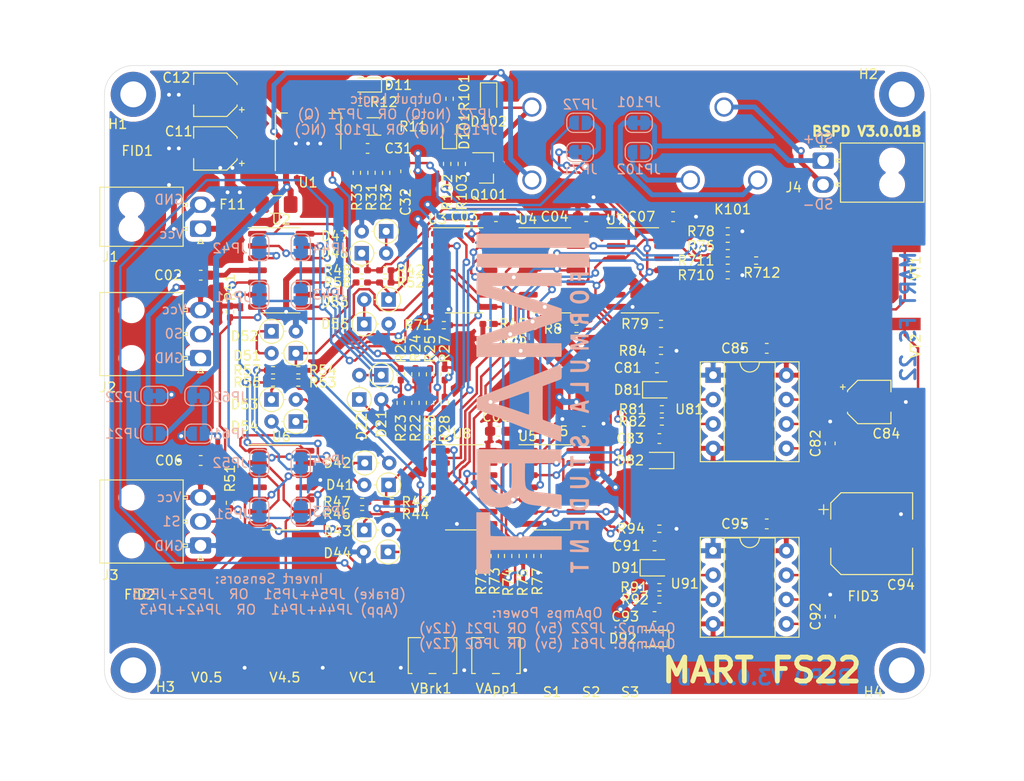
<source format=kicad_pcb>
(kicad_pcb (version 20171130) (host pcbnew "(5.1.10)-1")
  (layers (0 F.Cu signal) (31 B.Cu signal) (34 B.Paste user) (35 F.Paste user) (36 B.SilkS user) (37 F.SilkS user) (38 B.Mask user) (39 F.Mask user) (44 Edge.Cuts user))
  (net 0 "")
  (net 1 GND)
  (net 2 CurrentS+)
  (net 3 Initialize)
  (net 4 VBatt)
  (net 5 sens0)
  (net 6 RefApp)
  (net 7 sens1)
  (net 8 RefBrake)
  (net 9 "Net-(R8-Pad2)")
  (net 10 errCurrent)
  (net 11 Timer1_OUT)
  (net 12 Timer1_IN)
  (net 13 Timer2_IN)
  (net 14 AccTrigg)
  (net 15 "Net-(R22-Pad2)")
  (net 16 errAcc)
  (net 17 BSPD_state)
  (net 18 errBrake)
  (net 19 RefCurr)
  (net 20 Ref4.5v)
  (net 21 Ref0.5v)
  (net 22 Timer2_OUT)
  (net 23 "Net-(U4-Pad10)")
  (net 24 BrakeTrigg)
  (net 25 "Net-(J4-Pad2)")
  (net 26 "Net-(J4-Pad1)")
  (net 27 VBatt_F)
  (net 28 "Net-(C81-Pad2)")
  (net 29 "Net-(C81-Pad1)")
  (net 30 "Net-(C82-Pad2)")
  (net 31 "Net-(C83-Pad2)")
  (net 32 "Net-(C83-Pad1)")
  (net 33 "Net-(C84-Pad1)")
  (net 34 "Net-(C91-Pad2)")
  (net 35 "Net-(C91-Pad1)")
  (net 36 "Net-(C92-Pad2)")
  (net 37 "Net-(C93-Pad2)")
  (net 38 "Net-(C93-Pad1)")
  (net 39 "Net-(C94-Pad1)")
  (net 40 "Net-(D11-Pad2)")
  (net 41 "Net-(D101-Pad2)")
  (net 42 "Net-(D101-Pad1)")
  (net 43 "Net-(JP41-Pad2)")
  (net 44 "Net-(JP43-Pad2)")
  (net 45 "Net-(JP51-Pad2)")
  (net 46 "Net-(JP53-Pad2)")
  (net 47 "Net-(Q101-Pad1)")
  (net 48 "Net-(R21-Pad2)")
  (net 49 "Net-(R24-Pad2)")
  (net 50 "Net-(R25-Pad2)")
  (net 51 "Net-(R71-Pad2)")
  (net 52 "Net-(R78-Pad2)")
  (net 53 "Net-(C31-Pad2)")
  (net 54 "Net-(JP71-Pad1)")
  (net 55 "Net-(JP72-Pad1)")
  (net 56 "Net-(JP101-Pad1)")
  (net 57 "Net-(JP102-Pad1)")
  (net 58 +5V)
  (net 59 "Net-(D41-Pad1)")
  (net 60 "Net-(D41-Pad2)")
  (net 61 "Net-(D43-Pad1)")
  (net 62 "Net-(D43-Pad2)")
  (net 63 "Net-(D51-Pad2)")
  (net 64 "Net-(D51-Pad1)")
  (net 65 "Net-(D53-Pad2)")
  (net 66 "Net-(D53-Pad1)")
  (net 67 "Net-(R27-Pad2)")
  (net 68 "Net-(R46-Pad1)")
  (net 69 "Net-(R47-Pad1)")
  (net 70 "Net-(R56-Pad1)")
  (net 71 "Net-(R57-Pad1)")
  (net 72 errCondition)
  (net 73 Cut_SD)
  (net 74 ACK_state)
  (net 75 "Net-(R711-Pad1)")
  (net 76 "Net-(U4-Pad11)")
  (net 77 "Net-(C02-Pad1)")
  (net 78 "Net-(C06-Pad1)")
  (net 79 "Net-(D21-Pad1)")
  (net 80 "Net-(D46-Pad2)")
  (net 81 "Net-(D55-Pad2)")
  (net 82 "Net-(R48-Pad1)")
  (net 83 "Net-(R58-Pad1)")
  (module MART:Logo_MART_40_40_2022_Normal (layer B.Cu) (at 195.326 129.54 270)
    (fp_text reference G2 hide)
    (fp_text value LOGO hide)
  )
  (module "MART:Rele 12VDC 5A Pan" (layer F.Cu) (at 206.248 103.124)
    (fp_text reference K101 (at 9.144 6.858) (layer F.SilkS))
    (fp_text value FINDER-40.51)
    (pad 11 thru_hole circle (at 8.25 -3.8) (size 2 2) (drill 1.5) (layers *.Cu *.Mask) (net 25 "Net-(J4-Pad2)"))
    (pad 12 thru_hole circle (at 4.75 3.8) (size 2 2) (drill 1.5) (layers *.Cu *.Mask) (net 57 "Net-(JP102-Pad1)"))
    (pad 14 thru_hole circle (at 11.75 3.8) (size 2 2) (drill 1.5) (layers *.Cu *.Mask) (net 56 "Net-(JP101-Pad1)"))
    (pad A1 thru_hole circle (at -11.75 3.8) (size 2 2) (drill 1.5) (layers *.Cu *.Mask) (net 27 VBatt_F))
    (pad A2 thru_hole circle (at -11.75 -3.8) (size 2 2) (drill 1.5) (layers *.Cu *.Mask) (net 42 "Net-(D101-Pad1)"))
  )
  (module Package_TO_SOT_SMD:SOT-223 (layer F.Cu) (at 171.196 101.854 90)
    (fp_text reference U1 (at -5.334 0 180) (layer F.SilkS))
    (fp_text value L7805)
    (pad 1 smd rect (at -3.15 -2.3 90) (size 2 1.5) (layers F.Cu F.Paste F.Mask) (net 27 VBatt_F))
    (pad 3 smd rect (at -3.15 2.3 90) (size 2 1.5) (layers F.Cu F.Paste F.Mask) (net 2 CurrentS+))
    (pad 2 smd rect (at -3.15 0 90) (size 2 1.5) (layers F.Cu F.Paste F.Mask) (net 1 GND))
    (pad 4 smd rect (at 3.15 0 90) (size 2 3.8) (layers F.Cu F.Paste F.Mask))
  )
  (module Resistor_SMD:R_0402_1005Metric_Pad0.72x0.64mm_HandSolder (layer F.Cu) (at 176.784 117.602)
    (fp_text reference R58 (at -2.54 0) (layer F.SilkS))
    (fp_text value "0 Omh")
    (pad 2 smd roundrect (at 0.5975 0) (size 0.715 0.64) (layers F.Cu F.Paste F.Mask) (net 24 BrakeTrigg))
    (pad 1 smd roundrect (at -0.5975 0) (size 0.715 0.64) (layers F.Cu F.Paste F.Mask) (net 83 "Net-(R58-Pad1)"))
  )
  (module Resistor_SMD:R_0402_1005Metric_Pad0.72x0.64mm_HandSolder (layer F.Cu) (at 176.784 116.332)
    (fp_text reference R48 (at -2.54 0) (layer F.SilkS))
    (fp_text value 150k)
    (pad 2 smd roundrect (at 0.5975 0) (size 0.715 0.64) (layers F.Cu F.Paste F.Mask) (net 14 AccTrigg))
    (pad 1 smd roundrect (at -0.5975 0) (size 0.715 0.64) (layers F.Cu F.Paste F.Mask) (net 82 "Net-(R48-Pad1)"))
  )
  (module Jumper:SolderJumper-2_P1.3mm_Bridged_RoundedPad1.0x1.5mm (layer B.Cu) (at 159.766 129.413 180)
    (fp_text reference JP62 (at -3.302 -0.127) (layer B.SilkS) (effects (justify mirror)))
    (fp_text value J_NC)
    (fp_poly (pts (xy 0.25 0.3) (xy -0.25 0.3) (xy -0.25 -0.3) (xy 0.25 -0.3)) (layer B.Cu) (width 0))
    (pad 1 smd custom (at -0.65 0 180) (size 1 0.5) (layers B.Cu B.Mask) (net 78 "Net-(C06-Pad1)") (options (clearance outline) (anchor rect)) (primitives (gr_circle (center 0 -0.25) (end 0.5 -0.25) (width 0)) (gr_circle (center 0 0.25) (end 0.5 0.25) (width 0)) (gr_poly (pts (xy 0 0.75) (xy 0.5 0.75) (xy 0.5 -0.75) (xy 0 -0.75)) (width 0))))
    (pad 2 smd custom (at 0.65 0 180) (size 1 0.5) (layers B.Cu B.Mask) (net 27 VBatt_F) (options (clearance outline) (anchor rect)) (primitives (gr_circle (center 0 -0.25) (end 0.5 -0.25) (width 0)) (gr_circle (center 0 0.25) (end 0.5 0.25) (width 0)) (gr_poly (pts (xy 0 0.75) (xy -0.5 0.75) (xy -0.5 -0.75) (xy 0 -0.75)) (width 0))))
  )
  (module Jumper:SolderJumper-2_P1.3mm_Open_RoundedPad1.0x1.5mm (layer B.Cu) (at 159.766 133.35 180)
    (fp_text reference JP61 (at -3.302 0) (layer B.SilkS) (effects (justify mirror)))
    (fp_text value J_NO)
    (pad 2 smd custom (at 0.65 0 180) (size 1 0.5) (layers B.Cu B.Mask) (net 58 +5V) (options (clearance outline) (anchor rect)) (primitives (gr_circle (center 0 -0.25) (end 0.5 -0.25) (width 0)) (gr_circle (center 0 0.25) (end 0.5 0.25) (width 0)) (gr_poly (pts (xy 0 0.75) (xy -0.5 0.75) (xy -0.5 -0.75) (xy 0 -0.75)) (width 0))))
    (pad 1 smd custom (at -0.65 0 180) (size 1 0.5) (layers B.Cu B.Mask) (net 78 "Net-(C06-Pad1)") (options (clearance outline) (anchor rect)) (primitives (gr_circle (center 0 -0.25) (end 0.5 -0.25) (width 0)) (gr_circle (center 0 0.25) (end 0.5 0.25) (width 0)) (gr_poly (pts (xy 0 0.75) (xy 0.5 0.75) (xy 0.5 -0.75) (xy 0 -0.75)) (width 0))))
  )
  (module Jumper:SolderJumper-2_P1.3mm_Bridged_RoundedPad1.0x1.5mm (layer B.Cu) (at 155.194 129.413)
    (fp_text reference JP22 (at -3.302 0.127) (layer B.SilkS) (effects (justify mirror)))
    (fp_text value J_NC)
    (fp_poly (pts (xy 0.25 0.3) (xy -0.25 0.3) (xy -0.25 -0.3) (xy 0.25 -0.3)) (layer B.Cu) (width 0))
    (pad 1 smd custom (at -0.65 0) (size 1 0.5) (layers B.Cu B.Mask) (net 77 "Net-(C02-Pad1)") (options (clearance outline) (anchor rect)) (primitives (gr_circle (center 0 -0.25) (end 0.5 -0.25) (width 0)) (gr_circle (center 0 0.25) (end 0.5 0.25) (width 0)) (gr_poly (pts (xy 0 0.75) (xy 0.5 0.75) (xy 0.5 -0.75) (xy 0 -0.75)) (width 0))))
    (pad 2 smd custom (at 0.65 0) (size 1 0.5) (layers B.Cu B.Mask) (net 58 +5V) (options (clearance outline) (anchor rect)) (primitives (gr_circle (center 0 -0.25) (end 0.5 -0.25) (width 0)) (gr_circle (center 0 0.25) (end 0.5 0.25) (width 0)) (gr_poly (pts (xy 0 0.75) (xy -0.5 0.75) (xy -0.5 -0.75) (xy 0 -0.75)) (width 0))))
  )
  (module Jumper:SolderJumper-2_P1.3mm_Open_RoundedPad1.0x1.5mm (layer B.Cu) (at 155.179 133.35)
    (fp_text reference JP21 (at -3.287 0) (layer B.SilkS) (effects (justify mirror)))
    (fp_text value J_NO)
    (pad 2 smd custom (at 0.65 0) (size 1 0.5) (layers B.Cu B.Mask) (net 27 VBatt_F) (options (clearance outline) (anchor rect)) (primitives (gr_circle (center 0 -0.25) (end 0.5 -0.25) (width 0)) (gr_circle (center 0 0.25) (end 0.5 0.25) (width 0)) (gr_poly (pts (xy 0 0.75) (xy -0.5 0.75) (xy -0.5 -0.75) (xy 0 -0.75)) (width 0))))
    (pad 1 smd custom (at -0.65 0) (size 1 0.5) (layers B.Cu B.Mask) (net 77 "Net-(C02-Pad1)") (options (clearance outline) (anchor rect)) (primitives (gr_circle (center 0 -0.25) (end 0.5 -0.25) (width 0)) (gr_circle (center 0 0.25) (end 0.5 0.25) (width 0)) (gr_poly (pts (xy 0 0.75) (xy 0.5 0.75) (xy 0.5 -0.75) (xy 0 -0.75)) (width 0))))
  )
  (module Diode_THT:D_DO-34_SOD68_P2.54mm_Vertical_AnodeUp (layer F.Cu) (at 177.038 121.92)
    (fp_text reference D56 (at -3.048 0) (layer F.SilkS))
    (fp_text value DZen_2.2v)
    (pad 2 thru_hole oval (at 2.54 0) (size 1.5 1.5) (drill 0.75) (layers *.Cu *.Mask) (net 1 GND))
    (pad 1 thru_hole rect (at 0 0) (size 1.5 1.5) (drill 0.75) (layers *.Cu *.Mask) (net 81 "Net-(D55-Pad2)"))
  )
  (module Diode_THT:D_DO-34_SOD68_P2.54mm_Vertical_AnodeUp (layer F.Cu) (at 179.578 119.38 180)
    (fp_text reference D55 (at 5.588 -0.254) (layer F.SilkS))
    (fp_text value DZen_2.2v)
    (pad 2 thru_hole oval (at 2.54 0 180) (size 1.5 1.5) (drill 0.75) (layers *.Cu *.Mask) (net 81 "Net-(D55-Pad2)"))
    (pad 1 thru_hole rect (at 0 0 180) (size 1.5 1.5) (drill 0.75) (layers *.Cu *.Mask) (net 24 BrakeTrigg))
  )
  (module Diode_THT:D_DO-34_SOD68_P2.54mm_Vertical_AnodeUp (layer F.Cu) (at 179.324 112.268 180)
    (fp_text reference D47 (at 5.334 -0.508) (layer F.SilkS))
    (fp_text value DZen_2.2v)
    (pad 2 thru_hole oval (at 2.54 0 180) (size 1.5 1.5) (drill 0.75) (layers *.Cu *.Mask) (net 1 GND))
    (pad 1 thru_hole rect (at 0 0 180) (size 1.5 1.5) (drill 0.75) (layers *.Cu *.Mask) (net 80 "Net-(D46-Pad2)"))
  )
  (module Diode_THT:D_DO-34_SOD68_P2.54mm_Vertical_AnodeUp (layer F.Cu) (at 176.784 114.554)
    (fp_text reference D46 (at -2.794 0) (layer F.SilkS))
    (fp_text value DZen_2.2v)
    (pad 2 thru_hole oval (at 2.54 0) (size 1.5 1.5) (drill 0.75) (layers *.Cu *.Mask) (net 80 "Net-(D46-Pad2)"))
    (pad 1 thru_hole rect (at 0 0) (size 1.5 1.5) (drill 0.75) (layers *.Cu *.Mask) (net 14 AccTrigg))
  )
  (module Diode_THT:D_DO-34_SOD68_P2.54mm_Vertical_AnodeUp (layer F.Cu) (at 176.53 129.794 90)
    (fp_text reference D22 (at -2.794 0.254 90) (layer F.SilkS))
    (fp_text value DZen_2.2v)
    (pad 2 thru_hole oval (at 2.54 0 90) (size 1.5 1.5) (drill 0.75) (layers *.Cu *.Mask) (net 79 "Net-(D21-Pad1)"))
    (pad 1 thru_hole rect (at 0 0 90) (size 1.5 1.5) (drill 0.75) (layers *.Cu *.Mask) (net 10 errCurrent))
  )
  (module Diode_THT:D_DO-34_SOD68_P2.54mm_Vertical_AnodeUp (layer F.Cu) (at 178.816 127.254 270)
    (fp_text reference D21 (at 5.08 0 90) (layer F.SilkS))
    (fp_text value DZen_2.2v)
    (pad 2 thru_hole oval (at 2.54 0 270) (size 1.5 1.5) (drill 0.75) (layers *.Cu *.Mask) (net 1 GND))
    (pad 1 thru_hole rect (at 0 0 270) (size 1.5 1.5) (drill 0.75) (layers *.Cu *.Mask) (net 79 "Net-(D21-Pad1)"))
  )
  (module Capacitor_SMD:C_0603_1608Metric_Pad1.08x0.95mm_HandSolder (layer F.Cu) (at 218.948 142.748 180)
    (fp_text reference C95 (at 3.302 0) (layer F.SilkS))
    (fp_text value 100n)
    (pad 2 smd roundrect (at 0.8625 0 180) (size 1.075 0.95) (layers F.Cu F.Paste F.Mask) (net 1 GND))
    (pad 1 smd roundrect (at -0.8625 0 180) (size 1.075 0.95) (layers F.Cu F.Paste F.Mask) (net 58 +5V))
  )
  (module Capacitor_SMD:C_0603_1608Metric_Pad1.08x0.95mm_HandSolder (layer F.Cu) (at 218.948 124.46 180)
    (fp_text reference C85 (at 3.302 0) (layer F.SilkS))
    (fp_text value 100n)
    (pad 2 smd roundrect (at 0.8625 0 180) (size 1.075 0.95) (layers F.Cu F.Paste F.Mask) (net 1 GND))
    (pad 1 smd roundrect (at -0.8625 0 180) (size 1.075 0.95) (layers F.Cu F.Paste F.Mask) (net 58 +5V))
  )
  (module Diode_THT:D_DO-34_SOD68_P2.54mm_Vertical_AnodeUp (layer F.Cu) (at 169.926 132.08 180)
    (fp_text reference D54 (at 5.334 -0.508) (layer F.SilkS))
    (fp_text value DZen_2.2v)
    (pad 2 thru_hole oval (at 2.54 0 180) (size 1.5 1.5) (drill 0.75) (layers *.Cu *.Mask) (net 1 GND))
    (pad 1 thru_hole rect (at 0 0 180) (size 1.5 1.5) (drill 0.75) (layers *.Cu *.Mask) (net 65 "Net-(D53-Pad2)"))
  )
  (module Diode_THT:D_DO-34_SOD68_P2.54mm_Vertical_AnodeUp (layer F.Cu) (at 167.386 129.794)
    (fp_text reference D53 (at -2.794 0.508) (layer F.SilkS))
    (fp_text value DZen_2.2v)
    (pad 2 thru_hole oval (at 2.54 0) (size 1.5 1.5) (drill 0.75) (layers *.Cu *.Mask) (net 65 "Net-(D53-Pad2)"))
    (pad 1 thru_hole rect (at 0 0) (size 1.5 1.5) (drill 0.75) (layers *.Cu *.Mask) (net 66 "Net-(D53-Pad1)"))
  )
  (module Diode_THT:D_DO-34_SOD68_P2.54mm_Vertical_AnodeUp (layer F.Cu) (at 167.386 122.682)
    (fp_text reference D52 (at -2.794 0.508) (layer F.SilkS))
    (fp_text value DZen_2.2v)
    (pad 2 thru_hole oval (at 2.54 0) (size 1.5 1.5) (drill 0.75) (layers *.Cu *.Mask) (net 1 GND))
    (pad 1 thru_hole rect (at 0 0) (size 1.5 1.5) (drill 0.75) (layers *.Cu *.Mask) (net 63 "Net-(D51-Pad2)"))
  )
  (module Diode_THT:D_DO-34_SOD68_P2.54mm_Vertical_AnodeUp (layer F.Cu) (at 169.926 124.968 180)
    (fp_text reference D51 (at 5.08 -0.254) (layer F.SilkS))
    (fp_text value DZen_2.2v)
    (pad 2 thru_hole oval (at 2.54 0 180) (size 1.5 1.5) (drill 0.75) (layers *.Cu *.Mask) (net 63 "Net-(D51-Pad2)"))
    (pad 1 thru_hole rect (at 0 0 180) (size 1.5 1.5) (drill 0.75) (layers *.Cu *.Mask) (net 64 "Net-(D51-Pad1)"))
  )
  (module Diode_THT:D_DO-34_SOD68_P2.54mm_Vertical_AnodeUp (layer F.Cu) (at 179.5145 145.669 180)
    (fp_text reference D44 (at 5.2705 -0.127) (layer F.SilkS))
    (fp_text value DZen_2.2v)
    (pad 2 thru_hole oval (at 2.54 0 180) (size 1.5 1.5) (drill 0.75) (layers *.Cu *.Mask) (net 1 GND))
    (pad 1 thru_hole rect (at 0 0 180) (size 1.5 1.5) (drill 0.75) (layers *.Cu *.Mask) (net 62 "Net-(D43-Pad2)"))
  )
  (module Diode_THT:D_DO-34_SOD68_P2.54mm_Vertical_AnodeUp (layer F.Cu) (at 177.038 143.383)
    (fp_text reference D43 (at -2.794 0.127) (layer F.SilkS))
    (fp_text value DZen_2.2v)
    (pad 2 thru_hole oval (at 2.54 0) (size 1.5 1.5) (drill 0.75) (layers *.Cu *.Mask) (net 62 "Net-(D43-Pad2)"))
    (pad 1 thru_hole rect (at 0 0) (size 1.5 1.5) (drill 0.75) (layers *.Cu *.Mask) (net 61 "Net-(D43-Pad1)"))
  )
  (module Diode_THT:D_DO-34_SOD68_P2.54mm_Vertical_AnodeUp (layer F.Cu) (at 177.1015 136.398)
    (fp_text reference D42 (at -2.8575 0) (layer F.SilkS))
    (fp_text value DZen_2.2v)
    (pad 2 thru_hole oval (at 2.54 0) (size 1.5 1.5) (drill 0.75) (layers *.Cu *.Mask) (net 1 GND))
    (pad 1 thru_hole rect (at 0 0) (size 1.5 1.5) (drill 0.75) (layers *.Cu *.Mask) (net 60 "Net-(D41-Pad2)"))
  )
  (module Diode_THT:D_DO-34_SOD68_P2.54mm_Vertical_AnodeUp (layer F.Cu) (at 179.578 138.684 180)
    (fp_text reference D41 (at 5.08 0) (layer F.SilkS))
    (fp_text value DZen_2.2v)
    (pad 2 thru_hole oval (at 2.54 0 180) (size 1.5 1.5) (drill 0.75) (layers *.Cu *.Mask) (net 60 "Net-(D41-Pad2)"))
    (pad 1 thru_hole rect (at 0 0 180) (size 1.5 1.5) (drill 0.75) (layers *.Cu *.Mask) (net 59 "Net-(D41-Pad1)"))
  )
  (module Resistor_SMD:R_0402_1005Metric_Pad0.72x0.64mm_HandSolder (layer F.Cu) (at 176.276 106.172 270)
    (fp_text reference R33 (at 2.54 0 90) (layer F.SilkS))
    (fp_text value 20k)
    (pad 2 smd roundrect (at 0.5975 0 270) (size 0.715 0.64) (layers F.Cu F.Paste F.Mask) (net 3 Initialize))
    (pad 1 smd roundrect (at -0.5975 0 270) (size 0.715 0.64) (layers F.Cu F.Paste F.Mask) (net 53 "Net-(C31-Pad2)"))
  )
  (module Resistor_SMD:R_0402_1005Metric_Pad0.72x0.64mm_HandSolder (layer F.Cu) (at 177.8 106.172 270)
    (fp_text reference R31 (at 2.54 0 90) (layer F.SilkS))
    (fp_text value 20k)
    (pad 2 smd roundrect (at 0.5975 0 270) (size 0.715 0.64) (layers F.Cu F.Paste F.Mask) (net 3 Initialize))
    (pad 1 smd roundrect (at -0.5975 0 270) (size 0.715 0.64) (layers F.Cu F.Paste F.Mask) (net 53 "Net-(C31-Pad2)"))
  )
  (module Jumper:SolderJumper-2_P1.3mm_Open_RoundedPad1.0x1.5mm (layer B.Cu) (at 205.613 104.013)
    (fp_text reference JP102 (at 0 1.8) (layer B.SilkS) (effects (justify mirror)))
    (fp_text value J_NO)
    (pad 2 smd custom (at 0.65 0) (size 1 0.5) (layers B.Cu B.Mask) (net 26 "Net-(J4-Pad1)") (options (clearance outline) (anchor rect)) (primitives (gr_circle (center 0 -0.25) (end 0.5 -0.25) (width 0)) (gr_circle (center 0 0.25) (end 0.5 0.25) (width 0)) (gr_poly (pts (xy 0 0.75) (xy -0.5 0.75) (xy -0.5 -0.75) (xy 0 -0.75)) (width 0))))
    (pad 1 smd custom (at -0.65 0) (size 1 0.5) (layers B.Cu B.Mask) (net 57 "Net-(JP102-Pad1)") (options (clearance outline) (anchor rect)) (primitives (gr_circle (center 0 -0.25) (end 0.5 -0.25) (width 0)) (gr_circle (center 0 0.25) (end 0.5 0.25) (width 0)) (gr_poly (pts (xy 0 0.75) (xy 0.5 0.75) (xy 0.5 -0.75) (xy 0 -0.75)) (width 0))))
  )
  (module Jumper:SolderJumper-2_P1.3mm_Bridged_RoundedPad1.0x1.5mm (layer B.Cu) (at 205.628 100.965)
    (fp_text reference JP101 (at 0 -2.159) (layer B.SilkS) (effects (justify mirror)))
    (fp_text value J_NC_)
    (fp_poly (pts (xy 0.25 0.3) (xy -0.25 0.3) (xy -0.25 -0.3) (xy 0.25 -0.3)) (layer B.Cu) (width 0))
    (pad 1 smd custom (at -0.65 0) (size 1 0.5) (layers B.Cu B.Mask) (net 56 "Net-(JP101-Pad1)") (options (clearance outline) (anchor rect)) (primitives (gr_circle (center 0 -0.25) (end 0.5 -0.25) (width 0)) (gr_circle (center 0 0.25) (end 0.5 0.25) (width 0)) (gr_poly (pts (xy 0 0.75) (xy 0.5 0.75) (xy 0.5 -0.75) (xy 0 -0.75)) (width 0))))
    (pad 2 smd custom (at 0.65 0) (size 1 0.5) (layers B.Cu B.Mask) (net 26 "Net-(J4-Pad1)") (options (clearance outline) (anchor rect)) (primitives (gr_circle (center 0 -0.25) (end 0.5 -0.25) (width 0)) (gr_circle (center 0 0.25) (end 0.5 0.25) (width 0)) (gr_poly (pts (xy 0 0.75) (xy -0.5 0.75) (xy -0.5 -0.75) (xy 0 -0.75)) (width 0))))
  )
  (module Jumper:SolderJumper-2_P1.3mm_Open_RoundedPad1.0x1.5mm (layer B.Cu) (at 199.532 100.965)
    (fp_text reference JP72 (at 0 -1.905) (layer B.SilkS) (effects (justify mirror)))
    (fp_text value J_NO_)
    (pad 2 smd custom (at 0.65 0) (size 1 0.5) (layers B.Cu B.Mask) (net 17 BSPD_state) (options (clearance outline) (anchor rect)) (primitives (gr_circle (center 0 -0.25) (end 0.5 -0.25) (width 0)) (gr_circle (center 0 0.25) (end 0.5 0.25) (width 0)) (gr_poly (pts (xy 0 0.75) (xy -0.5 0.75) (xy -0.5 -0.75) (xy 0 -0.75)) (width 0))))
    (pad 1 smd custom (at -0.65 0) (size 1 0.5) (layers B.Cu B.Mask) (net 55 "Net-(JP72-Pad1)") (options (clearance outline) (anchor rect)) (primitives (gr_circle (center 0 -0.25) (end 0.5 -0.25) (width 0)) (gr_circle (center 0 0.25) (end 0.5 0.25) (width 0)) (gr_poly (pts (xy 0 0.75) (xy 0.5 0.75) (xy 0.5 -0.75) (xy 0 -0.75)) (width 0))))
  )
  (module Jumper:SolderJumper-2_P1.3mm_Bridged_RoundedPad1.0x1.5mm (layer B.Cu) (at 199.502 104.013)
    (fp_text reference JP71 (at 0 1.8) (layer B.SilkS) (effects (justify mirror)))
    (fp_text value J_NC_)
    (fp_poly (pts (xy 0.25 0.3) (xy -0.25 0.3) (xy -0.25 -0.3) (xy 0.25 -0.3)) (layer B.Cu) (width 0))
    (pad 1 smd custom (at -0.65 0) (size 1 0.5) (layers B.Cu B.Mask) (net 54 "Net-(JP71-Pad1)") (options (clearance outline) (anchor rect)) (primitives (gr_circle (center 0 -0.25) (end 0.5 -0.25) (width 0)) (gr_circle (center 0 0.25) (end 0.5 0.25) (width 0)) (gr_poly (pts (xy 0 0.75) (xy 0.5 0.75) (xy 0.5 -0.75) (xy 0 -0.75)) (width 0))))
    (pad 2 smd custom (at 0.65 0) (size 1 0.5) (layers B.Cu B.Mask) (net 17 BSPD_state) (options (clearance outline) (anchor rect)) (primitives (gr_circle (center 0 -0.25) (end 0.5 -0.25) (width 0)) (gr_circle (center 0 0.25) (end 0.5 0.25) (width 0)) (gr_poly (pts (xy 0 0.75) (xy -0.5 0.75) (xy -0.5 -0.75) (xy 0 -0.75)) (width 0))))
  )
  (module Capacitor_SMD:C_0603_1608Metric_Pad1.08x0.95mm_HandSolder (layer F.Cu) (at 181.356 106.0185 90)
    (fp_text reference C32 (at -3.2015 0 270) (layer F.SilkS))
    (fp_text value 100n)
    (pad 2 smd roundrect (at 0.8625 0 90) (size 1.075 0.95) (layers F.Cu F.Paste F.Mask) (net 3 Initialize))
    (pad 1 smd roundrect (at -0.8625 0 90) (size 1.075 0.95) (layers F.Cu F.Paste F.Mask) (net 1 GND))
  )
  (module Capacitor_SMD:CP_Elec_4x5.3 (layer F.Cu) (at 229.616 130.048)
    (fp_text reference C84 (at 1.778 3.302) (layer F.SilkS))
    (fp_text value 10u)
    (pad 2 smd roundrect (at 1.8 0) (size 2.6 1.6) (layers F.Cu F.Paste F.Mask) (roundrect_rratio 0.15625) (net 1 GND))
    (pad 1 smd roundrect (at -1.8 0) (size 2.6 1.6) (layers F.Cu F.Paste F.Mask) (roundrect_rratio 0.15625) (net 33 "Net-(C84-Pad1)"))
  )
  (module Package_DIP:DIP-8_W7.62mm_Socket (layer F.Cu) (at 213.36 145.542)
    (fp_text reference U91 (at -2.9464 3.429) (layer F.SilkS))
    (fp_text value LM555xM)
    (pad 8 thru_hole oval (at 7.62 0) (size 1.6 1.6) (drill 0.8) (layers *.Cu *.Mask) (net 58 +5V))
    (pad 4 thru_hole oval (at 0 7.62) (size 1.6 1.6) (drill 0.8) (layers *.Cu *.Mask) (net 58 +5V))
    (pad 7 thru_hole oval (at 7.62 2.54) (size 1.6 1.6) (drill 0.8) (layers *.Cu *.Mask) (net 39 "Net-(C94-Pad1)"))
    (pad 3 thru_hole oval (at 0 5.08) (size 1.6 1.6) (drill 0.8) (layers *.Cu *.Mask) (net 38 "Net-(C93-Pad1)"))
    (pad 6 thru_hole oval (at 7.62 5.08) (size 1.6 1.6) (drill 0.8) (layers *.Cu *.Mask) (net 39 "Net-(C94-Pad1)"))
    (pad 2 thru_hole oval (at 0 2.54) (size 1.6 1.6) (drill 0.8) (layers *.Cu *.Mask) (net 34 "Net-(C91-Pad2)"))
    (pad 5 thru_hole oval (at 7.62 7.62) (size 1.6 1.6) (drill 0.8) (layers *.Cu *.Mask) (net 36 "Net-(C92-Pad2)"))
    (pad 1 thru_hole rect (at 0 0) (size 1.6 1.6) (drill 0.8) (layers *.Cu *.Mask) (net 1 GND))
  )
  (module Package_DIP:DIP-8_W7.62mm_Socket (layer F.Cu) (at 213.36 127.254)
    (fp_text reference U81 (at -2.478 3.556) (layer F.SilkS))
    (fp_text value LM555xM)
    (pad 8 thru_hole oval (at 7.62 0) (size 1.6 1.6) (drill 0.8) (layers *.Cu *.Mask) (net 58 +5V))
    (pad 4 thru_hole oval (at 0 7.62) (size 1.6 1.6) (drill 0.8) (layers *.Cu *.Mask) (net 58 +5V))
    (pad 7 thru_hole oval (at 7.62 2.54) (size 1.6 1.6) (drill 0.8) (layers *.Cu *.Mask) (net 33 "Net-(C84-Pad1)"))
    (pad 3 thru_hole oval (at 0 5.08) (size 1.6 1.6) (drill 0.8) (layers *.Cu *.Mask) (net 32 "Net-(C83-Pad1)"))
    (pad 6 thru_hole oval (at 7.62 5.08) (size 1.6 1.6) (drill 0.8) (layers *.Cu *.Mask) (net 33 "Net-(C84-Pad1)"))
    (pad 2 thru_hole oval (at 0 2.54) (size 1.6 1.6) (drill 0.8) (layers *.Cu *.Mask) (net 28 "Net-(C81-Pad2)"))
    (pad 5 thru_hole oval (at 7.62 7.62) (size 1.6 1.6) (drill 0.8) (layers *.Cu *.Mask) (net 30 "Net-(C82-Pad2)"))
    (pad 1 thru_hole rect (at 0 0) (size 1.6 1.6) (drill 0.8) (layers *.Cu *.Mask) (net 1 GND))
  )
  (module Fuse:Fuse_1206_3216Metric_Pad1.42x1.75mm_HandSolder (layer F.Cu) (at 167.894 109.474)
    (fp_text reference F11 (at -4.572 0) (layer F.SilkS))
    (fp_text value Polyfuse_)
    (pad 2 smd roundrect (at 1.4875 0) (size 1.425 1.75) (layers F.Cu F.Paste F.Mask) (roundrect_rratio 0.1754385964912281) (net 27 VBatt_F))
    (pad 1 smd roundrect (at -1.4875 0) (size 1.425 1.75) (layers F.Cu F.Paste F.Mask) (roundrect_rratio 0.1754385964912281) (net 4 VBatt))
  )
  (module Connector_Molex:Molex_Nano-Fit_105313-xx03_1x03_P2.50mm_Horizontal (layer F.Cu) (at 160 145 180)
    (fp_text reference J3 (at 9.378 -3.082) (layer F.SilkS))
    (fp_text value Conn_01x03)
    (pad "" np_thru_hole circle (at 7.18 5 180) (size 1.7 1.7) (drill 1.7) (layers *.Cu *.Mask))
    (pad "" np_thru_hole circle (at 7.18 0 180) (size 1.7 1.7) (drill 1.7) (layers *.Cu *.Mask))
    (pad 3 thru_hole oval (at 0 5 180) (size 2.2 1.7) (drill 1.2) (layers *.Cu *.Mask) (net 58 +5V))
    (pad 2 thru_hole oval (at 0 2.5 180) (size 2.2 1.7) (drill 1.2) (layers *.Cu *.Mask) (net 7 sens1))
    (pad 1 thru_hole roundrect (at 0 0 180) (size 2.2 1.7) (drill 1.2) (layers *.Cu *.Mask) (roundrect_rratio 0.1470588235294118) (net 1 GND))
  )
  (module Connector_Molex:Molex_Nano-Fit_105313-xx03_1x03_P2.50mm_Horizontal (layer F.Cu) (at 160 125.476 180)
    (fp_text reference J2 (at 9.632 -3.048) (layer F.SilkS))
    (fp_text value Conn_01x03)
    (pad "" np_thru_hole circle (at 7.18 5 180) (size 1.7 1.7) (drill 1.7) (layers *.Cu *.Mask))
    (pad "" np_thru_hole circle (at 7.18 0 180) (size 1.7 1.7) (drill 1.7) (layers *.Cu *.Mask))
    (pad 3 thru_hole oval (at 0 5 180) (size 2.2 1.7) (drill 1.2) (layers *.Cu *.Mask) (net 58 +5V))
    (pad 2 thru_hole oval (at 0 2.5 180) (size 2.2 1.7) (drill 1.2) (layers *.Cu *.Mask) (net 5 sens0))
    (pad 1 thru_hole roundrect (at 0 0 180) (size 2.2 1.7) (drill 1.2) (layers *.Cu *.Mask) (roundrect_rratio 0.1470588235294118) (net 1 GND))
  )
  (module Connector_Molex:Molex_Nano-Fit_105313-xx02_1x02_P2.50mm_Horizontal (layer F.Cu) (at 224.8154 104.902)
    (fp_text reference J4 (at -3.0734 2.794) (layer F.SilkS))
    (fp_text value Conn_01x02)
    (pad "" np_thru_hole circle (at 7.18 2.5) (size 1.7 1.7) (drill 1.7) (layers *.Cu *.Mask))
    (pad "" np_thru_hole circle (at 7.18 0) (size 1.7 1.7) (drill 1.7) (layers *.Cu *.Mask))
    (pad 2 thru_hole oval (at 0 2.5) (size 2.2 1.7) (drill 1.2) (layers *.Cu *.Mask) (net 25 "Net-(J4-Pad2)"))
    (pad 1 thru_hole roundrect (at 0 0) (size 2.2 1.7) (drill 1.2) (layers *.Cu *.Mask) (roundrect_rratio 0.1470588235294118) (net 26 "Net-(J4-Pad1)"))
  )
  (module Connector_Molex:Molex_Nano-Fit_105313-xx02_1x02_P2.50mm_Horizontal (layer F.Cu) (at 160 112 180)
    (fp_text reference J1 (at 9.378 -2.92) (layer F.SilkS))
    (fp_text value Conn_01x02)
    (pad "" np_thru_hole circle (at 7.18 2.5 180) (size 1.7 1.7) (drill 1.7) (layers *.Cu *.Mask))
    (pad "" np_thru_hole circle (at 7.18 0 180) (size 1.7 1.7) (drill 1.7) (layers *.Cu *.Mask))
    (pad 2 thru_hole oval (at 0 2.5 180) (size 2.2 1.7) (drill 1.2) (layers *.Cu *.Mask) (net 1 GND))
    (pad 1 thru_hole roundrect (at 0 0 180) (size 2.2 1.7) (drill 1.2) (layers *.Cu *.Mask) (roundrect_rratio 0.1470588235294118) (net 4 VBatt))
  )
  (module MountingHole:MountingHole_2.7mm_M2.5_DIN965_Pad (layer F.Cu) (at 233 158)
    (fp_text reference H4 (at -2.972 2.241) (layer F.SilkS))
    (fp_text value MountingHole)
    (pad 1 thru_hole circle (at 0 0) (size 4.7 4.7) (drill 2.7) (layers *.Cu *.Mask))
  )
  (module MountingHole:MountingHole_2.7mm_M2.5_DIN965_Pad (layer F.Cu) (at 153 158)
    (fp_text reference H3 (at 3.337 1.733) (layer F.SilkS))
    (fp_text value MountingHole)
    (pad 1 thru_hole circle (at 0 0) (size 4.7 4.7) (drill 2.7) (layers *.Cu *.Mask))
  )
  (module MountingHole:MountingHole_2.7mm_M2.5_DIN965_Pad (layer F.Cu) (at 233 98)
    (fp_text reference H2 (at -3.48 -2.115) (layer F.SilkS))
    (fp_text value MountingHole)
    (pad 1 thru_hole circle (at 0 0) (size 4.7 4.7) (drill 2.7) (layers *.Cu *.Mask))
  )
  (module MountingHole:MountingHole_2.7mm_M2.5_DIN965_Pad (layer F.Cu) (at 153 98)
    (fp_text reference H1 (at -1.616 3.092) (layer F.SilkS))
    (fp_text value MountingHole)
    (pad 1 thru_hole circle (at 0 0) (size 4.7 4.7) (drill 2.7) (layers *.Cu *.Mask))
  )
  (module Diode_SMD:D_SOD-323F (layer F.Cu) (at 189.992 98.298 270)
    (fp_text reference D102 (at 2.54 0 180) (layer F.SilkS))
    (fp_text value SM4007)
    (pad 2 smd rect (at 1.1 0 270) (size 0.5 0.5) (layers F.Cu F.Paste F.Mask) (net 42 "Net-(D101-Pad1)"))
    (pad 1 smd rect (at -1.1 0 270) (size 0.5 0.5) (layers F.Cu F.Paste F.Mask) (net 27 VBatt_F))
  )
  (module Package_SO:SOIC-14_3.9x8.7mm_P1.27mm (layer F.Cu) (at 187.452 138.938)
    (fp_text reference U8 (at -0.254 -5.588) (layer F.SilkS))
    (fp_text value 4071)
    (pad 14 smd roundrect (at 2.475 -3.81) (size 1.95 0.6) (layers F.Cu F.Paste F.Mask) (net 58 +5V))
    (pad 13 smd roundrect (at 2.475 -2.54) (size 1.95 0.6) (layers F.Cu F.Paste F.Mask))
    (pad 12 smd roundrect (at 2.475 -1.27) (size 1.95 0.6) (layers F.Cu F.Paste F.Mask))
    (pad 11 smd roundrect (at 2.475 0) (size 1.95 0.6) (layers F.Cu F.Paste F.Mask))
    (pad 10 smd roundrect (at 2.475 1.27) (size 1.95 0.6) (layers F.Cu F.Paste F.Mask))
    (pad 9 smd roundrect (at 2.475 2.54) (size 1.95 0.6) (layers F.Cu F.Paste F.Mask))
    (pad 8 smd roundrect (at 2.475 3.81) (size 1.95 0.6) (layers F.Cu F.Paste F.Mask))
    (pad 7 smd roundrect (at -2.475 3.81) (size 1.95 0.6) (layers F.Cu F.Paste F.Mask) (net 1 GND))
    (pad 6 smd roundrect (at -2.475 2.54) (size 1.95 0.6) (layers F.Cu F.Paste F.Mask) (net 72 errCondition))
    (pad 5 smd roundrect (at -2.475 1.27) (size 1.95 0.6) (layers F.Cu F.Paste F.Mask) (net 13 Timer2_IN))
    (pad 4 smd roundrect (at -2.475 0) (size 1.95 0.6) (layers F.Cu F.Paste F.Mask) (net 73 Cut_SD))
    (pad 3 smd roundrect (at -2.475 -1.27) (size 1.95 0.6) (layers F.Cu F.Paste F.Mask) (net 52 "Net-(R78-Pad2)"))
    (pad 2 smd roundrect (at -2.475 -2.54) (size 1.95 0.6) (layers F.Cu F.Paste F.Mask) (net 76 "Net-(U4-Pad11)"))
    (pad 1 smd roundrect (at -2.475 -3.81) (size 1.95 0.6) (layers F.Cu F.Paste F.Mask) (net 3 Initialize))
  )
  (module Package_SO:SOIC-14_3.9x8.7mm_P1.27mm (layer F.Cu) (at 196.596 138.938)
    (fp_text reference U5 (at -2.54 -5.334) (layer F.SilkS))
    (fp_text value 4069)
    (pad 14 smd roundrect (at 2.475 -3.81) (size 1.95 0.6) (layers F.Cu F.Paste F.Mask) (net 58 +5V))
    (pad 13 smd roundrect (at 2.475 -2.54) (size 1.95 0.6) (layers F.Cu F.Paste F.Mask))
    (pad 12 smd roundrect (at 2.475 -1.27) (size 1.95 0.6) (layers F.Cu F.Paste F.Mask))
    (pad 11 smd roundrect (at 2.475 0) (size 1.95 0.6) (layers F.Cu F.Paste F.Mask) (net 12 Timer1_IN))
    (pad 10 smd roundrect (at 2.475 1.27) (size 1.95 0.6) (layers F.Cu F.Paste F.Mask) (net 9 "Net-(R8-Pad2)"))
    (pad 9 smd roundrect (at 2.475 2.54) (size 1.95 0.6) (layers F.Cu F.Paste F.Mask) (net 37 "Net-(C93-Pad2)"))
    (pad 8 smd roundrect (at 2.475 3.81) (size 1.95 0.6) (layers F.Cu F.Paste F.Mask) (net 22 Timer2_OUT))
    (pad 7 smd roundrect (at -2.475 3.81) (size 1.95 0.6) (layers F.Cu F.Paste F.Mask) (net 1 GND))
    (pad 6 smd roundrect (at -2.475 2.54) (size 1.95 0.6) (layers F.Cu F.Paste F.Mask) (net 35 "Net-(C91-Pad1)"))
    (pad 5 smd roundrect (at -2.475 1.27) (size 1.95 0.6) (layers F.Cu F.Paste F.Mask) (net 13 Timer2_IN))
    (pad 4 smd roundrect (at -2.475 0) (size 1.95 0.6) (layers F.Cu F.Paste F.Mask) (net 11 Timer1_OUT))
    (pad 3 smd roundrect (at -2.475 -1.27) (size 1.95 0.6) (layers F.Cu F.Paste F.Mask) (net 31 "Net-(C83-Pad2)"))
    (pad 2 smd roundrect (at -2.475 -2.54) (size 1.95 0.6) (layers F.Cu F.Paste F.Mask) (net 29 "Net-(C81-Pad1)"))
    (pad 1 smd roundrect (at -2.475 -3.81) (size 1.95 0.6) (layers F.Cu F.Paste F.Mask) (net 12 Timer1_IN))
  )
  (module Package_SO:SOIC-14_3.9x8.7mm_P1.27mm (layer F.Cu) (at 196.596 116.332)
    (fp_text reference U4 (at -2.54 -5.334) (layer F.SilkS))
    (fp_text value 4081)
    (pad 14 smd roundrect (at 2.475 -3.81) (size 1.95 0.6) (layers F.Cu F.Paste F.Mask) (net 58 +5V))
    (pad 13 smd roundrect (at 2.475 -2.54) (size 1.95 0.6) (layers F.Cu F.Paste F.Mask) (net 74 ACK_state))
    (pad 12 smd roundrect (at 2.475 -1.27) (size 1.95 0.6) (layers F.Cu F.Paste F.Mask) (net 23 "Net-(U4-Pad10)"))
    (pad 11 smd roundrect (at 2.475 0) (size 1.95 0.6) (layers F.Cu F.Paste F.Mask) (net 76 "Net-(U4-Pad11)"))
    (pad 10 smd roundrect (at 2.475 1.27) (size 1.95 0.6) (layers F.Cu F.Paste F.Mask) (net 23 "Net-(U4-Pad10)"))
    (pad 9 smd roundrect (at 2.475 2.54) (size 1.95 0.6) (layers F.Cu F.Paste F.Mask) (net 22 Timer2_OUT))
    (pad 8 smd roundrect (at 2.475 3.81) (size 1.95 0.6) (layers F.Cu F.Paste F.Mask) (net 9 "Net-(R8-Pad2)"))
    (pad 7 smd roundrect (at -2.475 3.81) (size 1.95 0.6) (layers F.Cu F.Paste F.Mask) (net 1 GND))
    (pad 6 smd roundrect (at -2.475 2.54) (size 1.95 0.6) (layers F.Cu F.Paste F.Mask) (net 12 Timer1_IN))
    (pad 5 smd roundrect (at -2.475 1.27) (size 1.95 0.6) (layers F.Cu F.Paste F.Mask) (net 11 Timer1_OUT))
    (pad 4 smd roundrect (at -2.475 0) (size 1.95 0.6) (layers F.Cu F.Paste F.Mask) (net 13 Timer2_IN))
    (pad 3 smd roundrect (at -2.475 -1.27) (size 1.95 0.6) (layers F.Cu F.Paste F.Mask) (net 12 Timer1_IN))
    (pad 2 smd roundrect (at -2.475 -2.54) (size 1.95 0.6) (layers F.Cu F.Paste F.Mask) (net 24 BrakeTrigg))
    (pad 1 smd roundrect (at -2.475 -3.81) (size 1.95 0.6) (layers F.Cu F.Paste F.Mask) (net 14 AccTrigg))
  )
  (module Package_SO:SOIC-14_3.9x8.7mm_P1.27mm (layer F.Cu) (at 187.452 116.332)
    (fp_text reference U3 (at -2.794 -5.334) (layer F.SilkS))
    (fp_text value 4071)
    (pad 14 smd roundrect (at 2.475 -3.81) (size 1.95 0.6) (layers F.Cu F.Paste F.Mask) (net 58 +5V))
    (pad 13 smd roundrect (at 2.475 -2.54) (size 1.95 0.6) (layers F.Cu F.Paste F.Mask) (net 10 errCurrent))
    (pad 12 smd roundrect (at 2.475 -1.27) (size 1.95 0.6) (layers F.Cu F.Paste F.Mask) (net 51 "Net-(R71-Pad2)"))
    (pad 11 smd roundrect (at 2.475 0) (size 1.95 0.6) (layers F.Cu F.Paste F.Mask) (net 72 errCondition))
    (pad 10 smd roundrect (at 2.475 1.27) (size 1.95 0.6) (layers F.Cu F.Paste F.Mask) (net 51 "Net-(R71-Pad2)"))
    (pad 9 smd roundrect (at 2.475 2.54) (size 1.95 0.6) (layers F.Cu F.Paste F.Mask) (net 18 errBrake))
    (pad 8 smd roundrect (at 2.475 3.81) (size 1.95 0.6) (layers F.Cu F.Paste F.Mask) (net 16 errAcc))
    (pad 7 smd roundrect (at -2.475 3.81) (size 1.95 0.6) (layers F.Cu F.Paste F.Mask) (net 1 GND))
    (pad 6 smd roundrect (at -2.475 2.54) (size 1.95 0.6) (layers F.Cu F.Paste F.Mask) (net 66 "Net-(D53-Pad1)"))
    (pad 5 smd roundrect (at -2.475 1.27) (size 1.95 0.6) (layers F.Cu F.Paste F.Mask) (net 64 "Net-(D51-Pad1)"))
    (pad 4 smd roundrect (at -2.475 0) (size 1.95 0.6) (layers F.Cu F.Paste F.Mask) (net 18 errBrake))
    (pad 3 smd roundrect (at -2.475 -1.27) (size 1.95 0.6) (layers F.Cu F.Paste F.Mask) (net 16 errAcc))
    (pad 2 smd roundrect (at -2.475 -2.54) (size 1.95 0.6) (layers F.Cu F.Paste F.Mask) (net 61 "Net-(D43-Pad1)"))
    (pad 1 smd roundrect (at -2.475 -3.81) (size 1.95 0.6) (layers F.Cu F.Paste F.Mask) (net 59 "Net-(D41-Pad1)"))
  )
  (module Package_SO:SOIC-14_3.9x8.7mm_P1.27mm (layer F.Cu) (at 168.402 116.332)
    (fp_text reference U2 (at 0 -5.28) (layer F.SilkS))
    (fp_text value LM324)
    (pad 14 smd roundrect (at 2.475 -3.81) (size 1.95 0.6) (layers F.Cu F.Paste F.Mask) (net 67 "Net-(R27-Pad2)"))
    (pad 13 smd roundrect (at 2.475 -2.54) (size 1.95 0.6) (layers F.Cu F.Paste F.Mask) (net 50 "Net-(R25-Pad2)"))
    (pad 12 smd roundrect (at 2.475 -1.27) (size 1.95 0.6) (layers F.Cu F.Paste F.Mask) (net 19 RefCurr))
    (pad 11 smd roundrect (at 2.475 0) (size 1.95 0.6) (layers F.Cu F.Paste F.Mask) (net 1 GND))
    (pad 10 smd roundrect (at 2.475 1.27) (size 1.95 0.6) (layers F.Cu F.Paste F.Mask) (net 48 "Net-(R21-Pad2)"))
    (pad 9 smd roundrect (at 2.475 2.54) (size 1.95 0.6) (layers F.Cu F.Paste F.Mask) (net 15 "Net-(R22-Pad2)"))
    (pad 8 smd roundrect (at 2.475 3.81) (size 1.95 0.6) (layers F.Cu F.Paste F.Mask) (net 50 "Net-(R25-Pad2)"))
    (pad 7 smd roundrect (at -2.475 3.81) (size 1.95 0.6) (layers F.Cu F.Paste F.Mask) (net 83 "Net-(R58-Pad1)"))
    (pad 6 smd roundrect (at -2.475 2.54) (size 1.95 0.6) (layers F.Cu F.Paste F.Mask) (net 46 "Net-(JP53-Pad2)"))
    (pad 5 smd roundrect (at -2.475 1.27) (size 1.95 0.6) (layers F.Cu F.Paste F.Mask) (net 45 "Net-(JP51-Pad2)"))
    (pad 4 smd roundrect (at -2.475 0) (size 1.95 0.6) (layers F.Cu F.Paste F.Mask) (net 77 "Net-(C02-Pad1)"))
    (pad 3 smd roundrect (at -2.475 -1.27) (size 1.95 0.6) (layers F.Cu F.Paste F.Mask) (net 43 "Net-(JP41-Pad2)"))
    (pad 2 smd roundrect (at -2.475 -2.54) (size 1.95 0.6) (layers F.Cu F.Paste F.Mask) (net 44 "Net-(JP43-Pad2)"))
    (pad 1 smd roundrect (at -2.475 -3.81) (size 1.95 0.6) (layers F.Cu F.Paste F.Mask) (net 82 "Net-(R48-Pad1)"))
  )
  (module MART:ScopePin (layer F.Cu) (at 204.724 157.988)
    (fp_text reference S3 (at 0 2.286) (layer F.SilkS))
    (fp_text value ScopePin)
    (pad 1 smd circle (at 0 0) (size 1.524 1.524) (layers F.Cu F.Paste F.Mask) (net 22 Timer2_OUT))
  )
  (module MART:ScopePin (layer F.Cu) (at 200.66 157.988)
    (fp_text reference S2 (at 0 2.286) (layer F.SilkS))
    (fp_text value ScopePin)
    (pad 1 smd circle (at 0 0) (size 1.524 1.524) (layers F.Cu F.Paste F.Mask) (net 11 Timer1_OUT))
  )
  (module MART:ScopePin (layer F.Cu) (at 196.596 157.988)
    (fp_text reference S1 (at 0 2.286) (layer F.SilkS))
    (fp_text value ScopePin)
    (pad 1 smd circle (at 0 0) (size 1.524 1.524) (layers F.Cu F.Paste F.Mask) (net 12 Timer1_IN))
  )
  (module Potentiometer_SMD:Potentiometer_Bourns_3214W_Vertical (layer F.Cu) (at 190.754 156.464 180)
    (fp_text reference VApp1 (at -0.127 -3.429) (layer F.SilkS))
    (fp_text value 47k)
    (pad 3 smd rect (at -1.25 -1.45 180) (size 1.3 1.6) (layers F.Cu F.Paste F.Mask) (net 1 GND))
    (pad 2 smd rect (at 0 1.45 180) (size 2 1.6) (layers F.Cu F.Paste F.Mask) (net 6 RefApp))
    (pad 1 smd rect (at 1.25 -1.45 180) (size 1.3 1.6) (layers F.Cu F.Paste F.Mask) (net 58 +5V))
  )
  (module Potentiometer_SMD:Potentiometer_Bourns_3214W_Vertical (layer F.Cu) (at 184.15 156.464 180)
    (fp_text reference VBrk1 (at 0.127 -3.429) (layer F.SilkS))
    (fp_text value 47k)
    (pad 3 smd rect (at -1.25 -1.45 180) (size 1.3 1.6) (layers F.Cu F.Paste F.Mask) (net 1 GND))
    (pad 2 smd rect (at 0 1.45 180) (size 2 1.6) (layers F.Cu F.Paste F.Mask) (net 8 RefBrake))
    (pad 1 smd rect (at 1.25 -1.45 180) (size 1.3 1.6) (layers F.Cu F.Paste F.Mask) (net 58 +5V))
  )
  (module MART:RPot_6.71x7.04mm (layer F.Cu) (at 160.528 154.051)
    (fp_text reference V0.5 (at 0.127 4.699) (layer F.SilkS))
    (fp_text value 47k)
    (pad 1 smd rect (at -2.54 3.7) (size 1.3 3.3) (layers F.Cu F.Paste F.Mask) (net 58 +5V))
    (pad 2 smd rect (at 0 -3.7) (size 1.3 3.3) (layers F.Cu F.Paste F.Mask) (net 21 Ref0.5v))
    (pad 3 smd rect (at 2.54 3.7) (size 1.3 3.3) (layers F.Cu F.Paste F.Mask) (net 1 GND))
  )
  (module MART:RPot_6.71x7.04mm (layer F.Cu) (at 168.656 154.051)
    (fp_text reference V4.5 (at 0.127 4.699) (layer F.SilkS))
    (fp_text value 47k)
    (pad 1 smd rect (at -2.54 3.7) (size 1.3 3.3) (layers F.Cu F.Paste F.Mask) (net 58 +5V))
    (pad 2 smd rect (at 0 -3.7) (size 1.3 3.3) (layers F.Cu F.Paste F.Mask) (net 20 Ref4.5v))
    (pad 3 smd rect (at 2.54 3.7) (size 1.3 3.3) (layers F.Cu F.Paste F.Mask) (net 1 GND))
  )
  (module MART:RPot_6.71x7.04mm (layer F.Cu) (at 176.784 154.051)
    (fp_text reference VC1 (at 0.127 4.699) (layer F.SilkS))
    (fp_text value 47k)
    (pad 1 smd rect (at -2.54 3.7) (size 1.3 3.3) (layers F.Cu F.Paste F.Mask) (net 58 +5V))
    (pad 2 smd rect (at 0 -3.7) (size 1.3 3.3) (layers F.Cu F.Paste F.Mask) (net 19 RefCurr))
    (pad 3 smd rect (at 2.54 3.7) (size 1.3 3.3) (layers F.Cu F.Paste F.Mask) (net 1 GND))
  )
  (module MART:RPot_6.71x7.04mm (layer F.Cu) (at 229.616 121.92 270)
    (fp_text reference VT2 (at 2.286 -4.826 90) (layer F.SilkS))
    (fp_text value 47k)
    (pad 1 smd rect (at -2.54 3.7 270) (size 1.3 3.3) (layers F.Cu F.Paste F.Mask))
    (pad 2 smd rect (at 0 -3.7 270) (size 1.3 3.3) (layers F.Cu F.Paste F.Mask) (net 39 "Net-(C94-Pad1)"))
    (pad 3 smd rect (at 2.54 3.7 270) (size 1.3 3.3) (layers F.Cu F.Paste F.Mask) (net 58 +5V))
  )
  (module MART:RPot_6.71x7.04mm (layer F.Cu) (at 229.616 113.792 270)
    (fp_text reference VT1 (at 2.286 -4.826 90) (layer F.SilkS))
    (fp_text value 47k)
    (pad 1 smd rect (at -2.54 3.7 270) (size 1.3 3.3) (layers F.Cu F.Paste F.Mask))
    (pad 2 smd rect (at 0 -3.7 270) (size 1.3 3.3) (layers F.Cu F.Paste F.Mask) (net 33 "Net-(C84-Pad1)"))
    (pad 3 smd rect (at 2.54 3.7 270) (size 1.3 3.3) (layers F.Cu F.Paste F.Mask) (net 58 +5V))
  )
  (module Resistor_SMD:R_0402_1005Metric_Pad0.72x0.64mm_HandSolder (layer F.Cu) (at 170.18 126.746 180)
    (fp_text reference R54 (at -2.54 0) (layer F.SilkS))
    (fp_text value 150k)
    (pad 2 smd roundrect (at 0.5975 0 180) (size 0.715 0.64) (layers F.Cu F.Paste F.Mask) (net 64 "Net-(D51-Pad1)"))
    (pad 1 smd roundrect (at -0.5975 0 180) (size 0.715 0.64) (layers F.Cu F.Paste F.Mask) (net 58 +5V))
  )
  (module Resistor_SMD:R_0402_1005Metric_Pad0.72x0.64mm_HandSolder (layer F.Cu) (at 189.992 123.444)
    (fp_text reference R55 (at 2.54 0) (layer F.SilkS))
    (fp_text value 150k)
    (pad 2 smd roundrect (at 0.5975 0) (size 0.715 0.64) (layers F.Cu F.Paste F.Mask) (net 18 errBrake))
    (pad 1 smd roundrect (at -0.5975 0) (size 0.715 0.64) (layers F.Cu F.Paste F.Mask) (net 58 +5V))
  )
  (module Resistor_SMD:R_0402_1005Metric_Pad0.72x0.64mm_HandSolder (layer F.Cu) (at 207.772 143.256 180)
    (fp_text reference R94 (at 2.9585 0) (layer F.SilkS))
    (fp_text value 150k)
    (pad 2 smd roundrect (at 0.5975 0 180) (size 0.715 0.64) (layers F.Cu F.Paste F.Mask) (net 35 "Net-(C91-Pad1)"))
    (pad 1 smd roundrect (at -0.5975 0 180) (size 0.715 0.64) (layers F.Cu F.Paste F.Mask) (net 1 GND))
  )
  (module Resistor_SMD:R_0402_1005Metric_Pad0.72x0.64mm_HandSolder (layer F.Cu) (at 170.18 128.016 180)
    (fp_text reference R53 (at -2.54 0) (layer F.SilkS))
    (fp_text value 150k)
    (pad 2 smd roundrect (at 0.5975 0 180) (size 0.715 0.64) (layers F.Cu F.Paste F.Mask) (net 66 "Net-(D53-Pad1)"))
    (pad 1 smd roundrect (at -0.5975 0 180) (size 0.715 0.64) (layers F.Cu F.Paste F.Mask) (net 58 +5V))
  )
  (module Resistor_SMD:R_0402_1005Metric_Pad0.72x0.64mm_HandSolder (layer F.Cu) (at 207.772 150.622 180)
    (fp_text reference R92 (at 2.54 0) (layer F.SilkS))
    (fp_text value 150k)
    (pad 2 smd roundrect (at 0.5975 0 180) (size 0.715 0.64) (layers F.Cu F.Paste F.Mask) (net 37 "Net-(C93-Pad2)"))
    (pad 1 smd roundrect (at -0.5975 0 180) (size 0.715 0.64) (layers F.Cu F.Paste F.Mask) (net 58 +5V))
  )
  (module Resistor_SMD:R_0402_1005Metric_Pad0.72x0.64mm_HandSolder (layer F.Cu) (at 207.772 149.352)
    (fp_text reference R91 (at -2.6295 0) (layer F.SilkS))
    (fp_text value 150k)
    (pad 2 smd roundrect (at 0.5975 0) (size 0.715 0.64) (layers F.Cu F.Paste F.Mask) (net 34 "Net-(C91-Pad2)"))
    (pad 1 smd roundrect (at -0.5975 0) (size 0.715 0.64) (layers F.Cu F.Paste F.Mask) (net 58 +5V))
  )
  (module Resistor_SMD:R_0402_1005Metric_Pad0.72x0.64mm_HandSolder (layer F.Cu) (at 163.068 140.5515 270)
    (fp_text reference R51 (at -2.54 0 90) (layer F.SilkS))
    (fp_text value 10Meg)
    (pad 2 smd roundrect (at 0.5975 0 270) (size 0.715 0.64) (layers F.Cu F.Paste F.Mask) (net 7 sens1))
    (pad 1 smd roundrect (at -0.5975 0 270) (size 0.715 0.64) (layers F.Cu F.Paste F.Mask) (net 58 +5V))
  )
  (module Resistor_SMD:R_0402_1005Metric_Pad0.72x0.64mm_HandSolder (layer F.Cu) (at 187.198 105.2455 90)
    (fp_text reference R103 (at -2.9585 0 90) (layer F.SilkS))
    (fp_text value 47k)
    (pad 2 smd roundrect (at 0.5975 0 90) (size 0.715 0.64) (layers F.Cu F.Paste F.Mask) (net 47 "Net-(Q101-Pad1)"))
    (pad 1 smd roundrect (at -0.5975 0 90) (size 0.715 0.64) (layers F.Cu F.Paste F.Mask) (net 1 GND))
  )
  (module Resistor_SMD:R_0402_1005Metric_Pad0.72x0.64mm_HandSolder (layer F.Cu) (at 185.674 105.2455 90)
    (fp_text reference R102 (at -2.9585 0 90) (layer F.SilkS))
    (fp_text value 4k7)
    (pad 2 smd roundrect (at 0.5975 0 90) (size 0.715 0.64) (layers F.Cu F.Paste F.Mask) (net 47 "Net-(Q101-Pad1)"))
    (pad 1 smd roundrect (at -0.5975 0 90) (size 0.715 0.64) (layers F.Cu F.Paste F.Mask) (net 17 BSPD_state))
  )
  (module Resistor_SMD:R_0402_1005Metric_Pad0.72x0.64mm_HandSolder (layer F.Cu) (at 207.9365 124.714 180)
    (fp_text reference R84 (at 2.9585 0) (layer F.SilkS))
    (fp_text value 150k)
    (pad 2 smd roundrect (at 0.5975 0 180) (size 0.715 0.64) (layers F.Cu F.Paste F.Mask) (net 29 "Net-(C81-Pad1)"))
    (pad 1 smd roundrect (at -0.5975 0 180) (size 0.715 0.64) (layers F.Cu F.Paste F.Mask) (net 1 GND))
  )
  (module Resistor_SMD:R_0402_1005Metric_Pad0.72x0.64mm_HandSolder (layer F.Cu) (at 179.9215 141.732 180)
    (fp_text reference R44 (at -2.4505 0) (layer F.SilkS))
    (fp_text value 150k)
    (pad 2 smd roundrect (at 0.5975 0 180) (size 0.715 0.64) (layers F.Cu F.Paste F.Mask) (net 61 "Net-(D43-Pad1)"))
    (pad 1 smd roundrect (at -0.5975 0 180) (size 0.715 0.64) (layers F.Cu F.Paste F.Mask) (net 58 +5V))
  )
  (module Resistor_SMD:R_0402_1005Metric_Pad0.72x0.64mm_HandSolder (layer F.Cu) (at 208.026 132.08 180)
    (fp_text reference R82 (at 3.048 0) (layer F.SilkS))
    (fp_text value 150k)
    (pad 2 smd roundrect (at 0.5975 0 180) (size 0.715 0.64) (layers F.Cu F.Paste F.Mask) (net 31 "Net-(C83-Pad2)"))
    (pad 1 smd roundrect (at -0.5975 0 180) (size 0.715 0.64) (layers F.Cu F.Paste F.Mask) (net 58 +5V))
  )
  (module Resistor_SMD:R_0402_1005Metric_Pad0.72x0.64mm_HandSolder (layer F.Cu) (at 208.026 130.81)
    (fp_text reference R81 (at -3.048 0) (layer F.SilkS))
    (fp_text value 150k)
    (pad 2 smd roundrect (at 0.5975 0) (size 0.715 0.64) (layers F.Cu F.Paste F.Mask) (net 28 "Net-(C81-Pad2)"))
    (pad 1 smd roundrect (at -0.5975 0) (size 0.715 0.64) (layers F.Cu F.Paste F.Mask) (net 58 +5V))
  )
  (module Resistor_SMD:R_0402_1005Metric_Pad0.72x0.64mm_HandSolder (layer F.Cu) (at 189.992 121.92)
    (fp_text reference R45 (at 2.54 0) (layer F.SilkS))
    (fp_text value 150k)
    (pad 2 smd roundrect (at 0.5975 0) (size 0.715 0.64) (layers F.Cu F.Paste F.Mask) (net 16 errAcc))
    (pad 1 smd roundrect (at -0.5975 0) (size 0.715 0.64) (layers F.Cu F.Paste F.Mask) (net 58 +5V))
  )
  (module Resistor_SMD:R_0402_1005Metric_Pad0.72x0.64mm_HandSolder (layer F.Cu) (at 185.928 98.4625 270)
    (fp_text reference R101 (at -0.635 -1.524 270) (layer F.SilkS))
    (fp_text value 1.8k)
    (pad 2 smd roundrect (at 0.5975 0 270) (size 0.715 0.64) (layers F.Cu F.Paste F.Mask) (net 41 "Net-(D101-Pad2)"))
    (pad 1 smd roundrect (at -0.5975 0 270) (size 0.715 0.64) (layers F.Cu F.Paste F.Mask) (net 27 VBatt_F))
  )
  (module Resistor_SMD:R_0402_1005Metric_Pad0.72x0.64mm_HandSolder (layer F.Cu) (at 179.9215 140.462 180)
    (fp_text reference R43 (at -2.4505 0) (layer F.SilkS))
    (fp_text value 150k)
    (pad 2 smd roundrect (at 0.5975 0 180) (size 0.715 0.64) (layers F.Cu F.Paste F.Mask) (net 59 "Net-(D41-Pad1)"))
    (pad 1 smd roundrect (at -0.5975 0 180) (size 0.715 0.64) (layers F.Cu F.Paste F.Mask) (net 58 +5V))
  )
  (module Resistor_SMD:R_0402_1005Metric_Pad0.72x0.64mm_HandSolder (layer F.Cu) (at 179.324 106.172 270)
    (fp_text reference R32 (at 2.54 0 270) (layer F.SilkS))
    (fp_text value 150k)
    (pad 2 smd roundrect (at 0.5975 0 270) (size 0.715 0.64) (layers F.Cu F.Paste F.Mask) (net 1 GND))
    (pad 1 smd roundrect (at -0.5975 0 270) (size 0.715 0.64) (layers F.Cu F.Paste F.Mask) (net 3 Initialize))
  )
  (module Resistor_SMD:R_0402_1005Metric_Pad0.72x0.64mm_HandSolder (layer F.Cu) (at 179.2345 116.332 180)
    (fp_text reference R42 (at -2.6295 0) (layer F.SilkS))
    (fp_text value 150k)
    (pad 2 smd roundrect (at 0.5975 0 180) (size 0.715 0.64) (layers F.Cu F.Paste F.Mask) (net 14 AccTrigg))
    (pad 1 smd roundrect (at -0.5975 0 180) (size 0.715 0.64) (layers F.Cu F.Paste F.Mask) (net 58 +5V))
  )
  (module Resistor_SMD:R_0402_1005Metric_Pad0.72x0.64mm_HandSolder (layer F.Cu) (at 163.068 120.65 270)
    (fp_text reference R41 (at -2.54 0 270) (layer F.SilkS))
    (fp_text value 10Meg)
    (pad 2 smd roundrect (at 0.5975 0 270) (size 0.715 0.64) (layers F.Cu F.Paste F.Mask) (net 5 sens0))
    (pad 1 smd roundrect (at -0.5975 0 270) (size 0.715 0.64) (layers F.Cu F.Paste F.Mask) (net 58 +5V))
  )
  (module Resistor_SMD:R_0402_1005Metric_Pad0.72x0.64mm_HandSolder (layer F.Cu) (at 189.23 146.0875 90)
    (fp_text reference R72 (at -2.6295 0 90) (layer F.SilkS))
    (fp_text value 150k)
    (pad 2 smd roundrect (at 0.5975 0 90) (size 0.715 0.64) (layers F.Cu F.Paste F.Mask) (net 72 errCondition))
    (pad 1 smd roundrect (at -0.5975 0 90) (size 0.715 0.64) (layers F.Cu F.Paste F.Mask) (net 58 +5V))
  )
  (module Resistor_SMD:R_0402_1005Metric_Pad0.72x0.64mm_HandSolder (layer F.Cu) (at 185.3305 122.047)
    (fp_text reference R71 (at -2.7045 0) (layer F.SilkS))
    (fp_text value 150k)
    (pad 2 smd roundrect (at 0.5975 0) (size 0.715 0.64) (layers F.Cu F.Paste F.Mask) (net 51 "Net-(R71-Pad2)"))
    (pad 1 smd roundrect (at -0.5975 0) (size 0.715 0.64) (layers F.Cu F.Paste F.Mask) (net 58 +5V))
  )
  (module Resistor_SMD:R_0402_1005Metric_Pad0.72x0.64mm_HandSolder (layer F.Cu) (at 214.884 113.792 180)
    (fp_text reference R76 (at 2.794 0) (layer F.SilkS))
    (fp_text value 150k)
    (pad 2 smd roundrect (at 0.5975 0 180) (size 0.715 0.64) (layers F.Cu F.Paste F.Mask) (net 13 Timer2_IN))
    (pad 1 smd roundrect (at -0.5975 0 180) (size 0.715 0.64) (layers F.Cu F.Paste F.Mask) (net 58 +5V))
  )
  (module Resistor_SMD:R_0402_1005Metric_Pad0.72x0.64mm_HandSolder (layer F.Cu) (at 192.024 146.0875 90)
    (fp_text reference R74 (at -2.7565 0 90) (layer F.SilkS))
    (fp_text value 150k)
    (pad 2 smd roundrect (at 0.5975 0 90) (size 0.715 0.64) (layers F.Cu F.Paste F.Mask) (net 12 Timer1_IN))
    (pad 1 smd roundrect (at -0.5975 0 90) (size 0.715 0.64) (layers F.Cu F.Paste F.Mask) (net 58 +5V))
  )
  (module Resistor_SMD:R_0402_1005Metric_Pad0.72x0.64mm_HandSolder (layer F.Cu) (at 193.548 146.0875 90)
    (fp_text reference R75 (at -2.7565 0 90) (layer F.SilkS))
    (fp_text value 150k)
    (pad 2 smd roundrect (at 0.5975 0 90) (size 0.715 0.64) (layers F.Cu F.Paste F.Mask) (net 11 Timer1_OUT))
    (pad 1 smd roundrect (at -0.5975 0 90) (size 0.715 0.64) (layers F.Cu F.Paste F.Mask) (net 58 +5V))
  )
  (module Resistor_SMD:R_0402_1005Metric_Pad0.72x0.64mm_HandSolder (layer F.Cu) (at 214.884 112.268 180)
    (fp_text reference R78 (at 2.794 0) (layer F.SilkS))
    (fp_text value 150k)
    (pad 2 smd roundrect (at 0.5975 0 180) (size 0.715 0.64) (layers F.Cu F.Paste F.Mask) (net 52 "Net-(R78-Pad2)"))
    (pad 1 smd roundrect (at -0.5975 0 180) (size 0.715 0.64) (layers F.Cu F.Paste F.Mask) (net 1 GND))
  )
  (module Resistor_SMD:R_0402_1005Metric_Pad0.72x0.64mm_HandSolder (layer F.Cu) (at 190.627 146.0875 90)
    (fp_text reference R73 (at -2.6295 0 90) (layer F.SilkS))
    (fp_text value 150k)
    (pad 2 smd roundrect (at 0.5975 0 90) (size 0.715 0.64) (layers F.Cu F.Paste F.Mask) (net 12 Timer1_IN))
    (pad 1 smd roundrect (at -0.5975 0 90) (size 0.715 0.64) (layers F.Cu F.Paste F.Mask) (net 58 +5V))
  )
  (module Resistor_SMD:R_0402_1005Metric_Pad0.72x0.64mm_HandSolder (layer F.Cu) (at 185.42 127.1645 270)
    (fp_text reference R27 (at -2.6295 0 90) (layer F.SilkS))
    (fp_text value 150k)
    (pad 2 smd roundrect (at 0.5975 0 270) (size 0.715 0.64) (layers F.Cu F.Paste F.Mask) (net 67 "Net-(R27-Pad2)"))
    (pad 1 smd roundrect (at -0.5975 0 270) (size 0.715 0.64) (layers F.Cu F.Paste F.Mask) (net 58 +5V))
  )
  (module Resistor_SMD:R_0402_1005Metric_Pad0.72x0.64mm_HandSolder (layer F.Cu) (at 183.896 127.1645 270)
    (fp_text reference R25 (at -2.6295 0 90) (layer F.SilkS))
    (fp_text value "0 Omh")
    (pad 2 smd roundrect (at 0.5975 0 270) (size 0.715 0.64) (layers F.Cu F.Paste F.Mask) (net 50 "Net-(R25-Pad2)"))
    (pad 1 smd roundrect (at -0.5975 0 270) (size 0.715 0.64) (layers F.Cu F.Paste F.Mask) (net 49 "Net-(R24-Pad2)"))
  )
  (module Resistor_SMD:R_0402_1005Metric_Pad0.72x0.64mm_HandSolder (layer F.Cu) (at 182.372 127.1645 90)
    (fp_text reference R24 (at 2.7045 0 90) (layer F.SilkS))
    (fp_text value 150k)
    (pad 2 smd roundrect (at 0.5975 0 90) (size 0.715 0.64) (layers F.Cu F.Paste F.Mask) (net 49 "Net-(R24-Pad2)"))
    (pad 1 smd roundrect (at -0.5975 0 90) (size 0.715 0.64) (layers F.Cu F.Paste F.Mask) (net 15 "Net-(R22-Pad2)"))
  )
  (module Resistor_SMD:R_0402_1005Metric_Pad0.72x0.64mm_HandSolder (layer F.Cu) (at 199.136 122.428)
    (fp_text reference R8 (at -2.4505 0) (layer F.SilkS))
    (fp_text value 150k)
    (pad 2 smd roundrect (at 0.5975 0) (size 0.715 0.64) (layers F.Cu F.Paste F.Mask) (net 9 "Net-(R8-Pad2)"))
    (pad 1 smd roundrect (at -0.5975 0) (size 0.715 0.64) (layers F.Cu F.Paste F.Mask) (net 1 GND))
  )
  (module Resistor_SMD:R_0402_1005Metric_Pad0.72x0.64mm_HandSolder (layer F.Cu) (at 182.372 130.1375 90)
    (fp_text reference R22 (at -2.6295 0 90) (layer F.SilkS))
    (fp_text value 2k2)
    (pad 2 smd roundrect (at 0.5975 0 90) (size 0.715 0.64) (layers F.Cu F.Paste F.Mask) (net 15 "Net-(R22-Pad2)"))
    (pad 1 smd roundrect (at -0.5975 0 90) (size 0.715 0.64) (layers F.Cu F.Paste F.Mask) (net 58 +5V))
  )
  (module Resistor_SMD:R_0402_1005Metric_Pad0.72x0.64mm_HandSolder (layer F.Cu) (at 180.848 127.1645 270)
    (fp_text reference R21 (at -2.6295 0 90) (layer F.SilkS))
    (fp_text value 2k2)
    (pad 2 smd roundrect (at 0.5975 0 270) (size 0.715 0.64) (layers F.Cu F.Paste F.Mask) (net 48 "Net-(R21-Pad2)"))
    (pad 1 smd roundrect (at -0.5975 0 270) (size 0.715 0.64) (layers F.Cu F.Paste F.Mask) (net 2 CurrentS+))
  )
  (module Resistor_SMD:R_0402_1005Metric_Pad0.72x0.64mm_HandSolder (layer F.Cu) (at 183.896 130.1375 90)
    (fp_text reference R26 (at -2.6295 0 90) (layer F.SilkS))
    (fp_text value 150k)
    (pad 2 smd roundrect (at 0.5975 0 90) (size 0.715 0.64) (layers F.Cu F.Paste F.Mask) (net 50 "Net-(R25-Pad2)"))
    (pad 1 smd roundrect (at -0.5975 0 90) (size 0.715 0.64) (layers F.Cu F.Paste F.Mask) (net 58 +5V))
  )
  (module Resistor_SMD:R_0402_1005Metric_Pad0.72x0.64mm_HandSolder (layer F.Cu) (at 176.6195 98.806 180)
    (fp_text reference R12 (at -2.4505 0) (layer F.SilkS))
    (fp_text value 560)
    (pad 2 smd roundrect (at 0.5975 0 180) (size 0.715 0.64) (layers F.Cu F.Paste F.Mask) (net 40 "Net-(D11-Pad2)"))
    (pad 1 smd roundrect (at -0.5975 0 180) (size 0.715 0.64) (layers F.Cu F.Paste F.Mask) (net 58 +5V))
  )
  (module Resistor_SMD:R_0402_1005Metric_Pad0.72x0.64mm_HandSolder (layer F.Cu) (at 195.072 146.0875 90)
    (fp_text reference R77 (at -2.667 0 90) (layer F.SilkS))
    (fp_text value 150k)
    (pad 2 smd roundrect (at 0.5975 0 90) (size 0.715 0.64) (layers F.Cu F.Paste F.Mask) (net 3 Initialize))
    (pad 1 smd roundrect (at -0.5975 0 90) (size 0.715 0.64) (layers F.Cu F.Paste F.Mask) (net 1 GND))
  )
  (module Resistor_SMD:R_1206_3216Metric_Pad1.30x1.75mm_HandSolder (layer F.Cu) (at 178.054 101.346 180)
    (fp_text reference R11 (at -4.064 0) (layer F.SilkS))
    (fp_text value 0.5)
    (pad 2 smd roundrect (at 1.55 0 180) (size 1.3 1.75) (layers F.Cu F.Paste F.Mask) (roundrect_rratio 0.1923069230769231) (net 2 CurrentS+))
    (pad 1 smd roundrect (at -1.55 0 180) (size 1.3 1.75) (layers F.Cu F.Paste F.Mask) (roundrect_rratio 0.1923069230769231) (net 58 +5V))
  )
  (module Resistor_SMD:R_0402_1005Metric_Pad0.72x0.64mm_HandSolder (layer F.Cu) (at 180.848 130.1375 270)
    (fp_text reference R23 (at 2.6295 0 90) (layer F.SilkS))
    (fp_text value 150k)
    (pad 2 smd roundrect (at 0.5975 0 270) (size 0.715 0.64) (layers F.Cu F.Paste F.Mask) (net 1 GND))
    (pad 1 smd roundrect (at -0.5975 0 270) (size 0.715 0.64) (layers F.Cu F.Paste F.Mask) (net 48 "Net-(R21-Pad2)"))
  )
  (module Package_TO_SOT_SMD:SOT-23 (layer F.Cu) (at 189.738 105.664)
    (fp_text reference Q101 (at 0.254 2.794) (layer F.SilkS))
    (fp_text value BC817)
    (pad 3 smd rect (at 1 0) (size 0.9 0.8) (layers F.Cu F.Paste F.Mask) (net 42 "Net-(D101-Pad1)"))
    (pad 2 smd rect (at -1 0.95) (size 0.9 0.8) (layers F.Cu F.Paste F.Mask) (net 1 GND))
    (pad 1 smd rect (at -1 -0.95) (size 0.9 0.8) (layers F.Cu F.Paste F.Mask) (net 47 "Net-(Q101-Pad1)"))
  )
  (module Jumper:SolderJumper-2_P1.3mm_Bridged_RoundedPad1.0x1.5mm (layer B.Cu) (at 170.434 136.398 270)
    (fp_text reference JP54 (at -0.254 -3.048 180) (layer B.SilkS) (effects (justify mirror)))
    (fp_text value J_NC_)
    (fp_poly (pts (xy 0.25 0.3) (xy -0.25 0.3) (xy -0.25 -0.3) (xy 0.25 -0.3)) (layer B.Cu) (width 0))
    (pad 1 smd custom (at -0.65 0 270) (size 1 0.5) (layers B.Cu B.Mask) (net 8 RefBrake) (options (clearance outline) (anchor rect)) (primitives (gr_circle (center 0 -0.25) (end 0.5 -0.25) (width 0)) (gr_circle (center 0 0.25) (end 0.5 0.25) (width 0)) (gr_poly (pts (xy 0 0.75) (xy 0.5 0.75) (xy 0.5 -0.75) (xy 0 -0.75)) (width 0))))
    (pad 2 smd custom (at 0.65 0 270) (size 1 0.5) (layers B.Cu B.Mask) (net 46 "Net-(JP53-Pad2)") (options (clearance outline) (anchor rect)) (primitives (gr_circle (center 0 -0.25) (end 0.5 -0.25) (width 0)) (gr_circle (center 0 0.25) (end 0.5 0.25) (width 0)) (gr_poly (pts (xy 0 0.75) (xy -0.5 0.75) (xy -0.5 -0.75) (xy 0 -0.75)) (width 0))))
  )
  (module Jumper:SolderJumper-2_P1.3mm_Open_RoundedPad1.0x1.5mm (layer B.Cu) (at 170.434 141.478 90)
    (fp_text reference JP53 (at 0 3.048) (layer B.SilkS) (effects (justify mirror)))
    (fp_text value J_NO_)
    (pad 2 smd custom (at 0.65 0 90) (size 1 0.5) (layers B.Cu B.Mask) (net 46 "Net-(JP53-Pad2)") (options (clearance outline) (anchor rect)) (primitives (gr_circle (center 0 -0.25) (end 0.5 -0.25) (width 0)) (gr_circle (center 0 0.25) (end 0.5 0.25) (width 0)) (gr_poly (pts (xy 0 0.75) (xy -0.5 0.75) (xy -0.5 -0.75) (xy 0 -0.75)) (width 0))))
    (pad 1 smd custom (at -0.65 0 90) (size 1 0.5) (layers B.Cu B.Mask) (net 7 sens1) (options (clearance outline) (anchor rect)) (primitives (gr_circle (center 0 -0.25) (end 0.5 -0.25) (width 0)) (gr_circle (center 0 0.25) (end 0.5 0.25) (width 0)) (gr_poly (pts (xy 0 0.75) (xy 0.5 0.75) (xy 0.5 -0.75) (xy 0 -0.75)) (width 0))))
  )
  (module Jumper:SolderJumper-2_P1.3mm_Open_RoundedPad1.0x1.5mm (layer B.Cu) (at 166.116 136.398 270)
    (fp_text reference JP52 (at 0 3.048 180) (layer B.SilkS) (effects (justify mirror)))
    (fp_text value J_NO_)
    (pad 2 smd custom (at 0.65 0 270) (size 1 0.5) (layers B.Cu B.Mask) (net 45 "Net-(JP51-Pad2)") (options (clearance outline) (anchor rect)) (primitives (gr_circle (center 0 -0.25) (end 0.5 -0.25) (width 0)) (gr_circle (center 0 0.25) (end 0.5 0.25) (width 0)) (gr_poly (pts (xy 0 0.75) (xy -0.5 0.75) (xy -0.5 -0.75) (xy 0 -0.75)) (width 0))))
    (pad 1 smd custom (at -0.65 0 270) (size 1 0.5) (layers B.Cu B.Mask) (net 8 RefBrake) (options (clearance outline) (anchor rect)) (primitives (gr_circle (center 0 -0.25) (end 0.5 -0.25) (width 0)) (gr_circle (center 0 0.25) (end 0.5 0.25) (width 0)) (gr_poly (pts (xy 0 0.75) (xy 0.5 0.75) (xy 0.5 -0.75) (xy 0 -0.75)) (width 0))))
  )
  (module Jumper:SolderJumper-2_P1.3mm_Bridged_RoundedPad1.0x1.5mm (layer B.Cu) (at 166.116 141.478 90)
    (fp_text reference JP51 (at -0.254 -2.794) (layer B.SilkS) (effects (justify mirror)))
    (fp_text value J_NC_)
    (fp_poly (pts (xy 0.25 0.3) (xy -0.25 0.3) (xy -0.25 -0.3) (xy 0.25 -0.3)) (layer B.Cu) (width 0))
    (pad 1 smd custom (at -0.65 0 90) (size 1 0.5) (layers B.Cu B.Mask) (net 7 sens1) (options (clearance outline) (anchor rect)) (primitives (gr_circle (center 0 -0.25) (end 0.5 -0.25) (width 0)) (gr_circle (center 0 0.25) (end 0.5 0.25) (width 0)) (gr_poly (pts (xy 0 0.75) (xy 0.5 0.75) (xy 0.5 -0.75) (xy 0 -0.75)) (width 0))))
    (pad 2 smd custom (at 0.65 0 90) (size 1 0.5) (layers B.Cu B.Mask) (net 45 "Net-(JP51-Pad2)") (options (clearance outline) (anchor rect)) (primitives (gr_circle (center 0 -0.25) (end 0.5 -0.25) (width 0)) (gr_circle (center 0 0.25) (end 0.5 0.25) (width 0)) (gr_poly (pts (xy 0 0.75) (xy -0.5 0.75) (xy -0.5 -0.75) (xy 0 -0.75)) (width 0))))
  )
  (module Jumper:SolderJumper-2_P1.3mm_Bridged_RoundedPad1.0x1.5mm (layer B.Cu) (at 170.434 113.934 270)
    (fp_text reference JP44 (at 0.112 -3.048 180) (layer B.SilkS) (effects (justify mirror)))
    (fp_text value J_NC_)
    (fp_poly (pts (xy 0.25 0.3) (xy -0.25 0.3) (xy -0.25 -0.3) (xy 0.25 -0.3)) (layer B.Cu) (width 0))
    (pad 1 smd custom (at -0.65 0 270) (size 1 0.5) (layers B.Cu B.Mask) (net 6 RefApp) (options (clearance outline) (anchor rect)) (primitives (gr_circle (center 0 -0.25) (end 0.5 -0.25) (width 0)) (gr_circle (center 0 0.25) (end 0.5 0.25) (width 0)) (gr_poly (pts (xy 0 0.75) (xy 0.5 0.75) (xy 0.5 -0.75) (xy 0 -0.75)) (width 0))))
    (pad 2 smd custom (at 0.65 0 270) (size 1 0.5) (layers B.Cu B.Mask) (net 44 "Net-(JP43-Pad2)") (options (clearance outline) (anchor rect)) (primitives (gr_circle (center 0 -0.25) (end 0.5 -0.25) (width 0)) (gr_circle (center 0 0.25) (end 0.5 0.25) (width 0)) (gr_poly (pts (xy 0 0.75) (xy -0.5 0.75) (xy -0.5 -0.75) (xy 0 -0.75)) (width 0))))
  )
  (module Jumper:SolderJumper-2_P1.3mm_Open_RoundedPad1.0x1.5mm (layer B.Cu) (at 170.434 118.872 90)
    (fp_text reference JP43 (at 0 3.048 180) (layer B.SilkS) (effects (justify mirror)))
    (fp_text value J_NO_)
    (pad 2 smd custom (at 0.65 0 90) (size 1 0.5) (layers B.Cu B.Mask) (net 44 "Net-(JP43-Pad2)") (options (clearance outline) (anchor rect)) (primitives (gr_circle (center 0 -0.25) (end 0.5 -0.25) (width 0)) (gr_circle (center 0 0.25) (end 0.5 0.25) (width 0)) (gr_poly (pts (xy 0 0.75) (xy -0.5 0.75) (xy -0.5 -0.75) (xy 0 -0.75)) (width 0))))
    (pad 1 smd custom (at -0.65 0 90) (size 1 0.5) (layers B.Cu B.Mask) (net 5 sens0) (options (clearance outline) (anchor rect)) (primitives (gr_circle (center 0 -0.25) (end 0.5 -0.25) (width 0)) (gr_circle (center 0 0.25) (end 0.5 0.25) (width 0)) (gr_poly (pts (xy 0 0.75) (xy 0.5 0.75) (xy 0.5 -0.75) (xy 0 -0.75)) (width 0))))
  )
  (module Jumper:SolderJumper-2_P1.3mm_Open_RoundedPad1.0x1.5mm (layer B.Cu) (at 166.116 113.934 270)
    (fp_text reference JP42 (at 0.112 3.048 180) (layer B.SilkS) (effects (justify mirror)))
    (fp_text value J_NO_)
    (pad 2 smd custom (at 0.65 0 270) (size 1 0.5) (layers B.Cu B.Mask) (net 43 "Net-(JP41-Pad2)") (options (clearance outline) (anchor rect)) (primitives (gr_circle (center 0 -0.25) (end 0.5 -0.25) (width 0)) (gr_circle (center 0 0.25) (end 0.5 0.25) (width 0)) (gr_poly (pts (xy 0 0.75) (xy -0.5 0.75) (xy -0.5 -0.75) (xy 0 -0.75)) (width 0))))
    (pad 1 smd custom (at -0.65 0 270) (size 1 0.5) (layers B.Cu B.Mask) (net 6 RefApp) (options (clearance outline) (anchor rect)) (primitives (gr_circle (center 0 -0.25) (end 0.5 -0.25) (width 0)) (gr_circle (center 0 0.25) (end 0.5 0.25) (width 0)) (gr_poly (pts (xy 0 0.75) (xy 0.5 0.75) (xy 0.5 -0.75) (xy 0 -0.75)) (width 0))))
  )
  (module Jumper:SolderJumper-2_P1.3mm_Bridged_RoundedPad1.0x1.5mm (layer B.Cu) (at 166.116 118.872 90)
    (fp_text reference JP41 (at -0.254 -2.794 180) (layer B.SilkS) (effects (justify mirror)))
    (fp_text value J_NC_)
    (fp_poly (pts (xy 0.25 0.3) (xy -0.25 0.3) (xy -0.25 -0.3) (xy 0.25 -0.3)) (layer B.Cu) (width 0))
    (pad 1 smd custom (at -0.65 0 90) (size 1 0.5) (layers B.Cu B.Mask) (net 5 sens0) (options (clearance outline) (anchor rect)) (primitives (gr_circle (center 0 -0.25) (end 0.5 -0.25) (width 0)) (gr_circle (center 0 0.25) (end 0.5 0.25) (width 0)) (gr_poly (pts (xy 0 0.75) (xy 0.5 0.75) (xy 0.5 -0.75) (xy 0 -0.75)) (width 0))))
    (pad 2 smd custom (at 0.65 0 90) (size 1 0.5) (layers B.Cu B.Mask) (net 43 "Net-(JP41-Pad2)") (options (clearance outline) (anchor rect)) (primitives (gr_circle (center 0 -0.25) (end 0.5 -0.25) (width 0)) (gr_circle (center 0 0.25) (end 0.5 0.25) (width 0)) (gr_poly (pts (xy 0 0.75) (xy -0.5 0.75) (xy -0.5 -0.75) (xy 0 -0.75)) (width 0))))
  )
  (module Fiducial:Fiducial_0.5mm_Mask1.5mm (layer F.Cu) (at 229 152)
    (fp_text reference FID3 (at 0 -1.7145) (layer F.SilkS))
    (fp_text value Fiducial)
    (pad "" smd circle (at 0 0) (size 0.5 0.5) (layers F.Cu F.Mask) (clearance 0.5))
  )
  (module Fiducial:Fiducial_0.5mm_Mask1.5mm (layer F.Cu) (at 154 152)
    (fp_text reference FID2 (at -0.33 -1.886) (layer F.SilkS))
    (fp_text value Fiducial)
    (pad "" smd circle (at 0 0) (size 0.5 0.5) (layers F.Cu F.Mask) (clearance 0.5))
  )
  (module Fiducial:Fiducial_0.5mm_Mask1.5mm (layer F.Cu) (at 154 102)
    (fp_text reference FID1 (at -0.584 1.886) (layer F.SilkS))
    (fp_text value Fiducial)
    (pad "" smd circle (at 0 0) (size 0.5 0.5) (layers F.Cu F.Mask) (clearance 0.5))
  )
  (module Diode_SMD:D_SOD-323F (layer F.Cu) (at 207.264 154.686 180)
    (fp_text reference D92 (at 3.302 0) (layer F.SilkS))
    (fp_text value Diode)
    (pad 2 smd rect (at 1.1 0 180) (size 0.5 0.5) (layers F.Cu F.Paste F.Mask) (net 37 "Net-(C93-Pad2)"))
    (pad 1 smd rect (at -1.1 0 180) (size 0.5 0.5) (layers F.Cu F.Paste F.Mask) (net 58 +5V))
  )
  (module Diode_SMD:D_SOD-323F (layer F.Cu) (at 207.264 147.32)
    (fp_text reference D91 (at -3.048 0) (layer F.SilkS))
    (fp_text value Diode)
    (pad 2 smd rect (at 1.1 0) (size 0.5 0.5) (layers F.Cu F.Paste F.Mask) (net 34 "Net-(C91-Pad2)"))
    (pad 1 smd rect (at -1.1 0) (size 0.5 0.5) (layers F.Cu F.Paste F.Mask) (net 58 +5V))
  )
  (module Diode_SMD:D_SOD-323F (layer F.Cu) (at 207.772 136.144 180)
    (fp_text reference D82 (at 3.048 0) (layer F.SilkS))
    (fp_text value D_Sch)
    (pad 2 smd rect (at 1.1 0 180) (size 0.5 0.5) (layers F.Cu F.Paste F.Mask) (net 31 "Net-(C83-Pad2)"))
    (pad 1 smd rect (at -1.1 0 180) (size 0.5 0.5) (layers F.Cu F.Paste F.Mask) (net 58 +5V))
  )
  (module Diode_SMD:D_SOD-323F (layer F.Cu) (at 207.518 128.778)
    (fp_text reference D81 (at -3.048 0) (layer F.SilkS))
    (fp_text value D_Sch)
    (pad 2 smd rect (at 1.1 0) (size 0.5 0.5) (layers F.Cu F.Paste F.Mask) (net 28 "Net-(C81-Pad2)"))
    (pad 1 smd rect (at -1.1 0) (size 0.5 0.5) (layers F.Cu F.Paste F.Mask) (net 58 +5V))
  )
  (module LED_SMD:LED_0603_1608Metric_Pad1.05x0.95mm_HandSolder (layer F.Cu) (at 185.928 101.995 90)
    (fp_text reference D101 (at 0.141 1.524 90) (layer F.SilkS))
    (fp_text value LED)
    (pad 2 smd roundrect (at 0.875 0 90) (size 1.05 0.95) (layers F.Cu F.Paste F.Mask) (net 41 "Net-(D101-Pad2)"))
    (pad 1 smd roundrect (at -0.875 0 90) (size 1.05 0.95) (layers F.Cu F.Paste F.Mask) (net 42 "Net-(D101-Pad1)"))
  )
  (module LED_SMD:LED_0603_1608Metric_Pad1.05x0.95mm_HandSolder (layer F.Cu) (at 177.179 97.028 180)
    (fp_text reference D11 (at -3.415 0) (layer F.SilkS))
    (fp_text value LED)
    (pad 2 smd roundrect (at 0.875 0 180) (size 1.05 0.95) (layers F.Cu F.Paste F.Mask) (net 40 "Net-(D11-Pad2)"))
    (pad 1 smd roundrect (at -0.875 0 180) (size 1.05 0.95) (layers F.Cu F.Paste F.Mask) (net 1 GND))
  )
  (module Capacitor_SMD:CP_Elec_8x6.5 (layer F.Cu) (at 229.87 143.764)
    (fp_text reference C94 (at 3.048 5.334) (layer F.SilkS))
    (fp_text value 220u)
    (pad 2 smd roundrect (at 3.05 0) (size 4 2.5) (layers F.Cu F.Paste F.Mask) (roundrect_rratio 0.1) (net 1 GND))
    (pad 1 smd roundrect (at -3.05 0) (size 4 2.5) (layers F.Cu F.Paste F.Mask) (roundrect_rratio 0.1) (net 39 "Net-(C94-Pad1)"))
  )
  (module Capacitor_SMD:C_0603_1608Metric_Pad1.08x0.95mm_HandSolder (layer F.Cu) (at 225.552 152.4 270)
    (fp_text reference C92 (at 0 1.524 90) (layer F.SilkS))
    (fp_text value 100n)
    (pad 2 smd roundrect (at 0.8625 0 270) (size 1.075 0.95) (layers F.Cu F.Paste F.Mask) (net 36 "Net-(C92-Pad2)"))
    (pad 1 smd roundrect (at -0.8625 0 270) (size 1.075 0.95) (layers F.Cu F.Paste F.Mask) (net 1 GND))
  )
  (module Capacitor_SMD:C_0603_1608Metric_Pad1.08x0.95mm_HandSolder (layer F.Cu) (at 207.264 152.4 180)
    (fp_text reference C93 (at 3.048 0) (layer F.SilkS))
    (fp_text value 100n)
    (pad 2 smd roundrect (at 0.8625 0 180) (size 1.075 0.95) (layers F.Cu F.Paste F.Mask) (net 37 "Net-(C93-Pad2)"))
    (pad 1 smd roundrect (at -0.8625 0 180) (size 1.075 0.95) (layers F.Cu F.Paste F.Mask) (net 38 "Net-(C93-Pad1)"))
  )
  (module Capacitor_SMD:C_0603_1608Metric_Pad1.08x0.95mm_HandSolder (layer F.Cu) (at 207.264 145.034)
    (fp_text reference C91 (at -2.8945 0) (layer F.SilkS))
    (fp_text value 100n)
    (pad 2 smd roundrect (at 0.8625 0) (size 1.075 0.95) (layers F.Cu F.Paste F.Mask) (net 34 "Net-(C91-Pad2)"))
    (pad 1 smd roundrect (at -0.8625 0) (size 1.075 0.95) (layers F.Cu F.Paste F.Mask) (net 35 "Net-(C91-Pad1)"))
  )
  (module Capacitor_SMD:C_0603_1608Metric_Pad1.08x0.95mm_HandSolder (layer F.Cu) (at 225.552 134.366 270)
    (fp_text reference C82 (at 0 1.524 90) (layer F.SilkS))
    (fp_text value 100n)
    (pad 2 smd roundrect (at 0.8625 0 270) (size 1.075 0.95) (layers F.Cu F.Paste F.Mask) (net 30 "Net-(C82-Pad2)"))
    (pad 1 smd roundrect (at -0.8625 0 270) (size 1.075 0.95) (layers F.Cu F.Paste F.Mask) (net 1 GND))
  )
  (module Capacitor_SMD:C_0603_1608Metric_Pad1.08x0.95mm_HandSolder (layer F.Cu) (at 207.772 133.858 180)
    (fp_text reference C83 (at 3.048 0) (layer F.SilkS))
    (fp_text value 100n)
    (pad 2 smd roundrect (at 0.8625 0 180) (size 1.075 0.95) (layers F.Cu F.Paste F.Mask) (net 31 "Net-(C83-Pad2)"))
    (pad 1 smd roundrect (at -0.8625 0 180) (size 1.075 0.95) (layers F.Cu F.Paste F.Mask) (net 32 "Net-(C83-Pad1)"))
  )
  (module Capacitor_SMD:C_0603_1608Metric_Pad1.08x0.95mm_HandSolder (layer F.Cu) (at 207.518 126.492)
    (fp_text reference C81 (at -3.048 0) (layer F.SilkS))
    (fp_text value 100n)
    (pad 2 smd roundrect (at 0.8625 0) (size 1.075 0.95) (layers F.Cu F.Paste F.Mask) (net 28 "Net-(C81-Pad2)"))
    (pad 1 smd roundrect (at -0.8625 0) (size 1.075 0.95) (layers F.Cu F.Paste F.Mask) (net 29 "Net-(C81-Pad1)"))
  )
  (module Capacitor_SMD:C_0603_1608Metric_Pad1.08x0.95mm_HandSolder (layer F.Cu) (at 177.3925 103.632)
    (fp_text reference C31 (at 3.2015 0) (layer F.SilkS))
    (fp_text value 330n)
    (pad 2 smd roundrect (at 0.8625 0) (size 1.075 0.95) (layers F.Cu F.Paste F.Mask) (net 53 "Net-(C31-Pad2)"))
    (pad 1 smd roundrect (at -0.8625 0) (size 1.075 0.95) (layers F.Cu F.Paste F.Mask) (net 58 +5V))
  )
  (module Capacitor_SMD:CP_Elec_4x5.3 (layer F.Cu) (at 161.544 98.044 180)
    (fp_text reference C12 (at 4.064 1.778) (layer F.SilkS))
    (fp_text value 10u)
    (pad 2 smd roundrect (at 1.8 0 180) (size 2.6 1.6) (layers F.Cu F.Paste F.Mask) (roundrect_rratio 0.15625) (net 1 GND))
    (pad 1 smd roundrect (at -1.8 0 180) (size 2.6 1.6) (layers F.Cu F.Paste F.Mask) (roundrect_rratio 0.15625) (net 2 CurrentS+))
  )
  (module Capacitor_SMD:CP_Elec_4x5.3 (layer F.Cu) (at 161.544 103.632 180)
    (fp_text reference C11 (at 3.81 1.778) (layer F.SilkS))
    (fp_text value 10u)
    (pad 2 smd roundrect (at 1.8 0 180) (size 2.6 1.6) (layers F.Cu F.Paste F.Mask) (roundrect_rratio 0.15625) (net 1 GND))
    (pad 1 smd roundrect (at -1.8 0 180) (size 2.6 1.6) (layers F.Cu F.Paste F.Mask) (roundrect_rratio 0.15625) (net 27 VBatt_F))
  )
  (module Capacitor_SMD:C_0603_1608Metric_Pad1.08x0.95mm_HandSolder (layer F.Cu) (at 160.02 116.84 180)
    (fp_text reference C02 (at 3.4025 0) (layer F.SilkS))
    (fp_text value 100n)
    (pad 2 smd roundrect (at 0.8625 0 180) (size 1.075 0.95) (layers F.Cu F.Paste F.Mask) (net 1 GND))
    (pad 1 smd roundrect (at -0.8625 0 180) (size 1.075 0.95) (layers F.Cu F.Paste F.Mask) (net 77 "Net-(C02-Pad1)"))
  )
  (module Capacitor_SMD:C_0603_1608Metric_Pad1.08x0.95mm_HandSolder (layer F.Cu) (at 190.754 110.744)
    (fp_text reference C03 (at -3.302 0) (layer F.SilkS))
    (fp_text value 100n)
    (pad 1 smd roundrect (at -0.8625 0) (size 1.075 0.95) (layers F.Cu F.Paste F.Mask) (net 58 +5V))
    (pad 2 smd roundrect (at 0.8625 0) (size 1.075 0.95) (layers F.Cu F.Paste F.Mask) (net 1 GND))
  )
  (module Capacitor_SMD:C_0603_1608Metric_Pad1.08x0.95mm_HandSolder (layer F.Cu) (at 200.152 110.744)
    (fp_text reference C04 (at -3.302 0) (layer F.SilkS))
    (fp_text value 100n)
    (pad 1 smd roundrect (at -0.8625 0) (size 1.075 0.95) (layers F.Cu F.Paste F.Mask) (net 58 +5V))
    (pad 2 smd roundrect (at 0.8625 0) (size 1.075 0.95) (layers F.Cu F.Paste F.Mask) (net 1 GND))
  )
  (module Capacitor_SMD:C_0603_1608Metric_Pad1.08x0.95mm_HandSolder (layer F.Cu) (at 199.898 133.096)
    (fp_text reference C05 (at -3.048 0) (layer F.SilkS))
    (fp_text value 100n)
    (pad 2 smd roundrect (at 0.8625 0) (size 1.075 0.95) (layers F.Cu F.Paste F.Mask) (net 1 GND))
    (pad 1 smd roundrect (at -0.8625 0) (size 1.075 0.95) (layers F.Cu F.Paste F.Mask) (net 58 +5V))
  )
  (module Capacitor_SMD:C_0603_1608Metric_Pad1.08x0.95mm_HandSolder (layer F.Cu) (at 160.02 136.144 180)
    (fp_text reference C06 (at 3.302 0) (layer F.SilkS))
    (fp_text value 100n)
    (pad 1 smd roundrect (at -0.8625 0 180) (size 1.075 0.95) (layers F.Cu F.Paste F.Mask) (net 78 "Net-(C06-Pad1)"))
    (pad 2 smd roundrect (at 0.8625 0 180) (size 1.075 0.95) (layers F.Cu F.Paste F.Mask) (net 1 GND))
  )
  (module Capacitor_SMD:C_0603_1608Metric_Pad1.08x0.95mm_HandSolder (layer F.Cu) (at 209.1955 110.744)
    (fp_text reference C07 (at -3.302 0) (layer F.SilkS))
    (fp_text value 100n)
    (pad 1 smd roundrect (at -0.8625 0) (size 1.075 0.95) (layers F.Cu F.Paste F.Mask) (net 58 +5V))
    (pad 2 smd roundrect (at 0.8625 0) (size 1.075 0.95) (layers F.Cu F.Paste F.Mask) (net 1 GND))
  )
  (module Capacitor_SMD:C_0603_1608Metric_Pad1.08x0.95mm_HandSolder (layer F.Cu) (at 191.008 133.096)
    (fp_text reference C08 (at -0.254 -1.524) (layer F.SilkS))
    (fp_text value 100n)
    (pad 2 smd roundrect (at 0.8625 0) (size 1.075 0.95) (layers F.Cu F.Paste F.Mask) (net 1 GND))
    (pad 1 smd roundrect (at -0.8625 0) (size 1.075 0.95) (layers F.Cu F.Paste F.Mask) (net 58 +5V))
  )
  (module Resistor_SMD:R_0402_1005Metric_Pad0.72x0.64mm_HandSolder (layer F.Cu) (at 185.42 130.1375 270)
    (fp_text reference R28 (at 2.7045 0 90) (layer F.SilkS))
    (fp_text value "0 Omh")
    (pad 2 smd roundrect (at 0.5975 0 270) (size 0.715 0.64) (layers F.Cu F.Paste F.Mask) (net 10 errCurrent))
    (pad 1 smd roundrect (at -0.5975 0 270) (size 0.715 0.64) (layers F.Cu F.Paste F.Mask) (net 67 "Net-(R27-Pad2)"))
  )
  (module Resistor_SMD:R_0402_1005Metric_Pad0.72x0.64mm_HandSolder (layer F.Cu) (at 176.8227 141.732)
    (fp_text reference R46 (at -2.6295 0) (layer F.SilkS))
    (fp_text value 150k)
    (pad 1 smd roundrect (at -0.5975 0) (size 0.715 0.64) (layers F.Cu F.Paste F.Mask) (net 68 "Net-(R46-Pad1)"))
    (pad 2 smd roundrect (at 0.5975 0) (size 0.715 0.64) (layers F.Cu F.Paste F.Mask) (net 61 "Net-(D43-Pad1)"))
  )
  (module Resistor_SMD:R_0402_1005Metric_Pad0.72x0.64mm_HandSolder (layer F.Cu) (at 176.8227 140.462)
    (fp_text reference R47 (at -2.6295 0) (layer F.SilkS))
    (fp_text value 150k)
    (pad 2 smd roundrect (at 0.5975 0) (size 0.715 0.64) (layers F.Cu F.Paste F.Mask) (net 59 "Net-(D41-Pad1)"))
    (pad 1 smd roundrect (at -0.5975 0) (size 0.715 0.64) (layers F.Cu F.Paste F.Mask) (net 69 "Net-(R47-Pad1)"))
  )
  (module Resistor_SMD:R_0402_1005Metric_Pad0.72x0.64mm_HandSolder (layer F.Cu) (at 179.2345 117.602 180)
    (fp_text reference R52 (at -2.6295 0) (layer F.SilkS))
    (fp_text value 150k)
    (pad 1 smd roundrect (at -0.5975 0 180) (size 0.715 0.64) (layers F.Cu F.Paste F.Mask) (net 58 +5V))
    (pad 2 smd roundrect (at 0.5975 0 180) (size 0.715 0.64) (layers F.Cu F.Paste F.Mask) (net 24 BrakeTrigg))
  )
  (module Resistor_SMD:R_0402_1005Metric_Pad0.72x0.64mm_HandSolder (layer F.Cu) (at 167.5505 128.016)
    (fp_text reference R56 (at -2.7045 0) (layer F.SilkS))
    (fp_text value 150k)
    (pad 1 smd roundrect (at -0.5975 0) (size 0.715 0.64) (layers F.Cu F.Paste F.Mask) (net 70 "Net-(R56-Pad1)"))
    (pad 2 smd roundrect (at 0.5975 0) (size 0.715 0.64) (layers F.Cu F.Paste F.Mask) (net 66 "Net-(D53-Pad1)"))
  )
  (module Resistor_SMD:R_0402_1005Metric_Pad0.72x0.64mm_HandSolder (layer F.Cu) (at 167.5505 126.746)
    (fp_text reference R57 (at -2.7045 0) (layer F.SilkS))
    (fp_text value 150k)
    (pad 2 smd roundrect (at 0.5975 0) (size 0.715 0.64) (layers F.Cu F.Paste F.Mask) (net 64 "Net-(D51-Pad1)"))
    (pad 1 smd roundrect (at -0.5975 0) (size 0.715 0.64) (layers F.Cu F.Paste F.Mask) (net 71 "Net-(R57-Pad1)"))
  )
  (module Resistor_SMD:R_0402_1005Metric_Pad0.72x0.64mm_HandSolder (layer F.Cu) (at 207.9365 121.92 180)
    (fp_text reference R79 (at 2.7045 0) (layer F.SilkS))
    (fp_text value 150k)
    (pad 2 smd roundrect (at 0.5975 0 180) (size 0.715 0.64) (layers F.Cu F.Paste F.Mask) (net 73 Cut_SD))
    (pad 1 smd roundrect (at -0.5975 0 180) (size 0.715 0.64) (layers F.Cu F.Paste F.Mask) (net 58 +5V))
  )
  (module Resistor_SMD:R_0402_1005Metric_Pad0.72x0.64mm_HandSolder (layer F.Cu) (at 214.884 116.84 180)
    (fp_text reference R710 (at 3.302 0) (layer F.SilkS))
    (fp_text value 150k)
    (pad 1 smd roundrect (at -0.5975 0 180) (size 0.715 0.64) (layers F.Cu F.Paste F.Mask) (net 1 GND))
    (pad 2 smd roundrect (at 0.5975 0 180) (size 0.715 0.64) (layers F.Cu F.Paste F.Mask) (net 3 Initialize))
  )
  (module Resistor_SMD:R_0402_1005Metric_Pad0.72x0.64mm_HandSolder (layer F.Cu) (at 214.884 115.316)
    (fp_text reference R711 (at -3.302 0) (layer F.SilkS))
    (fp_text value "0 Omh")
    (pad 2 smd roundrect (at 0.5975 0) (size 0.715 0.64) (layers F.Cu F.Paste F.Mask) (net 74 ACK_state))
    (pad 1 smd roundrect (at -0.5975 0) (size 0.715 0.64) (layers F.Cu F.Paste F.Mask) (net 75 "Net-(R711-Pad1)"))
  )
  (module Resistor_SMD:R_0402_1005Metric_Pad0.72x0.64mm_HandSolder (layer F.Cu) (at 217.8425 115.316 180)
    (fp_text reference R712 (at -0.5975 -1.27) (layer F.SilkS))
    (fp_text value 150k)
    (pad 1 smd roundrect (at -0.5975 0 180) (size 0.715 0.64) (layers F.Cu F.Paste F.Mask) (net 58 +5V))
    (pad 2 smd roundrect (at 0.5975 0 180) (size 0.715 0.64) (layers F.Cu F.Paste F.Mask) (net 74 ACK_state))
  )
  (module Package_SO:SOIC-14_3.9x8.7mm_P1.27mm (layer F.Cu) (at 168.402 138.938)
    (fp_text reference U6 (at 0 -5.28) (layer F.SilkS))
    (fp_text value LM324)
    (pad 1 smd roundrect (at -2.475 -3.81) (size 1.95 0.6) (layers F.Cu F.Paste F.Mask) (net 69 "Net-(R47-Pad1)"))
    (pad 2 smd roundrect (at -2.475 -2.54) (size 1.95 0.6) (layers F.Cu F.Paste F.Mask) (net 20 Ref4.5v))
    (pad 3 smd roundrect (at -2.475 -1.27) (size 1.95 0.6) (layers F.Cu F.Paste F.Mask) (net 5 sens0))
    (pad 4 smd roundrect (at -2.475 0) (size 1.95 0.6) (layers F.Cu F.Paste F.Mask) (net 78 "Net-(C06-Pad1)"))
    (pad 5 smd roundrect (at -2.475 1.27) (size 1.95 0.6) (layers F.Cu F.Paste F.Mask) (net 21 Ref0.5v))
    (pad 6 smd roundrect (at -2.475 2.54) (size 1.95 0.6) (layers F.Cu F.Paste F.Mask) (net 5 sens0))
    (pad 7 smd roundrect (at -2.475 3.81) (size 1.95 0.6) (layers F.Cu F.Paste F.Mask) (net 68 "Net-(R46-Pad1)"))
    (pad 8 smd roundrect (at 2.475 3.81) (size 1.95 0.6) (layers F.Cu F.Paste F.Mask) (net 71 "Net-(R57-Pad1)"))
    (pad 9 smd roundrect (at 2.475 2.54) (size 1.95 0.6) (layers F.Cu F.Paste F.Mask) (net 20 Ref4.5v))
    (pad 10 smd roundrect (at 2.475 1.27) (size 1.95 0.6) (layers F.Cu F.Paste F.Mask) (net 7 sens1))
    (pad 11 smd roundrect (at 2.475 0) (size 1.95 0.6) (layers F.Cu F.Paste F.Mask) (net 1 GND))
    (pad 12 smd roundrect (at 2.475 -1.27) (size 1.95 0.6) (layers F.Cu F.Paste F.Mask) (net 21 Ref0.5v))
    (pad 13 smd roundrect (at 2.475 -2.54) (size 1.95 0.6) (layers F.Cu F.Paste F.Mask) (net 7 sens1))
    (pad 14 smd roundrect (at 2.475 -3.81) (size 1.95 0.6) (layers F.Cu F.Paste F.Mask) (net 70 "Net-(R56-Pad1)"))
  )
  (module Package_SO:SOIC-14_3.9x8.7mm_P1.27mm (layer F.Cu) (at 205.74 116.332)
    (fp_text reference U7 (at -2.54 -5.28) (layer F.SilkS))
    (fp_text value 4013)
    (pad 14 smd roundrect (at 2.475 -3.81) (size 1.95 0.6) (layers F.Cu F.Paste F.Mask) (net 58 +5V))
    (pad 13 smd roundrect (at 2.475 -2.54) (size 1.95 0.6) (layers F.Cu F.Paste F.Mask) (net 75 "Net-(R711-Pad1)"))
    (pad 12 smd roundrect (at 2.475 -1.27) (size 1.95 0.6) (layers F.Cu F.Paste F.Mask))
    (pad 11 smd roundrect (at 2.475 0) (size 1.95 0.6) (layers F.Cu F.Paste F.Mask) (net 3 Initialize))
    (pad 10 smd roundrect (at 2.475 1.27) (size 1.95 0.6) (layers F.Cu F.Paste F.Mask) (net 72 errCondition))
    (pad 9 smd roundrect (at 2.475 2.54) (size 1.95 0.6) (layers F.Cu F.Paste F.Mask) (net 58 +5V))
    (pad 8 smd roundrect (at 2.475 3.81) (size 1.95 0.6) (layers F.Cu F.Paste F.Mask) (net 1 GND))
    (pad 7 smd roundrect (at -2.475 3.81) (size 1.95 0.6) (layers F.Cu F.Paste F.Mask) (net 1 GND))
    (pad 6 smd roundrect (at -2.475 2.54) (size 1.95 0.6) (layers F.Cu F.Paste F.Mask) (net 1 GND))
    (pad 5 smd roundrect (at -2.475 1.27) (size 1.95 0.6) (layers F.Cu F.Paste F.Mask) (net 58 +5V))
    (pad 4 smd roundrect (at -2.475 0) (size 1.95 0.6) (layers F.Cu F.Paste F.Mask) (net 73 Cut_SD))
    (pad 3 smd roundrect (at -2.475 -1.27) (size 1.95 0.6) (layers F.Cu F.Paste F.Mask) (net 52 "Net-(R78-Pad2)"))
    (pad 2 smd roundrect (at -2.475 -2.54) (size 1.95 0.6) (layers F.Cu F.Paste F.Mask) (net 55 "Net-(JP72-Pad1)"))
    (pad 1 smd roundrect (at -2.475 -3.81) (size 1.95 0.6) (layers F.Cu F.Paste F.Mask) (net 54 "Net-(JP71-Pad1)"))
  )
  (gr_text "Output Logic\nJP72 (NotQ) OR  JP71 (Q)\nJP101 (NO) OR JP102 (NC)\n" (at 180.34 100.076) (layer B.SilkS) (effects (font (size 1 1)) (justify mirror)))
  (gr_text "OpAmps Power:\nOpAmp2: JP22 (5v) OR JP21 (12v)\nOpAmp6: JP61 (5v) OR JP62 (12v)\n\n" (at 196.088 154.432) (layer B.SilkS) (effects (font (size 1 1)) (justify mirror)))
  (gr_text "Invert Sensors:\n(Brake) JP54+JP51  OR  JP52+JP53\n(App) JP44+JP41  OR  JP42+JP43\n\n" (at 167.132 150.876) (layer B.SilkS) (effects (font (size 1 1)) (justify mirror)))
  (gr_line (start 233 161) (end 153 161) (layer Edge.Cuts) (width 0.05))
  (gr_line (start 236 98) (end 236 158) (layer Edge.Cuts) (width 0.05))
  (gr_line (start 153 95) (end 233 95) (layer Edge.Cuts) (width 0.05))
  (gr_line (start 150 158) (end 150 98) (layer Edge.Cuts) (width 0.05))
  (gr_arc (start 153 158) (end 150 158) (angle -90) (layer Edge.Cuts) (width 0.05))
  (gr_arc (start 233 158) (end 233 161) (angle -90) (layer Edge.Cuts) (width 0.05))
  (gr_arc (start 233 98) (end 236 98) (angle -90) (layer Edge.Cuts) (width 0.05))
  (gr_arc (start 153 98) (end 153 95) (angle -90) (layer Edge.Cuts) (width 0.05))
  (gr_text "BSPD V3.0.01B" (at 229.362 101.854) (layer F.SilkS) (effects (font (size 1 1) (thickness 0.25))))
  (gr_text "MART FS22" (at 218.44 157.988) (layer F.SilkS) (effects (font (size 2.5 2.5) (thickness 0.5))))
  (gr_text "MART FS 22" (at 233.68 121.158 90) (layer B.Cu) (effects (font (size 1.5 1.5) (thickness 0.3)) (justify mirror)))
  (gr_text "BSPD V3.0.01 B" (at 218.694 158.75) (layer B.Cu) (effects (font (size 1.5 1.5) (thickness 0.3)) (justify mirror)))
  (gr_text SD- (at 224.282 109.474) (layer B.SilkS) (effects (font (size 1 1)) (justify mirror)))
  (gr_text SD+ (at 224.282 102.616) (layer B.SilkS) (effects (font (size 1 1)) (justify mirror)))
  (gr_text GND (at 156.718 108.966) (layer B.SilkS) (effects (font (size 1 1)) (justify mirror)))
  (gr_text Vcc (at 156.972 112.522) (layer B.SilkS) (effects (font (size 1 1)) (justify mirror)))
  (gr_text S1 (at 156.972 142.494) (layer B.SilkS) (effects (font (size 1 1)) (justify mirror)))
  (gr_text GND (at 156.718 145.034) (layer B.SilkS) (effects (font (size 1 1)) (justify mirror)))
  (gr_text Vcc (at 156.718 139.954) (layer B.SilkS) (effects (font (size 1 1)) (justify mirror)))
  (gr_text Vcc (at 157.226 120.396) (layer B.SilkS) (effects (font (size 1 1)) (justify mirror)))
  (gr_text S0 (at 157.226 122.936) (layer B.SilkS) (effects (font (size 1 1)) (justify mirror)))
  (gr_text GND (at 156.718 125.476) (layer B.SilkS) (effects (font (size 1 1)) (justify mirror)))
  (via (at 171.196 103.124) (size 0.8) (drill 0.4) (layers F.Cu B.Cu) (net 1))
  (segment (start 171.196 105.004) (end 171.196 103.124) (width 0.625) (layer F.Cu) (net 1))
  (via (at 169.926 103.124) (size 0.8) (drill 0.4) (layers F.Cu B.Cu) (net 1))
  (via (at 172.466 103.124) (size 0.8) (drill 0.4) (layers F.Cu B.Cu) (net 1))
  (segment (start 171.196 103.124) (end 172.466 103.124) (width 0.625) (layer F.Cu) (net 1))
  (segment (start 171.196 103.124) (end 169.926 103.124) (width 0.625) (layer F.Cu) (net 1))
  (via (at 157.734 103.632) (size 0.8) (drill 0.4) (layers F.Cu B.Cu) (net 1))
  (segment (start 159.744 103.632) (end 157.734 103.632) (width 0.625) (layer F.Cu) (net 1))
  (via (at 156.718 103.632) (size 0.8) (drill 0.4) (layers F.Cu B.Cu) (net 1))
  (segment (start 157.734 103.632) (end 156.718 103.632) (width 0.625) (layer F.Cu) (net 1))
  (via (at 157.734 98.044) (size 0.8) (drill 0.4) (layers F.Cu B.Cu) (net 1))
  (segment (start 159.744 98.044) (end 157.734 98.044) (width 0.625) (layer F.Cu) (net 1))
  (via (at 156.718 98.044) (size 0.8) (drill 0.4) (layers F.Cu B.Cu) (net 1))
  (segment (start 157.734 98.044) (end 156.718 98.044) (width 0.625) (layer F.Cu) (net 1))
  (via (at 157.734 116.84) (size 0.8) (drill 0.4) (layers F.Cu B.Cu) (net 1))
  (segment (start 159.1575 116.84) (end 157.734 116.84) (width 0.625) (layer F.Cu) (net 1))
  (via (at 157.734 136.144) (size 0.8) (drill 0.4) (layers F.Cu B.Cu) (net 1))
  (segment (start 159.1575 136.144) (end 157.734 136.144) (width 0.625) (layer F.Cu) (net 1))
  (via (at 164.592 157.734) (size 0.8) (drill 0.4) (layers F.Cu B.Cu) (net 1))
  (segment (start 164.575 157.751) (end 164.592 157.734) (width 0.625) (layer F.Cu) (net 1))
  (segment (start 163.068 157.751) (end 164.575 157.751) (width 0.625) (layer F.Cu) (net 1))
  (via (at 172.72 157.734) (size 0.8) (drill 0.4) (layers F.Cu B.Cu) (net 1))
  (segment (start 172.703 157.751) (end 172.72 157.734) (width 0.625) (layer F.Cu) (net 1))
  (segment (start 171.196 157.751) (end 172.703 157.751) (width 0.625) (layer F.Cu) (net 1))
  (via (at 180.848 157.734) (size 0.8) (drill 0.4) (layers F.Cu B.Cu) (net 1))
  (segment (start 180.831 157.751) (end 180.848 157.734) (width 0.625) (layer F.Cu) (net 1))
  (segment (start 179.324 157.751) (end 180.831 157.751) (width 0.625) (layer F.Cu) (net 1))
  (via (at 187.452 157.988) (size 0.8) (drill 0.4) (layers F.Cu B.Cu) (net 1))
  (segment (start 187.378 157.914) (end 187.452 157.988) (width 0.625) (layer F.Cu) (net 1))
  (segment (start 185.4 157.914) (end 187.378 157.914) (width 0.625) (layer F.Cu) (net 1))
  (via (at 193.802 157.988) (size 0.8) (drill 0.4) (layers F.Cu B.Cu) (net 1))
  (segment (start 193.728 157.914) (end 193.802 157.988) (width 0.625) (layer F.Cu) (net 1))
  (segment (start 192.004 157.914) (end 193.728 157.914) (width 0.625) (layer F.Cu) (net 1))
  (via (at 216.408 124.46) (size 0.8) (drill 0.4) (layers F.Cu B.Cu) (net 1))
  (segment (start 218.0855 124.46) (end 216.408 124.46) (width 0.625) (layer F.Cu) (net 1))
  (via (at 233.426 130.048) (size 0.8) (drill 0.4) (layers F.Cu B.Cu) (net 1))
  (segment (start 231.416 130.048) (end 233.426 130.048) (width 0.625) (layer F.Cu) (net 1))
  (via (at 232.918 141.732) (size 0.8) (drill 0.4) (layers F.Cu B.Cu) (net 1))
  (segment (start 232.92 141.734) (end 232.918 141.732) (width 0.625) (layer F.Cu) (net 1))
  (segment (start 232.92 143.764) (end 232.92 141.734) (width 0.625) (layer F.Cu) (net 1))
  (via (at 225.552 150.114) (size 0.8) (drill 0.4) (layers F.Cu B.Cu) (net 1))
  (segment (start 225.552 151.5375) (end 225.552 150.114) (width 0.625) (layer F.Cu) (net 1))
  (via (at 216.662 142.748) (size 0.8) (drill 0.4) (layers F.Cu B.Cu) (net 1))
  (segment (start 218.0855 142.748) (end 216.662 142.748) (width 0.625) (layer F.Cu) (net 1))
  (via (at 211.582 110.744) (size 0.8) (drill 0.4) (layers F.Cu B.Cu) (net 1))
  (segment (start 210.058 110.744) (end 211.582 110.744) (width 0.625) (layer F.Cu) (net 1))
  (via (at 195.834 120.142) (size 0.8) (drill 0.4) (layers F.Cu B.Cu) (net 1))
  (segment (start 194.121 120.142) (end 195.834 120.142) (width 0.625) (layer F.Cu) (net 1))
  (via (at 204.978 120.142) (size 0.8) (drill 0.4) (layers F.Cu B.Cu) (net 1))
  (segment (start 203.265 120.142) (end 204.978 120.142) (width 0.625) (layer F.Cu) (net 1))
  (via (at 186.69 142.748) (size 0.8) (drill 0.4) (layers F.Cu B.Cu) (net 1))
  (segment (start 184.977 142.748) (end 186.69 142.748) (width 0.625) (layer F.Cu) (net 1))
  (via (at 225.552 132.08) (size 0.8) (drill 0.4) (layers F.Cu B.Cu) (net 1))
  (segment (start 225.552 133.5035) (end 225.552 132.08) (width 0.625) (layer F.Cu) (net 1))
  (via (at 179.578 97.028) (size 0.8) (drill 0.4) (layers F.Cu B.Cu) (net 1))
  (segment (start 178.054 97.028) (end 179.578 97.028) (width 0.254) (layer F.Cu) (net 1))
  (via (at 179.324 107.95) (size 0.8) (drill 0.4) (layers F.Cu B.Cu) (net 1))
  (segment (start 179.324 106.7695) (end 179.324 107.95) (width 0.254) (layer F.Cu) (net 1))
  (via (at 181.356 108.204) (size 0.8) (drill 0.4) (layers F.Cu B.Cu) (net 1))
  (segment (start 181.356 106.881) (end 181.356 108.204) (width 0.254) (layer F.Cu) (net 1))
  (via (at 209.55 143.256) (size 0.8) (drill 0.4) (layers F.Cu B.Cu) (net 1))
  (segment (start 208.3695 143.256) (end 209.55 143.256) (width 0.254) (layer F.Cu) (net 1))
  (via (at 216.408 112.268) (size 0.8) (drill 0.4) (layers F.Cu B.Cu) (net 1))
  (segment (start 215.4815 112.268) (end 216.408 112.268) (width 0.254) (layer F.Cu) (net 1))
  (via (at 216.408 116.84) (size 0.8) (drill 0.4) (layers F.Cu B.Cu) (net 1))
  (segment (start 215.4815 116.84) (end 216.408 116.84) (width 0.254) (layer F.Cu) (net 1))
  (segment (start 208.215 120.142) (end 204.978 120.142) (width 0.254) (layer F.Cu) (net 1))
  (via (at 209.55 124.714) (size 0.8) (drill 0.4) (layers F.Cu B.Cu) (net 1))
  (segment (start 208.534 124.714) (end 209.55 124.714) (width 0.254) (layer F.Cu) (net 1))
  (segment (start 195.072 146.685) (end 195.072 147.828) (width 0.254) (layer F.Cu) (net 1))
  (via (at 195.152 147.834074) (size 0.8) (drill 0.4) (layers F.Cu B.Cu) (net 1))
  (segment (start 195.072 147.828) (end 195.078074 147.834074) (width 0.254) (layer F.Cu) (net 1))
  (segment (start 195.078074 147.834074) (end 195.152 147.834074) (width 0.254) (layer F.Cu) (net 1))
  (via (at 197.358 122.428) (size 0.8) (drill 0.4) (layers F.Cu B.Cu) (net 1))
  (segment (start 198.5385 122.428) (end 197.358 122.428) (width 0.254) (layer F.Cu) (net 1))
  (segment (start 201.676 119.528) (end 202.29 120.142) (width 0.254) (layer F.Cu) (net 1))
  (segment (start 202.184 118.872) (end 201.676 119.38) (width 0.254) (layer F.Cu) (net 1))
  (segment (start 202.29 120.142) (end 203.265 120.142) (width 0.254) (layer F.Cu) (net 1))
  (segment (start 203.265 118.872) (end 202.184 118.872) (width 0.254) (layer F.Cu) (net 1))
  (segment (start 201.676 119.38) (end 201.676 119.528) (width 0.254) (layer F.Cu) (net 1))
  (via (at 201.9547 132.298892) (size 0.8) (drill 0.4) (layers F.Cu B.Cu) (net 1))
  (segment (start 200.7605 133.096) (end 201.157592 133.096) (width 0.625) (layer F.Cu) (net 1))
  (segment (start 201.157592 133.096) (end 201.9547 132.298892) (width 0.625) (layer F.Cu) (net 1))
  (via (at 193.25901 133.096) (size 0.8) (drill 0.4) (layers F.Cu B.Cu) (net 1))
  (segment (start 191.8705 133.096) (end 193.25901 133.096) (width 0.625) (layer F.Cu) (net 1))
  (segment (start 195.834 142.748) (end 195.840074 142.754074) (width 0.625) (layer F.Cu) (net 1))
  (via (at 195.840074 142.754074) (size 0.8) (drill 0.4) (layers F.Cu B.Cu) (net 1))
  (segment (start 194.121 142.748) (end 195.834 142.748) (width 0.625) (layer F.Cu) (net 1))
  (segment (start 187.647926 106.292926) (end 187.839074 106.292926) (width 0.254) (layer F.Cu) (net 1))
  (via (at 187.839074 106.292926) (size 0.8) (drill 0.4) (layers F.Cu B.Cu) (net 1))
  (segment (start 188.160148 106.614) (end 187.839074 106.292926) (width 0.508) (layer F.Cu) (net 1))
  (segment (start 187.198 105.843) (end 187.647926 106.292926) (width 0.254) (layer F.Cu) (net 1))
  (segment (start 188.738 106.614) (end 188.160148 106.614) (width 0.508) (layer F.Cu) (net 1))
  (segment (start 202.438 110.744) (end 202.446589 110.752589) (width 0.625) (layer F.Cu) (net 1))
  (segment (start 202.446589 110.752589) (end 202.446589 110.96301) (width 0.625) (layer F.Cu) (net 1))
  (segment (start 201.0145 110.744) (end 202.438 110.744) (width 0.625) (layer F.Cu) (net 1))
  (segment (start 192.56699 110.744) (end 193.04 111.21701) (width 0.625) (layer F.Cu) (net 1))
  (segment (start 191.6165 110.744) (end 192.56699 110.744) (width 0.625) (layer F.Cu) (net 1))
  (via (at 193.04 111.21701) (size 0.8) (drill 0.4) (layers F.Cu B.Cu) (net 1))
  (via (at 202.446589 110.96301) (size 0.8) (drill 0.4) (layers F.Cu B.Cu) (net 1))
  (segment (start 185.556718 120.142) (end 185.819252 120.404534) (width 0.625) (layer F.Cu) (net 1))
  (segment (start 184.977 120.142) (end 185.556718 120.142) (width 0.625) (layer F.Cu) (net 1))
  (via (at 185.819252 120.404534) (size 0.8) (drill 0.4) (layers F.Cu B.Cu) (net 1))
  (segment (start 179.757 130.735) (end 178.816 129.794) (width 0.254) (layer F.Cu) (net 1))
  (segment (start 180.848 130.735) (end 179.757 130.735) (width 0.254) (layer F.Cu) (net 1))
  (via (at 200.406 125.73) (size 0.8) (drill 0.4) (layers F.Cu B.Cu) (net 1))
  (segment (start 197.358 122.682) (end 200.406 125.73) (width 0.625) (layer F.Cu) (net 1))
  (segment (start 197.358 122.428) (end 197.358 122.682) (width 0.625) (layer F.Cu) (net 1))
  (segment (start 167.386 132.08) (end 168.402 133.096) (width 0.25) (layer B.Cu) (net 1))
  (segment (start 168.402 133.096) (end 168.91 133.604) (width 0.25) (layer B.Cu) (net 1))
  (via (at 172.466 138.176) (size 0.8) (drill 0.4) (layers F.Cu B.Cu) (net 1))
  (segment (start 171.704 138.938) (end 172.466 138.176) (width 0.625) (layer F.Cu) (net 1))
  (segment (start 170.877 138.938) (end 171.704 138.938) (width 0.625) (layer F.Cu) (net 1))
  (via (at 157.226 112.014) (size 0.8) (drill 0.4) (layers F.Cu B.Cu) (net 1))
  (segment (start 159.74 109.5) (end 157.226 112.014) (width 0.625) (layer B.Cu) (net 1))
  (segment (start 160 109.5) (end 159.74 109.5) (width 0.625) (layer B.Cu) (net 1))
  (via (at 156.718 107.442) (size 0.8) (drill 0.4) (layers F.Cu B.Cu) (net 1))
  (segment (start 157.226 107.95) (end 156.718 107.442) (width 0.625) (layer F.Cu) (net 1))
  (segment (start 157.226 112.014) (end 157.226 107.95) (width 0.625) (layer F.Cu) (net 1))
  (segment (start 179.6415 136.398) (end 177.8635 134.62) (width 0.25) (layer B.Cu) (net 1))
  (via (at 178.562 132.334) (size 0.8) (drill 0.4) (layers F.Cu B.Cu) (net 1))
  (segment (start 178.816 132.08) (end 178.562 132.334) (width 0.25) (layer B.Cu) (net 1))
  (segment (start 178.816 129.794) (end 178.816 132.08) (width 0.25) (layer B.Cu) (net 1))
  (via (at 176.784 133.858) (size 0.8) (drill 0.4) (layers F.Cu B.Cu) (net 1))
  (segment (start 178.308 132.334) (end 176.784 133.858) (width 0.25) (layer F.Cu) (net 1))
  (segment (start 178.562 132.334) (end 178.308 132.334) (width 0.25) (layer F.Cu) (net 1))
  (segment (start 181.356 108.204) (end 181.356 108.458) (width 0.254) (layer B.Cu) (net 1))
  (segment (start 181.356 108.458) (end 185.166 112.268) (width 0.254) (layer B.Cu) (net 1))
  (segment (start 179.578 121.92) (end 179.578 124.206) (width 0.254) (layer B.Cu) (net 1))
  (segment (start 179.578 124.206) (end 179.832 124.46) (width 0.254) (layer B.Cu) (net 1))
  (segment (start 181.763786 124.46) (end 185.819252 120.404534) (width 0.254) (layer B.Cu) (net 1))
  (segment (start 179.832 124.46) (end 181.763786 124.46) (width 0.254) (layer B.Cu) (net 1))
  (via (at 194.564 121.666) (size 0.8) (drill 0.4) (layers F.Cu B.Cu) (net 1))
  (segment (start 194.121 121.223) (end 194.564 121.666) (width 0.254) (layer F.Cu) (net 1))
  (segment (start 194.121 120.142) (end 194.121 121.223) (width 0.254) (layer F.Cu) (net 1))
  (segment (start 194.056 132.29901) (end 193.25901 133.096) (width 0.254) (layer B.Cu) (net 1))
  (segment (start 194.056 122.174) (end 194.056 132.29901) (width 0.254) (layer B.Cu) (net 1))
  (segment (start 194.564 121.666) (end 194.056 122.174) (width 0.254) (layer B.Cu) (net 1))
  (segment (start 169.926 122.682) (end 169.926 121.158) (width 0.625) (layer B.Cu) (net 1))
  (via (at 168.91 120.65) (size 0.8) (drill 0.4) (layers F.Cu B.Cu) (net 1))
  (segment (start 169.418 120.65) (end 168.91 120.65) (width 0.625) (layer B.Cu) (net 1))
  (segment (start 169.926 121.158) (end 169.418 120.65) (width 0.625) (layer B.Cu) (net 1))
  (segment (start 168.91 120.65) (end 168.91 117.324) (width 0.625) (layer F.Cu) (net 1))
  (segment (start 169.902 116.332) (end 170.877 116.332) (width 0.625) (layer F.Cu) (net 1))
  (segment (start 168.91 117.324) (end 169.902 116.332) (width 0.625) (layer F.Cu) (net 1))
  (via (at 197.668979 131.826) (size 0.8) (drill 0.4) (layers F.Cu B.Cu) (net 1))
  (segment (start 193.25901 133.096) (end 196.398979 133.096) (width 0.625) (layer F.Cu) (net 1))
  (segment (start 196.398979 133.096) (end 197.668979 131.826) (width 0.625) (layer F.Cu) (net 1))
  (via (at 200.914 108.712) (size 0.8) (drill 0.4) (layers F.Cu B.Cu) (net 1))
  (segment (start 202.446589 110.244589) (end 200.914 108.712) (width 0.625) (layer F.Cu) (net 1))
  (segment (start 202.446589 110.96301) (end 202.446589 110.244589) (width 0.625) (layer F.Cu) (net 1))
  (segment (start 170.877 116.332) (end 173.19301 116.332) (width 0.625) (layer F.Cu) (net 1))
  (via (at 173.19301 116.332) (size 0.8) (drill 0.4) (layers F.Cu B.Cu) (net 1))
  (via (at 162.814 108.204) (size 0.8) (drill 0.4) (layers F.Cu B.Cu) (net 1))
  (segment (start 161.518 109.5) (end 162.814 108.204) (width 0.625) (layer B.Cu) (net 1))
  (segment (start 160 109.5) (end 161.518 109.5) (width 0.625) (layer B.Cu) (net 1))
  (via (at 162.052 105.664) (size 0.8) (drill 0.4) (layers F.Cu B.Cu) (net 1))
  (segment (start 162.814 106.426) (end 162.052 105.664) (width 0.625) (layer F.Cu) (net 1))
  (segment (start 162.814 108.204) (end 162.814 106.426) (width 0.625) (layer F.Cu) (net 1))
  (via (at 163.322 105.664) (size 0.8) (drill 0.4) (layers F.Cu B.Cu) (net 1))
  (segment (start 162.052 105.664) (end 163.322 105.664) (width 0.625) (layer B.Cu) (net 1))
  (via (at 164.084 108.204) (size 0.8) (drill 0.4) (layers F.Cu B.Cu) (net 1))
  (segment (start 163.322 107.442) (end 164.084 108.204) (width 0.625) (layer F.Cu) (net 1))
  (segment (start 163.322 105.664) (end 163.322 107.442) (width 0.625) (layer F.Cu) (net 1))
  (segment (start 173.496 102.63) (end 173.496 105.004) (width 0.625) (layer F.Cu) (net 2))
  (segment (start 172.974 102.108) (end 173.496 102.63) (width 0.625) (layer F.Cu) (net 2))
  (segment (start 169.418 102.108) (end 172.974 102.108) (width 0.625) (layer F.Cu) (net 2))
  (segment (start 165.354 98.044) (end 169.418 102.108) (width 0.625) (layer F.Cu) (net 2))
  (segment (start 163.344 98.044) (end 165.354 98.044) (width 0.625) (layer F.Cu) (net 2))
  (segment (start 173.496 105.004) (end 173.496 102.856) (width 0.625) (layer F.Cu) (net 2))
  (segment (start 175.006 101.346) (end 176.504 101.346) (width 0.625) (layer F.Cu) (net 2))
  (segment (start 173.496 102.856) (end 175.006 101.346) (width 0.625) (layer F.Cu) (net 2))
  (via (at 178.441075 124.995977) (size 0.8) (drill 0.4) (layers F.Cu B.Cu) (net 2))
  (segment (start 179.276977 124.995977) (end 178.441075 124.995977) (width 0.254) (layer F.Cu) (net 2))
  (segment (start 180.848 126.567) (end 179.276977 124.995977) (width 0.254) (layer F.Cu) (net 2))
  (segment (start 178.025375 124.995977) (end 175.514 122.484602) (width 0.254) (layer B.Cu) (net 2))
  (segment (start 178.441075 124.995977) (end 178.025375 124.995977) (width 0.254) (layer B.Cu) (net 2))
  (via (at 173.736 106.934) (size 0.8) (drill 0.4) (layers F.Cu B.Cu) (net 2))
  (segment (start 175.514 108.712) (end 173.736 106.934) (width 0.254) (layer B.Cu) (net 2))
  (segment (start 175.514 122.484602) (end 175.514 108.712) (width 0.254) (layer B.Cu) (net 2))
  (segment (start 173.736 105.244) (end 173.496 105.004) (width 0.254) (layer F.Cu) (net 2))
  (segment (start 173.736 106.934) (end 173.736 105.244) (width 0.254) (layer F.Cu) (net 2))
  (segment (start 176.276 106.7695) (end 177.8 106.7695) (width 0.254) (layer F.Cu) (net 3))
  (segment (start 177.8 106.7695) (end 178.4725 106.7695) (width 0.254) (layer F.Cu) (net 3))
  (segment (start 178.4725 106.7695) (end 178.4725 106.0075) (width 0.254) (layer F.Cu) (net 3))
  (segment (start 178.9055 105.5745) (end 179.324 105.5745) (width 0.254) (layer F.Cu) (net 3))
  (segment (start 178.4725 106.0075) (end 178.9055 105.5745) (width 0.254) (layer F.Cu) (net 3))
  (segment (start 179.324 105.5745) (end 180.1755 105.5745) (width 0.254) (layer F.Cu) (net 3))
  (segment (start 180.594 105.156) (end 181.356 105.156) (width 0.254) (layer F.Cu) (net 3))
  (segment (start 180.1755 105.5745) (end 180.594 105.156) (width 0.254) (layer F.Cu) (net 3))
  (segment (start 208.215 116.332) (end 210.566 116.332) (width 0.254) (layer F.Cu) (net 3))
  (segment (start 211.074 116.84) (end 214.2865 116.84) (width 0.254) (layer F.Cu) (net 3))
  (segment (start 210.566 116.332) (end 211.074 116.84) (width 0.254) (layer F.Cu) (net 3))
  (segment (start 195.072 145.49) (end 194.766 145.49) (width 0.254) (layer F.Cu) (net 3))
  (segment (start 194.766 145.49) (end 193.294 144.018) (width 0.254) (layer F.Cu) (net 3))
  (via (at 193.294 144.018) (size 0.8) (drill 0.4) (layers F.Cu B.Cu) (net 3))
  (segment (start 193.294 144.018) (end 192.728315 144.018) (width 0.254) (layer B.Cu) (net 3))
  (segment (start 184.977 135.128) (end 186.306577 135.128) (width 0.254) (layer F.Cu) (net 3))
  (segment (start 186.306577 135.128) (end 186.378959 135.055618) (width 0.254) (layer F.Cu) (net 3))
  (segment (start 186.378959 137.668644) (end 186.378959 135.055618) (width 0.254) (layer B.Cu) (net 3))
  (via (at 186.378959 135.055618) (size 0.8) (drill 0.4) (layers F.Cu B.Cu) (net 3))
  (segment (start 192.728315 144.018) (end 186.378959 137.668644) (width 0.254) (layer B.Cu) (net 3))
  (via (at 183.896 105.41) (size 0.8) (drill 0.4) (layers F.Cu B.Cu) (net 3))
  (segment (start 183.642 105.156) (end 183.896 105.41) (width 0.254) (layer F.Cu) (net 3))
  (segment (start 181.356 105.156) (end 183.642 105.156) (width 0.254) (layer F.Cu) (net 3))
  (segment (start 183.896 105.41) (end 184.658 106.172) (width 0.254) (layer B.Cu) (net 3))
  (segment (start 184.658 106.172) (end 184.658 108.712) (width 0.254) (layer B.Cu) (net 3))
  (segment (start 184.658 108.712) (end 185.928 109.982) (width 0.254) (layer B.Cu) (net 3))
  (segment (start 206.502 113.172644) (end 206.502 114.046) (width 0.254) (layer B.Cu) (net 3))
  (segment (start 203.311356 109.982) (end 206.502 113.172644) (width 0.254) (layer B.Cu) (net 3))
  (segment (start 206.908565 116.332) (end 206.741519 116.499046) (width 0.254) (layer F.Cu) (net 3))
  (segment (start 208.215 116.332) (end 206.908565 116.332) (width 0.254) (layer F.Cu) (net 3))
  (segment (start 193.294 144.018) (end 196.314978 140.997022) (width 0.254) (layer B.Cu) (net 3))
  (segment (start 196.314978 126.925587) (end 206.741519 116.499046) (width 0.254) (layer B.Cu) (net 3))
  (via (at 206.741519 116.499046) (size 0.8) (drill 0.4) (layers F.Cu B.Cu) (net 3))
  (via (at 206.502 114.046) (size 0.8) (drill 0.4) (layers F.Cu B.Cu) (net 3))
  (segment (start 185.928 109.982) (end 203.311356 109.982) (width 0.254) (layer B.Cu) (net 3))
  (segment (start 196.314978 140.997022) (end 196.314978 126.925587) (width 0.254) (layer B.Cu) (net 3))
  (segment (start 206.502 114.046) (end 206.502 116.259527) (width 0.254) (layer F.Cu) (net 3))
  (segment (start 206.502 116.259527) (end 206.741519 116.499046) (width 0.254) (layer F.Cu) (net 3))
  (segment (start 160 112) (end 162.32 112) (width 0.625) (layer F.Cu) (net 4))
  (segment (start 162.32 112) (end 163.83 110.49) (width 0.625) (layer F.Cu) (net 4))
  (segment (start 163.83 110.49) (end 163.83 109.982) (width 0.625) (layer F.Cu) (net 4))
  (segment (start 164.338 109.474) (end 166.4065 109.474) (width 0.625) (layer F.Cu) (net 4))
  (segment (start 163.83 109.982) (end 164.338 109.474) (width 0.625) (layer F.Cu) (net 4))
  (segment (start 160 122.976) (end 162.012 122.976) (width 0.254) (layer F.Cu) (net 5))
  (segment (start 163.068 121.92) (end 163.068 121.2475) (width 0.254) (layer F.Cu) (net 5))
  (segment (start 162.012 122.976) (end 163.068 121.92) (width 0.254) (layer F.Cu) (net 5))
  (segment (start 166.116 119.522) (end 170.434 119.522) (width 0.254) (layer B.Cu) (net 5))
  (segment (start 162.012 122.976) (end 162.012 132.548) (width 0.254) (layer F.Cu) (net 5))
  (segment (start 162.012 132.548) (end 162.56 133.096) (width 0.254) (layer F.Cu) (net 5))
  (segment (start 162.56 133.096) (end 162.56 136.398) (width 0.254) (layer F.Cu) (net 5))
  (segment (start 163.83 137.668) (end 165.927 137.668) (width 0.254) (layer F.Cu) (net 5))
  (segment (start 162.56 136.398) (end 163.83 137.668) (width 0.254) (layer F.Cu) (net 5))
  (segment (start 165.927 137.668) (end 166.902 137.668) (width 0.254) (layer F.Cu) (net 5))
  (segment (start 168.113002 140.266998) (end 166.902 141.478) (width 0.254) (layer F.Cu) (net 5))
  (segment (start 166.902 137.668) (end 168.113002 138.879002) (width 0.254) (layer F.Cu) (net 5))
  (segment (start 168.113002 138.879002) (end 168.113002 140.266998) (width 0.254) (layer F.Cu) (net 5))
  (segment (start 166.902 141.478) (end 165.927 141.478) (width 0.254) (layer F.Cu) (net 5))
  (via (at 165.952733 121.236585) (size 0.8) (drill 0.4) (layers F.Cu B.Cu) (net 5))
  (segment (start 166.116 119.522) (end 166.116 121.073318) (width 0.254) (layer B.Cu) (net 5))
  (segment (start 166.116 121.073318) (end 165.952733 121.236585) (width 0.254) (layer B.Cu) (net 5))
  (segment (start 163.068 121.2475) (end 165.941818 121.2475) (width 0.254) (layer F.Cu) (net 5))
  (segment (start 165.941818 121.2475) (end 165.952733 121.236585) (width 0.254) (layer F.Cu) (net 5))
  (segment (start 166.116 113.284) (end 166.878 112.522) (width 0.254) (layer B.Cu) (net 6))
  (segment (start 169.672 112.522) (end 170.434 113.284) (width 0.254) (layer B.Cu) (net 6))
  (segment (start 166.878 112.522) (end 169.672 112.522) (width 0.254) (layer B.Cu) (net 6))
  (via (at 182.88 138.684) (size 0.8) (drill 0.4) (layers F.Cu B.Cu) (net 6))
  (segment (start 182.88 138.684) (end 182.88 144.018) (width 0.254) (layer F.Cu) (net 6))
  (segment (start 182.88 144.018) (end 190.5 151.638) (width 0.254) (layer F.Cu) (net 6))
  (segment (start 190.5 154.76) (end 190.754 155.014) (width 0.254) (layer F.Cu) (net 6))
  (segment (start 190.5 151.638) (end 190.5 154.76) (width 0.254) (layer F.Cu) (net 6))
  (segment (start 171.75799 114.159954) (end 171.75799 127.110592) (width 0.254) (layer B.Cu) (net 6))
  (segment (start 171.75799 127.110592) (end 178.251398 133.604) (width 0.254) (layer B.Cu) (net 6))
  (segment (start 182.88 138.042538) (end 182.88 138.684) (width 0.254) (layer B.Cu) (net 6))
  (segment (start 178.251398 133.604) (end 178.441462 133.604) (width 0.254) (layer B.Cu) (net 6))
  (segment (start 178.441462 133.604) (end 182.88 138.042538) (width 0.254) (layer B.Cu) (net 6))
  (segment (start 170.434 113.284) (end 170.882036 113.284) (width 0.254) (layer B.Cu) (net 6))
  (segment (start 170.882036 113.284) (end 171.75799 114.159954) (width 0.254) (layer B.Cu) (net 6))
  (segment (start 160 142.5) (end 162.554 142.5) (width 0.254) (layer F.Cu) (net 7))
  (segment (start 163.068 141.986) (end 163.068 141.149) (width 0.254) (layer F.Cu) (net 7))
  (segment (start 162.554 142.5) (end 163.068 141.986) (width 0.254) (layer F.Cu) (net 7))
  (segment (start 166.116 142.128) (end 170.434 142.128) (width 0.254) (layer B.Cu) (net 7))
  (segment (start 164.80198 142.128) (end 163.89798 141.224) (width 0.254) (layer B.Cu) (net 7))
  (segment (start 163.068 141.149) (end 163.82298 141.149) (width 0.254) (layer F.Cu) (net 7))
  (via (at 163.89798 141.224) (size 0.8) (drill 0.4) (layers F.Cu B.Cu) (net 7))
  (segment (start 163.82298 141.149) (end 163.89798 141.224) (width 0.254) (layer F.Cu) (net 7))
  (segment (start 166.116 142.128) (end 164.80198 142.128) (width 0.254) (layer B.Cu) (net 7))
  (segment (start 171.181592 142.128) (end 172.203285 141.106307) (width 0.254) (layer B.Cu) (net 7))
  (via (at 172.203285 139.703433) (size 0.8) (drill 0.4) (layers F.Cu B.Cu) (net 7))
  (segment (start 170.877 140.208) (end 171.381567 139.703433) (width 0.254) (layer F.Cu) (net 7))
  (segment (start 171.381567 139.703433) (end 172.203285 139.703433) (width 0.254) (layer F.Cu) (net 7))
  (segment (start 172.203285 141.106307) (end 172.203285 139.703433) (width 0.254) (layer B.Cu) (net 7))
  (segment (start 170.434 142.128) (end 171.181592 142.128) (width 0.254) (layer B.Cu) (net 7))
  (segment (start 170.877 136.398) (end 171.852 136.398) (width 0.254) (layer F.Cu) (net 7))
  (segment (start 171.852 136.398) (end 173.193002 137.739002) (width 0.254) (layer F.Cu) (net 7))
  (segment (start 173.193002 137.739002) (end 173.193002 138.713716) (width 0.254) (layer F.Cu) (net 7))
  (segment (start 173.193002 138.713716) (end 172.203285 139.703433) (width 0.254) (layer F.Cu) (net 7))
  (via (at 169.235129 135.747742) (size 0.8) (drill 0.4) (layers F.Cu B.Cu) (net 8))
  (segment (start 169.235387 135.748) (end 169.235129 135.747742) (width 0.254) (layer B.Cu) (net 8))
  (segment (start 170.434 135.748) (end 169.235387 135.748) (width 0.254) (layer B.Cu) (net 8))
  (via (at 167.417996 135.85501) (size 0.8) (drill 0.4) (layers F.Cu B.Cu) (net 8))
  (segment (start 166.116 135.748) (end 167.310986 135.748) (width 0.254) (layer B.Cu) (net 8))
  (segment (start 167.310986 135.748) (end 167.417996 135.85501) (width 0.254) (layer B.Cu) (net 8))
  (segment (start 169.235129 135.747742) (end 167.525264 135.747742) (width 0.254) (layer F.Cu) (net 8))
  (segment (start 167.525264 135.747742) (end 167.417996 135.85501) (width 0.254) (layer F.Cu) (net 8))
  (segment (start 173.007268 135.748) (end 173.119742 135.635526) (width 0.254) (layer B.Cu) (net 8))
  (segment (start 170.434 135.748) (end 173.007268 135.748) (width 0.254) (layer B.Cu) (net 8))
  (via (at 173.119742 135.635526) (size 0.8) (drill 0.4) (layers F.Cu B.Cu) (net 8))
  (segment (start 172.939001 142.303067) (end 174.101023 141.141045) (width 0.254) (layer F.Cu) (net 8))
  (segment (start 174.101023 136.616807) (end 173.119742 135.635526) (width 0.254) (layer F.Cu) (net 8))
  (segment (start 174.101023 141.141045) (end 174.101023 136.616807) (width 0.254) (layer F.Cu) (net 8))
  (segment (start 184.15 155.014) (end 184.15 154.828398) (width 0.254) (layer F.Cu) (net 8))
  (segment (start 172.939001 143.617399) (end 172.939001 142.303067) (width 0.254) (layer F.Cu) (net 8))
  (segment (start 184.15 154.828398) (end 172.939001 143.617399) (width 0.254) (layer F.Cu) (net 8))
  (segment (start 202.692 137.562) (end 200.046 140.208) (width 0.254) (layer F.Cu) (net 9))
  (segment (start 202.692 122.502732) (end 202.692 137.562) (width 0.254) (layer F.Cu) (net 9))
  (segment (start 200.66 120.756) (end 200.945268 120.756) (width 0.254) (layer F.Cu) (net 9))
  (segment (start 200.046 140.208) (end 199.071 140.208) (width 0.254) (layer F.Cu) (net 9))
  (segment (start 200.046 120.142) (end 200.66 120.756) (width 0.254) (layer F.Cu) (net 9))
  (segment (start 199.071 120.142) (end 200.046 120.142) (width 0.254) (layer F.Cu) (net 9))
  (segment (start 200.914 122.428) (end 201.765634 121.576366) (width 0.254) (layer F.Cu) (net 9))
  (segment (start 199.7335 122.428) (end 200.914 122.428) (width 0.254) (layer F.Cu) (net 9))
  (segment (start 201.765634 121.576366) (end 202.692 122.502732) (width 0.254) (layer F.Cu) (net 9))
  (segment (start 200.945268 120.756) (end 201.765634 121.576366) (width 0.254) (layer F.Cu) (net 9))
  (via (at 188.036717 128.80533) (size 0.8) (drill 0.4) (layers F.Cu B.Cu) (net 10))
  (segment (start 185.42 130.735) (end 186.107047 130.735) (width 0.254) (layer F.Cu) (net 10))
  (segment (start 186.107047 130.735) (end 188.036717 128.80533) (width 0.254) (layer F.Cu) (net 10))
  (segment (start 187.852022 116.389048) (end 188.40575 115.83532) (width 0.254) (layer B.Cu) (net 10))
  (segment (start 188.40575 115.83532) (end 188.40575 114.453075) (width 0.254) (layer B.Cu) (net 10))
  (segment (start 189.927 113.792) (end 189.066825 113.792) (width 0.254) (layer F.Cu) (net 10))
  (segment (start 187.852022 128.620635) (end 187.852022 116.389048) (width 0.254) (layer B.Cu) (net 10))
  (via (at 188.40575 114.453075) (size 0.8) (drill 0.4) (layers F.Cu B.Cu) (net 10))
  (segment (start 189.066825 113.792) (end 188.40575 114.453075) (width 0.254) (layer F.Cu) (net 10))
  (segment (start 188.036717 128.80533) (end 187.852022 128.620635) (width 0.254) (layer B.Cu) (net 10))
  (segment (start 185.42 130.735) (end 184.548001 131.606999) (width 0.254) (layer F.Cu) (net 10))
  (segment (start 184.548001 131.606999) (end 178.342999 131.606999) (width 0.254) (layer F.Cu) (net 10))
  (segment (start 178.342999 131.606999) (end 176.53 129.794) (width 0.254) (layer F.Cu) (net 10))
  (segment (start 193.548 145.49) (end 194.004 145.49) (width 0.254) (layer F.Cu) (net 11))
  (segment (start 194.004 145.49) (end 194.42499 145.91099) (width 0.254) (layer F.Cu) (net 11))
  (segment (start 194.42499 145.91099) (end 194.42499 148.95899) (width 0.254) (layer F.Cu) (net 11))
  (segment (start 200.66 155.194) (end 200.66 157.988) (width 0.254) (layer F.Cu) (net 11))
  (segment (start 194.42499 148.95899) (end 200.66 155.194) (width 0.254) (layer F.Cu) (net 11))
  (segment (start 194.121 138.938) (end 192.726038 138.938) (width 0.254) (layer F.Cu) (net 11))
  (segment (start 192.726038 138.938) (end 191.804999 139.859039) (width 0.254) (layer F.Cu) (net 11))
  (segment (start 191.804999 143.746999) (end 193.548 145.49) (width 0.254) (layer F.Cu) (net 11))
  (segment (start 191.804999 139.859039) (end 191.804999 143.746999) (width 0.254) (layer F.Cu) (net 11))
  (via (at 195.36099 138.677926) (size 0.8) (drill 0.4) (layers F.Cu B.Cu) (net 11))
  (segment (start 194.121 138.938) (end 195.100916 138.938) (width 0.254) (layer F.Cu) (net 11))
  (segment (start 195.100916 138.938) (end 195.36099 138.677926) (width 0.254) (layer F.Cu) (net 11))
  (segment (start 195.86899 117.602) (end 196.596 118.32901) (width 0.254) (layer F.Cu) (net 11))
  (segment (start 194.121 117.602) (end 195.86899 117.602) (width 0.254) (layer F.Cu) (net 11))
  (via (at 196.596 118.32901) (size 0.8) (drill 0.4) (layers F.Cu B.Cu) (net 11))
  (segment (start 194.960991 120.987029) (end 194.960991 119.964019) (width 0.254) (layer B.Cu) (net 11))
  (segment (start 194.960991 119.964019) (end 196.596 118.32901) (width 0.254) (layer B.Cu) (net 11))
  (segment (start 195.36099 138.677926) (end 195.36099 121.387028) (width 0.254) (layer B.Cu) (net 11))
  (segment (start 195.36099 121.387028) (end 194.960991 120.987029) (width 0.254) (layer B.Cu) (net 11))
  (segment (start 190.627 145.49) (end 190.627 144.907) (width 0.254) (layer F.Cu) (net 12))
  (segment (start 190.627 144.907) (end 191.008 144.526) (width 0.254) (layer F.Cu) (net 12))
  (segment (start 191.008 144.526) (end 191.77 144.526) (width 0.254) (layer F.Cu) (net 12))
  (segment (start 192.024 144.78) (end 192.024 145.49) (width 0.254) (layer F.Cu) (net 12))
  (segment (start 191.77 144.526) (end 192.024 144.78) (width 0.254) (layer F.Cu) (net 12))
  (segment (start 194.121 135.128) (end 193.146 135.128) (width 0.254) (layer F.Cu) (net 12))
  (segment (start 193.146 135.128) (end 191.350989 136.923011) (width 0.254) (layer F.Cu) (net 12))
  (segment (start 191.350989 136.923011) (end 191.350989 144.106989) (width 0.254) (layer F.Cu) (net 12))
  (segment (start 191.350989 144.106989) (end 191.77 144.526) (width 0.254) (layer F.Cu) (net 12))
  (segment (start 194.121 118.872) (end 192.786 118.872) (width 0.254) (layer F.Cu) (net 12))
  (segment (start 194.121 115.062) (end 193.234038 115.062) (width 0.254) (layer F.Cu) (net 12))
  (segment (start 193.234038 115.062) (end 191.804999 116.491039) (width 0.254) (layer F.Cu) (net 12))
  (segment (start 191.804999 116.491039) (end 191.804999 117.890999) (width 0.254) (layer F.Cu) (net 12))
  (segment (start 191.804999 117.890999) (end 192.786 118.872) (width 0.254) (layer F.Cu) (net 12))
  (segment (start 198.096 138.938) (end 199.071 138.938) (width 0.254) (layer F.Cu) (net 12))
  (segment (start 197.768989 138.610989) (end 198.096 138.938) (width 0.254) (layer F.Cu) (net 12))
  (segment (start 194.121 135.128) (end 196.856539 135.128) (width 0.254) (layer F.Cu) (net 12))
  (segment (start 196.856539 135.128) (end 197.768989 136.04045) (width 0.254) (layer F.Cu) (net 12))
  (segment (start 197.768989 136.04045) (end 197.768989 138.610989) (width 0.254) (layer F.Cu) (net 12))
  (segment (start 192.786 118.872) (end 192.786 122.368036) (width 0.254) (layer F.Cu) (net 12))
  (segment (start 192.786 122.368036) (end 198.395989 127.978025) (width 0.254) (layer F.Cu) (net 12))
  (segment (start 198.395989 127.978025) (end 198.395989 132.371975) (width 0.254) (layer F.Cu) (net 12))
  (segment (start 198.395989 132.371975) (end 195.639964 135.128) (width 0.254) (layer F.Cu) (net 12))
  (segment (start 195.639964 135.128) (end 194.121 135.128) (width 0.254) (layer F.Cu) (net 12))
  (segment (start 192.024 145.49) (end 192.751001 146.217001) (width 0.254) (layer F.Cu) (net 12))
  (segment (start 192.751001 146.217001) (end 192.751001 154.143001) (width 0.254) (layer F.Cu) (net 12))
  (segment (start 192.751001 154.143001) (end 196.596 157.988) (width 0.254) (layer F.Cu) (net 12))
  (via (at 192.532 140.208) (size 0.8) (drill 0.4) (layers F.Cu B.Cu) (net 13))
  (segment (start 192.532 140.208) (end 194.121 140.208) (width 0.254) (layer F.Cu) (net 13))
  (segment (start 212.598 113.792) (end 212.344 114.046) (width 0.254) (layer F.Cu) (net 13))
  (segment (start 214.2865 113.792) (end 212.598 113.792) (width 0.254) (layer F.Cu) (net 13))
  (via (at 212.344 114.046) (size 0.8) (drill 0.4) (layers F.Cu B.Cu) (net 13))
  (via (at 197.104 114.554) (size 0.8) (drill 0.4) (layers F.Cu B.Cu) (net 13))
  (segment (start 195.326 116.332) (end 194.121 116.332) (width 0.254) (layer F.Cu) (net 13))
  (segment (start 197.104 114.554) (end 195.326 116.332) (width 0.254) (layer F.Cu) (net 13))
  (segment (start 185.952 140.208) (end 187.74099 138.41901) (width 0.254) (layer F.Cu) (net 13))
  (segment (start 192.532 140.208) (end 189.839 137.515) (width 0.254) (layer B.Cu) (net 13))
  (segment (start 189.839 137.515) (end 187.74099 137.515) (width 0.254) (layer B.Cu) (net 13))
  (segment (start 184.977 140.208) (end 185.952 140.208) (width 0.254) (layer F.Cu) (net 13))
  (via (at 187.74099 137.515) (size 0.8) (drill 0.4) (layers F.Cu B.Cu) (net 13))
  (segment (start 187.74099 138.41901) (end 187.74099 137.515) (width 0.254) (layer F.Cu) (net 13))
  (via (at 192.606191 117.05901) (size 0.8) (drill 0.4) (layers F.Cu B.Cu) (net 13))
  (segment (start 194.121 116.332) (end 193.333201 116.332) (width 0.254) (layer F.Cu) (net 13))
  (segment (start 193.333201 116.332) (end 192.606191 117.05901) (width 0.254) (layer F.Cu) (net 13))
  (segment (start 212.344 114.046) (end 211.162987 115.227013) (width 0.254) (layer B.Cu) (net 13))
  (segment (start 211.162987 115.227013) (end 205.964981 115.227013) (width 0.254) (layer B.Cu) (net 13))
  (segment (start 205.964981 115.227013) (end 205.291968 114.554) (width 0.254) (layer B.Cu) (net 13))
  (segment (start 205.291968 114.554) (end 197.104 114.554) (width 0.254) (layer B.Cu) (net 13))
  (segment (start 191.512634 118.152567) (end 192.606191 117.05901) (width 0.254) (layer B.Cu) (net 13))
  (segment (start 192.532 140.208) (end 191.512634 139.188634) (width 0.254) (layer B.Cu) (net 13))
  (segment (start 191.512634 139.188634) (end 191.512634 118.152567) (width 0.254) (layer B.Cu) (net 13))
  (segment (start 177.3815 116.332) (end 178.637 116.332) (width 0.254) (layer F.Cu) (net 14))
  (segment (start 176.784 114.554) (end 176.784 114.808) (width 0.254) (layer F.Cu) (net 14))
  (segment (start 177.3815 115.4055) (end 177.3815 116.332) (width 0.254) (layer F.Cu) (net 14))
  (segment (start 176.784 114.808) (end 177.3815 115.4055) (width 0.254) (layer F.Cu) (net 14))
  (segment (start 183.18799 112.019346) (end 185.265346 109.94199) (width 0.254) (layer F.Cu) (net 14))
  (segment (start 178.637 116.332) (end 179.28401 115.68499) (width 0.254) (layer F.Cu) (net 14))
  (segment (start 179.28401 115.68499) (end 179.836942 115.68499) (width 0.254) (layer F.Cu) (net 14))
  (segment (start 179.836942 115.68499) (end 183.187989 112.333943) (width 0.254) (layer F.Cu) (net 14))
  (segment (start 185.265346 109.94199) (end 192.840942 109.94199) (width 0.254) (layer F.Cu) (net 14))
  (segment (start 183.187989 112.333943) (end 183.18799 112.019346) (width 0.254) (layer F.Cu) (net 14))
  (segment (start 192.840942 109.94199) (end 194.121 111.222048) (width 0.254) (layer F.Cu) (net 14))
  (segment (start 194.121 111.222048) (end 194.121 112.522) (width 0.254) (layer F.Cu) (net 14))
  (via (at 181.61 128.524) (size 0.8) (drill 0.4) (layers F.Cu B.Cu) (net 15))
  (segment (start 181.61 128.524) (end 182.372 128.524) (width 0.254) (layer F.Cu) (net 15))
  (segment (start 182.372 128.524) (end 182.372 127.762) (width 0.254) (layer F.Cu) (net 15))
  (segment (start 182.372 129.54) (end 182.372 128.524) (width 0.254) (layer F.Cu) (net 15))
  (segment (start 170.877 118.872) (end 173.590457 118.872) (width 0.254) (layer F.Cu) (net 15))
  (segment (start 181.61 127.958315) (end 179.828684 126.176999) (width 0.254) (layer B.Cu) (net 15))
  (segment (start 177.858929 126.176999) (end 174.498001 122.816069) (width 0.254) (layer B.Cu) (net 15))
  (segment (start 174.498001 122.816069) (end 174.498 120.207756) (width 0.254) (layer B.Cu) (net 15))
  (segment (start 174.498 120.207756) (end 173.923262 119.633018) (width 0.254) (layer B.Cu) (net 15))
  (segment (start 173.923262 119.633018) (end 173.923262 118.539195) (width 0.254) (layer B.Cu) (net 15))
  (segment (start 181.61 128.524) (end 181.61 127.958315) (width 0.254) (layer B.Cu) (net 15))
  (via (at 173.923262 118.539195) (size 0.8) (drill 0.4) (layers F.Cu B.Cu) (net 15))
  (segment (start 179.828684 126.176999) (end 177.858929 126.176999) (width 0.254) (layer B.Cu) (net 15))
  (segment (start 173.590457 118.872) (end 173.923262 118.539195) (width 0.254) (layer F.Cu) (net 15))
  (segment (start 190.5895 121.92) (end 191.262 121.92) (width 0.254) (layer F.Cu) (net 16))
  (segment (start 191.262 121.92) (end 191.516 121.666) (width 0.254) (layer F.Cu) (net 16))
  (segment (start 191.516 121.666) (end 191.516 120.396) (width 0.254) (layer F.Cu) (net 16))
  (segment (start 191.262 120.142) (end 189.927 120.142) (width 0.254) (layer F.Cu) (net 16))
  (segment (start 191.516 120.396) (end 191.262 120.142) (width 0.254) (layer F.Cu) (net 16))
  (segment (start 189.927 120.142) (end 189.289964 120.142) (width 0.254) (layer F.Cu) (net 16))
  (segment (start 189.289964 120.142) (end 186.122954 116.97499) (width 0.254) (layer F.Cu) (net 16))
  (segment (start 186.122954 116.97499) (end 183.954414 116.97499) (width 0.254) (layer F.Cu) (net 16))
  (segment (start 183.954414 116.97499) (end 183.67499 116.695566) (width 0.254) (layer F.Cu) (net 16))
  (segment (start 183.67499 116.695566) (end 183.67499 115.38901) (width 0.254) (layer F.Cu) (net 16))
  (segment (start 183.67499 115.38901) (end 184.002 115.062) (width 0.254) (layer F.Cu) (net 16))
  (segment (start 184.002 115.062) (end 184.977 115.062) (width 0.254) (layer F.Cu) (net 16))
  (segment (start 200.152 104.013) (end 201.041 104.013) (width 0.508) (layer B.Cu) (net 17))
  (segment (start 201.041 104.013) (end 201.422 103.632) (width 0.508) (layer B.Cu) (net 17))
  (segment (start 201.422 103.632) (end 201.422 101.6) (width 0.508) (layer B.Cu) (net 17))
  (segment (start 200.787 100.965) (end 200.182 100.965) (width 0.508) (layer B.Cu) (net 17))
  (segment (start 201.422 101.6) (end 200.787 100.965) (width 0.508) (layer B.Cu) (net 17))
  (via (at 185.38501 107.878116) (size 0.8) (drill 0.4) (layers F.Cu B.Cu) (net 17))
  (segment (start 185.674 107.589126) (end 185.38501 107.878116) (width 0.254) (layer F.Cu) (net 17))
  (segment (start 185.674 105.843) (end 185.674 107.589126) (width 0.254) (layer F.Cu) (net 17))
  (segment (start 200.152 104.760592) (end 195.384603 109.527989) (width 0.254) (layer B.Cu) (net 17))
  (segment (start 200.152 104.013) (end 200.152 104.760592) (width 0.254) (layer B.Cu) (net 17))
  (segment (start 187.034883 109.527989) (end 185.38501 107.878116) (width 0.254) (layer B.Cu) (net 17))
  (segment (start 195.384603 109.527989) (end 187.034883 109.527989) (width 0.254) (layer B.Cu) (net 17))
  (segment (start 192.278 121.686876) (end 190.5895 123.375376) (width 0.254) (layer F.Cu) (net 18))
  (segment (start 192.278 119.38) (end 192.278 121.686876) (width 0.254) (layer F.Cu) (net 18))
  (segment (start 191.77 118.872) (end 192.278 119.38) (width 0.254) (layer F.Cu) (net 18))
  (segment (start 189.927 118.872) (end 191.77 118.872) (width 0.254) (layer F.Cu) (net 18))
  (segment (start 190.5895 123.375376) (end 190.5895 123.444) (width 0.254) (layer F.Cu) (net 18))
  (segment (start 186.412 116.332) (end 188.952 118.872) (width 0.254) (layer F.Cu) (net 18))
  (segment (start 188.952 118.872) (end 189.927 118.872) (width 0.254) (layer F.Cu) (net 18))
  (segment (start 184.977 116.332) (end 186.412 116.332) (width 0.254) (layer F.Cu) (net 18))
  (via (at 175.006 146.812) (size 0.8) (drill 0.4) (layers F.Cu B.Cu) (net 19))
  (segment (start 176.784 148.59) (end 175.006 146.812) (width 0.254) (layer F.Cu) (net 19))
  (segment (start 176.784 150.351) (end 176.784 148.59) (width 0.254) (layer F.Cu) (net 19))
  (via (at 173.19301 115.062) (size 0.8) (drill 0.4) (layers F.Cu B.Cu) (net 19))
  (segment (start 170.877 115.062) (end 173.19301 115.062) (width 0.254) (layer F.Cu) (net 19))
  (segment (start 175.006 146.812) (end 157.48 146.812) (width 0.254) (layer B.Cu) (net 19))
  (segment (start 157.48 146.812) (end 151.642999 140.974999) (width 0.254) (layer B.Cu) (net 19))
  (segment (start 151.642999 140.974999) (end 151.642999 115.942458) (width 0.254) (layer B.Cu) (net 19))
  (segment (start 151.642999 115.942458) (end 160.651457 106.934) (width 0.254) (layer B.Cu) (net 19))
  (segment (start 173.19301 109.69301) (end 173.19301 115.062) (width 0.254) (layer B.Cu) (net 19))
  (segment (start 160.651457 106.934) (end 170.434 106.934) (width 0.254) (layer B.Cu) (net 19))
  (segment (start 170.434 106.934) (end 173.19301 109.69301) (width 0.254) (layer B.Cu) (net 19))
  (segment (start 169.902 141.478) (end 170.877 141.478) (width 0.254) (layer F.Cu) (net 20))
  (segment (start 168.875002 150.131998) (end 168.875002 142.504998) (width 0.254) (layer F.Cu) (net 20))
  (segment (start 168.656 150.351) (end 168.875002 150.131998) (width 0.254) (layer F.Cu) (net 20))
  (segment (start 168.875002 142.504998) (end 169.902 141.478) (width 0.254) (layer F.Cu) (net 20))
  (segment (start 166.709069 136.398) (end 165.927 136.398) (width 0.254) (layer F.Cu) (net 20))
  (segment (start 168.656 138.344931) (end 166.709069 136.398) (width 0.254) (layer F.Cu) (net 20))
  (segment (start 169.902 141.478) (end 168.656 140.232) (width 0.254) (layer F.Cu) (net 20))
  (segment (start 168.656 140.232) (end 168.656 138.344931) (width 0.254) (layer F.Cu) (net 20))
  (segment (start 160.528 150.351) (end 160.528 149.098) (width 0.254) (layer F.Cu) (net 21))
  (segment (start 164.62499 140.53501) (end 164.952 140.208) (width 0.254) (layer F.Cu) (net 21))
  (segment (start 160.528 149.098) (end 164.62499 145.00101) (width 0.254) (layer F.Cu) (net 21))
  (segment (start 164.952 140.208) (end 165.927 140.208) (width 0.254) (layer F.Cu) (net 21))
  (segment (start 164.62499 145.00101) (end 164.62499 140.53501) (width 0.254) (layer F.Cu) (net 21))
  (via (at 167.386 139.7) (size 0.8) (drill 0.4) (layers F.Cu B.Cu) (net 21))
  (segment (start 166.878 140.208) (end 167.386 139.7) (width 0.254) (layer F.Cu) (net 21))
  (segment (start 165.927 140.208) (end 166.878 140.208) (width 0.254) (layer F.Cu) (net 21))
  (segment (start 169.250704 137.668) (end 169.143694 137.77501) (width 0.254) (layer F.Cu) (net 21))
  (segment (start 170.877 137.668) (end 169.250704 137.668) (width 0.254) (layer F.Cu) (net 21))
  (segment (start 169.143694 137.942306) (end 169.143694 137.77501) (width 0.254) (layer B.Cu) (net 21))
  (segment (start 167.386 139.7) (end 169.143694 137.942306) (width 0.254) (layer B.Cu) (net 21))
  (via (at 169.143694 137.77501) (size 0.8) (drill 0.4) (layers F.Cu B.Cu) (net 21))
  (segment (start 199.071 152.335) (end 204.724 157.988) (width 0.254) (layer F.Cu) (net 22))
  (segment (start 199.071 142.748) (end 199.071 152.335) (width 0.254) (layer F.Cu) (net 22))
  (via (at 202.692 143.764) (size 0.8) (drill 0.4) (layers F.Cu B.Cu) (net 22))
  (segment (start 201.676 142.748) (end 202.692 143.764) (width 0.254) (layer F.Cu) (net 22))
  (segment (start 199.071 142.748) (end 201.676 142.748) (width 0.254) (layer F.Cu) (net 22))
  (via (at 203.454 131.826) (size 0.8) (drill 0.4) (layers F.Cu B.Cu) (net 22))
  (segment (start 203.454 122.622664) (end 199.703336 118.872) (width 0.254) (layer F.Cu) (net 22))
  (segment (start 203.454 131.826) (end 203.454 122.622664) (width 0.254) (layer F.Cu) (net 22))
  (segment (start 199.703336 118.872) (end 199.071 118.872) (width 0.254) (layer F.Cu) (net 22))
  (segment (start 204.146012 132.518012) (end 203.454 131.826) (width 0.254) (layer B.Cu) (net 22))
  (segment (start 204.146012 142.309988) (end 204.146012 132.518012) (width 0.254) (layer B.Cu) (net 22))
  (segment (start 202.692 143.764) (end 204.146012 142.309988) (width 0.254) (layer B.Cu) (net 22))
  (segment (start 200.34002 115.062) (end 200.37301 115.09499) (width 0.254) (layer F.Cu) (net 23))
  (segment (start 200.37301 115.09499) (end 200.37301 117.27499) (width 0.254) (layer F.Cu) (net 23))
  (segment (start 200.046 117.602) (end 199.071 117.602) (width 0.254) (layer F.Cu) (net 23))
  (segment (start 200.37301 117.27499) (end 200.046 117.602) (width 0.254) (layer F.Cu) (net 23))
  (segment (start 199.071 115.062) (end 200.34002 115.062) (width 0.254) (layer F.Cu) (net 23))
  (segment (start 177.3815 117.602) (end 178.637 117.602) (width 0.254) (layer F.Cu) (net 24))
  (segment (start 178.637 117.602) (end 178.637 117.677) (width 0.254) (layer F.Cu) (net 24))
  (segment (start 179.578 118.618) (end 179.578 119.38) (width 0.254) (layer F.Cu) (net 24))
  (segment (start 178.637 117.677) (end 179.578 118.618) (width 0.254) (layer F.Cu) (net 24))
  (segment (start 179.578 119.38) (end 181.575002 117.382998) (width 0.254) (layer F.Cu) (net 24))
  (segment (start 181.575002 117.382998) (end 181.575002 114.91178) (width 0.254) (layer F.Cu) (net 24))
  (segment (start 181.575002 114.91178) (end 183.642 112.844782) (width 0.254) (layer F.Cu) (net 24))
  (segment (start 183.642 112.844782) (end 183.642 112.207404) (width 0.254) (layer F.Cu) (net 24))
  (segment (start 183.642 112.207404) (end 184.089404 111.76) (width 0.254) (layer F.Cu) (net 24))
  (segment (start 191.114 111.76) (end 193.146 113.792) (width 0.254) (layer F.Cu) (net 24))
  (segment (start 184.089404 111.76) (end 191.114 111.76) (width 0.254) (layer F.Cu) (net 24))
  (segment (start 193.146 113.792) (end 194.121 113.792) (width 0.254) (layer F.Cu) (net 24))
  (segment (start 214.498 99.324) (end 217.688 99.324) (width 0.508) (layer B.Cu) (net 25))
  (via (at 222.504 103.886) (size 0.8) (drill 0.4) (layers F.Cu B.Cu) (net 25))
  (segment (start 222.25 103.886) (end 222.504 103.886) (width 0.508) (layer B.Cu) (net 25))
  (segment (start 217.688 99.324) (end 222.25 103.886) (width 0.508) (layer B.Cu) (net 25))
  (segment (start 222.504 105.0906) (end 224.8154 107.402) (width 0.508) (layer F.Cu) (net 25))
  (segment (start 222.504 103.886) (end 222.504 105.0906) (width 0.508) (layer F.Cu) (net 25))
  (segment (start 206.263 104.013) (end 207.137 104.013) (width 0.508) (layer B.Cu) (net 26))
  (segment (start 207.137 104.013) (end 207.264 103.886) (width 0.508) (layer B.Cu) (net 26))
  (segment (start 206.883 100.965) (end 206.278 100.965) (width 0.508) (layer B.Cu) (net 26))
  (segment (start 207.264 101.346) (end 206.883 100.965) (width 0.508) (layer B.Cu) (net 26))
  (segment (start 207.264 103.378) (end 219.71 103.378) (width 0.508) (layer B.Cu) (net 26))
  (segment (start 207.264 103.886) (end 207.264 103.378) (width 0.508) (layer B.Cu) (net 26))
  (segment (start 207.264 103.378) (end 207.264 101.346) (width 0.508) (layer B.Cu) (net 26))
  (segment (start 221.234 104.902) (end 224.8154 104.902) (width 0.508) (layer B.Cu) (net 26))
  (segment (start 219.71 103.378) (end 221.234 104.902) (width 0.508) (layer B.Cu) (net 26))
  (segment (start 166.98 105.004) (end 168.896 105.004) (width 0.625) (layer F.Cu) (net 27))
  (segment (start 165.608 103.632) (end 166.98 105.004) (width 0.625) (layer F.Cu) (net 27))
  (segment (start 163.344 103.632) (end 165.608 103.632) (width 0.625) (layer F.Cu) (net 27))
  (via (at 167.64 101.854) (size 0.8) (drill 0.4) (layers F.Cu B.Cu) (net 27))
  (segment (start 168.896 103.11) (end 167.64 101.854) (width 0.508) (layer F.Cu) (net 27))
  (segment (start 168.896 105.004) (end 168.896 103.11) (width 0.508) (layer F.Cu) (net 27))
  (segment (start 167.64 101.854) (end 167.64 97.028) (width 0.508) (layer B.Cu) (net 27))
  (segment (start 167.64 97.028) (end 168.91 95.758) (width 0.508) (layer B.Cu) (net 27))
  (segment (start 168.91 95.758) (end 191.262 95.758) (width 0.508) (layer B.Cu) (net 27))
  (segment (start 191.262 95.758) (end 192.278 96.774) (width 0.508) (layer B.Cu) (net 27))
  (segment (start 192.278 104.704) (end 194.498 106.924) (width 0.508) (layer B.Cu) (net 27))
  (segment (start 192.278 96.774) (end 192.278 104.704) (width 0.508) (layer B.Cu) (net 27))
  (segment (start 185.928 97.865) (end 186.615 97.865) (width 0.254) (layer F.Cu) (net 27))
  (segment (start 187.282 97.198) (end 189.992 97.198) (width 0.254) (layer F.Cu) (net 27))
  (segment (start 186.615 97.865) (end 187.282 97.198) (width 0.254) (layer F.Cu) (net 27))
  (segment (start 191.008 95.758) (end 191.262 95.758) (width 0.254) (layer F.Cu) (net 27))
  (segment (start 189.992 96.774) (end 191.008 95.758) (width 0.254) (layer F.Cu) (net 27))
  (segment (start 189.992 97.198) (end 189.992 96.774) (width 0.254) (layer F.Cu) (net 27))
  (via (at 191.262 95.758) (size 0.8) (drill 0.4) (layers F.Cu B.Cu) (net 27))
  (segment (start 155.829 133.35) (end 156.464 133.35) (width 0.508) (layer B.Cu) (net 27))
  (segment (start 159.116 130.698) (end 159.116 129.413) (width 0.508) (layer B.Cu) (net 27))
  (segment (start 156.464 133.35) (end 159.116 130.698) (width 0.508) (layer B.Cu) (net 27))
  (segment (start 161.61251 126.391844) (end 161.61251 115.041106) (width 0.625) (layer B.Cu) (net 27))
  (segment (start 160.384354 127.62) (end 161.61251 126.391844) (width 0.625) (layer B.Cu) (net 27))
  (segment (start 159.116 129.413) (end 159.116 128.665408) (width 0.625) (layer B.Cu) (net 27))
  (segment (start 169.3815 108.049904) (end 168.992606 107.66101) (width 0.625) (layer F.Cu) (net 27))
  (segment (start 169.3815 109.474) (end 169.3815 108.049904) (width 0.625) (layer F.Cu) (net 27))
  (segment (start 168.992606 107.270606) (end 168.992606 107.66101) (width 0.625) (layer F.Cu) (net 27))
  (segment (start 168.896 105.004) (end 168.896 107.174) (width 0.625) (layer F.Cu) (net 27))
  (segment (start 159.116 128.665408) (end 160.161408 127.62) (width 0.625) (layer B.Cu) (net 27))
  (segment (start 168.896 107.174) (end 168.992606 107.270606) (width 0.625) (layer F.Cu) (net 27))
  (segment (start 161.61251 115.041106) (end 168.992606 107.66101) (width 0.625) (layer B.Cu) (net 27))
  (via (at 168.992606 107.66101) (size 0.8) (drill 0.4) (layers F.Cu B.Cu) (net 27))
  (segment (start 160.161408 127.62) (end 160.384354 127.62) (width 0.625) (layer B.Cu) (net 27))
  (segment (start 209.042 130.81) (end 208.6235 130.81) (width 0.254) (layer F.Cu) (net 28))
  (segment (start 209.042 126.492) (end 209.55 127) (width 0.254) (layer F.Cu) (net 28))
  (segment (start 209.55 130.302) (end 209.042 130.81) (width 0.254) (layer F.Cu) (net 28))
  (segment (start 208.3805 126.492) (end 209.042 126.492) (width 0.254) (layer F.Cu) (net 28))
  (segment (start 209.55 130.302) (end 211.328 130.302) (width 0.254) (layer F.Cu) (net 28))
  (segment (start 211.836 129.794) (end 213.36 129.794) (width 0.254) (layer F.Cu) (net 28))
  (segment (start 211.328 130.302) (end 211.836 129.794) (width 0.254) (layer F.Cu) (net 28))
  (segment (start 208.618 128.778) (end 209.55 128.778) (width 0.254) (layer F.Cu) (net 28))
  (segment (start 209.55 128.778) (end 209.55 130.302) (width 0.254) (layer F.Cu) (net 28))
  (segment (start 209.55 127) (end 209.55 128.778) (width 0.254) (layer F.Cu) (net 28))
  (segment (start 207.339 124.714) (end 206.756 124.714) (width 0.254) (layer F.Cu) (net 29))
  (segment (start 206.6555 124.8145) (end 206.6555 126.492) (width 0.254) (layer F.Cu) (net 29))
  (segment (start 206.756 124.714) (end 206.6555 124.8145) (width 0.254) (layer F.Cu) (net 29))
  (segment (start 204.181001 134.537403) (end 203.41901 135.299394) (width 0.254) (layer F.Cu) (net 29))
  (segment (start 204.181001 128.966499) (end 204.181001 134.537403) (width 0.254) (layer F.Cu) (net 29))
  (segment (start 206.6555 126.492) (end 204.181001 128.966499) (width 0.254) (layer F.Cu) (net 29))
  (via (at 203.41901 135.299394) (size 0.8) (drill 0.4) (layers F.Cu B.Cu) (net 29))
  (segment (start 203.41901 135.299394) (end 198.132005 135.299394) (width 0.254) (layer B.Cu) (net 29))
  (segment (start 198.132005 135.299394) (end 197.041988 136.389411) (width 0.254) (layer B.Cu) (net 29))
  (segment (start 197.033399 136.398) (end 197.041988 136.389411) (width 0.254) (layer F.Cu) (net 29))
  (via (at 197.041988 136.389411) (size 0.8) (drill 0.4) (layers F.Cu B.Cu) (net 29))
  (segment (start 194.121 136.398) (end 197.033399 136.398) (width 0.254) (layer F.Cu) (net 29))
  (segment (start 220.98 134.874) (end 222.504 134.874) (width 0.254) (layer F.Cu) (net 30))
  (segment (start 222.8585 135.2285) (end 225.552 135.2285) (width 0.254) (layer F.Cu) (net 30))
  (segment (start 222.504 134.874) (end 222.8585 135.2285) (width 0.254) (layer F.Cu) (net 30))
  (segment (start 207.4285 132.08) (end 206.756 132.08) (width 0.254) (layer F.Cu) (net 31))
  (segment (start 206.756 133.7045) (end 206.9095 133.858) (width 0.254) (layer F.Cu) (net 31))
  (segment (start 206.756 132.08) (end 206.756 133.7045) (width 0.254) (layer F.Cu) (net 31))
  (segment (start 206.9095 133.858) (end 206.248 133.858) (width 0.254) (layer F.Cu) (net 31))
  (segment (start 206.248 133.858) (end 205.994 134.112) (width 0.254) (layer F.Cu) (net 31))
  (segment (start 205.994 134.112) (end 205.994 135.89) (width 0.254) (layer F.Cu) (net 31))
  (segment (start 206.248 136.144) (end 206.672 136.144) (width 0.254) (layer F.Cu) (net 31))
  (segment (start 205.994 135.89) (end 206.248 136.144) (width 0.254) (layer F.Cu) (net 31))
  (segment (start 205.994 135.89) (end 205.558216 136.325784) (width 0.254) (layer F.Cu) (net 31))
  (via (at 203.41901 136.325784) (size 0.8) (drill 0.4) (layers F.Cu B.Cu) (net 31))
  (segment (start 205.558216 136.325784) (end 203.41901 136.325784) (width 0.254) (layer F.Cu) (net 31))
  (segment (start 198.384204 136.325784) (end 197.041988 137.668) (width 0.254) (layer B.Cu) (net 31))
  (via (at 197.041988 137.668) (size 0.8) (drill 0.4) (layers F.Cu B.Cu) (net 31))
  (segment (start 194.121 137.668) (end 197.041988 137.668) (width 0.254) (layer F.Cu) (net 31))
  (segment (start 203.41901 136.325784) (end 198.384204 136.325784) (width 0.254) (layer B.Cu) (net 31))
  (segment (start 208.6345 133.858) (end 210.058 133.858) (width 0.254) (layer F.Cu) (net 32))
  (segment (start 211.582 132.334) (end 213.36 132.334) (width 0.254) (layer F.Cu) (net 32))
  (segment (start 210.058 133.858) (end 211.582 132.334) (width 0.254) (layer F.Cu) (net 32))
  (segment (start 220.98 132.334) (end 222.504 132.334) (width 0.254) (layer F.Cu) (net 33))
  (segment (start 222.504 132.334) (end 223.012 131.826) (width 0.254) (layer F.Cu) (net 33))
  (segment (start 223.012 131.826) (end 223.012 130.048) (width 0.254) (layer F.Cu) (net 33))
  (segment (start 223.012 130.048) (end 222.758 129.794) (width 0.254) (layer F.Cu) (net 33))
  (segment (start 222.758 129.794) (end 220.98 129.794) (width 0.254) (layer F.Cu) (net 33))
  (segment (start 223.012 130.048) (end 227.816 130.048) (width 0.254) (layer F.Cu) (net 33))
  (segment (start 227.816 130.048) (end 230.886 126.978) (width 0.254) (layer F.Cu) (net 33))
  (segment (start 230.886 121.461398) (end 231.951398 120.396) (width 0.254) (layer F.Cu) (net 33))
  (segment (start 230.886 126.978) (end 230.886 121.461398) (width 0.254) (layer F.Cu) (net 33))
  (segment (start 231.951398 120.396) (end 232.41 120.396) (width 0.254) (layer F.Cu) (net 33))
  (segment (start 233.316 119.49) (end 233.316 113.792) (width 0.254) (layer F.Cu) (net 33))
  (segment (start 232.41 120.396) (end 233.316 119.49) (width 0.254) (layer F.Cu) (net 33))
  (segment (start 208.3695 149.352) (end 209.042 149.352) (width 0.254) (layer F.Cu) (net 34))
  (segment (start 209.042 149.352) (end 209.296 149.098) (width 0.254) (layer F.Cu) (net 34))
  (segment (start 209.042 145.034) (end 208.1265 145.034) (width 0.254) (layer F.Cu) (net 34))
  (segment (start 209.296 145.288) (end 209.042 145.034) (width 0.254) (layer F.Cu) (net 34))
  (segment (start 208.364 147.32) (end 209.296 147.32) (width 0.254) (layer F.Cu) (net 34))
  (segment (start 209.296 147.32) (end 209.296 145.288) (width 0.254) (layer F.Cu) (net 34))
  (segment (start 209.296 149.098) (end 209.296 147.32) (width 0.254) (layer F.Cu) (net 34))
  (segment (start 209.296 149.098) (end 210.058 149.098) (width 0.254) (layer F.Cu) (net 34))
  (segment (start 211.074 148.082) (end 213.36 148.082) (width 0.254) (layer F.Cu) (net 34))
  (segment (start 210.058 149.098) (end 211.074 148.082) (width 0.254) (layer F.Cu) (net 34))
  (segment (start 206.4015 145.034) (end 205.486 145.034) (width 0.254) (layer F.Cu) (net 35))
  (segment (start 205.486 145.034) (end 205.232 144.78) (width 0.254) (layer F.Cu) (net 35))
  (segment (start 205.486 143.256) (end 206.756 143.256) (width 0.254) (layer F.Cu) (net 35))
  (segment (start 205.232 143.51) (end 205.486 143.256) (width 0.254) (layer F.Cu) (net 35))
  (segment (start 206.756 143.256) (end 206.502 143.256) (width 0.254) (layer F.Cu) (net 35))
  (segment (start 207.1745 143.256) (end 206.756 143.256) (width 0.254) (layer F.Cu) (net 35))
  (segment (start 205.232 144.78) (end 205.232 143.51) (width 0.254) (layer F.Cu) (net 35))
  (segment (start 205.232 143.51) (end 203.2 141.478) (width 0.254) (layer F.Cu) (net 35))
  (via (at 202.21899 141.478) (size 0.8) (drill 0.4) (layers F.Cu B.Cu) (net 35))
  (segment (start 203.2 141.478) (end 202.21899 141.478) (width 0.254) (layer F.Cu) (net 35))
  (segment (start 196.85 141.478) (end 196.983074 141.611074) (width 0.254) (layer F.Cu) (net 35))
  (segment (start 197.116148 141.478) (end 196.983074 141.611074) (width 0.254) (layer B.Cu) (net 35))
  (segment (start 202.21899 141.478) (end 197.116148 141.478) (width 0.254) (layer B.Cu) (net 35))
  (segment (start 194.121 141.478) (end 196.85 141.478) (width 0.254) (layer F.Cu) (net 35))
  (via (at 196.983074 141.611074) (size 0.8) (drill 0.4) (layers F.Cu B.Cu) (net 35))
  (segment (start 220.98 153.162) (end 222.25 153.162) (width 0.254) (layer F.Cu) (net 36))
  (segment (start 222.3505 153.2625) (end 225.552 153.2625) (width 0.254) (layer F.Cu) (net 36))
  (segment (start 222.25 153.162) (end 222.3505 153.2625) (width 0.254) (layer F.Cu) (net 36))
  (segment (start 206.164 154.686) (end 205.486 154.686) (width 0.254) (layer F.Cu) (net 37))
  (segment (start 205.486 154.686) (end 205.232 154.432) (width 0.254) (layer F.Cu) (net 37))
  (segment (start 205.232 154.432) (end 205.232 152.908) (width 0.254) (layer F.Cu) (net 37))
  (segment (start 205.232 152.908) (end 205.74 152.4) (width 0.254) (layer F.Cu) (net 37))
  (segment (start 205.74 152.4) (end 206.4015 152.4) (width 0.254) (layer F.Cu) (net 37))
  (segment (start 206.4015 152.4) (end 206.4015 150.7225) (width 0.254) (layer F.Cu) (net 37))
  (segment (start 206.502 150.622) (end 207.1745 150.622) (width 0.254) (layer F.Cu) (net 37))
  (segment (start 206.4015 150.7225) (end 206.502 150.622) (width 0.254) (layer F.Cu) (net 37))
  (segment (start 204.216 150.2145) (end 206.4015 152.4) (width 0.254) (layer F.Cu) (net 37))
  (segment (start 204.216 144.212036) (end 204.216 150.2145) (width 0.254) (layer F.Cu) (net 37))
  (segment (start 203.040962 143.036998) (end 204.216 144.212036) (width 0.254) (layer F.Cu) (net 37))
  (segment (start 202.702024 143.036998) (end 203.040962 143.036998) (width 0.254) (layer F.Cu) (net 37))
  (segment (start 199.071 141.478) (end 201.143026 141.478) (width 0.254) (layer F.Cu) (net 37))
  (segment (start 201.143026 141.478) (end 202.702024 143.036998) (width 0.254) (layer F.Cu) (net 37))
  (segment (start 208.1265 152.4) (end 209.804 152.4) (width 0.254) (layer F.Cu) (net 38))
  (segment (start 211.582 150.622) (end 213.36 150.622) (width 0.254) (layer F.Cu) (net 38))
  (segment (start 209.804 152.4) (end 211.582 150.622) (width 0.254) (layer F.Cu) (net 38))
  (segment (start 220.98 150.622) (end 222.758 150.622) (width 0.254) (layer F.Cu) (net 39))
  (segment (start 222.758 150.622) (end 223.012 150.368) (width 0.254) (layer F.Cu) (net 39))
  (segment (start 223.012 150.368) (end 223.012 148.336) (width 0.254) (layer F.Cu) (net 39))
  (segment (start 222.758 148.082) (end 220.98 148.082) (width 0.254) (layer F.Cu) (net 39))
  (segment (start 223.012 148.336) (end 222.758 148.082) (width 0.254) (layer F.Cu) (net 39))
  (segment (start 224.282 143.764) (end 226.82 143.764) (width 0.254) (layer F.Cu) (net 39))
  (segment (start 223.012 145.034) (end 224.282 143.764) (width 0.254) (layer F.Cu) (net 39))
  (segment (start 223.012 147.828) (end 223.012 145.034) (width 0.254) (layer F.Cu) (net 39))
  (segment (start 222.758 148.082) (end 223.012 147.828) (width 0.254) (layer F.Cu) (net 39))
  (segment (start 223.012 148.336) (end 223.012 147.828) (width 0.254) (layer F.Cu) (net 39))
  (segment (start 226.82 143.764) (end 229.87 143.764) (width 0.254) (layer F.Cu) (net 39))
  (segment (start 229.87 143.247982) (end 233.163982 139.954) (width 0.254) (layer F.Cu) (net 39))
  (segment (start 229.87 143.764) (end 229.87 143.247982) (width 0.254) (layer F.Cu) (net 39))
  (segment (start 233.163982 139.954) (end 233.68 139.954) (width 0.254) (layer F.Cu) (net 39))
  (segment (start 233.68 139.954) (end 234.696 138.938) (width 0.254) (layer F.Cu) (net 39))
  (segment (start 234.696 138.938) (end 234.696 124.46) (width 0.254) (layer F.Cu) (net 39))
  (segment (start 233.316 123.08) (end 233.316 121.92) (width 0.254) (layer F.Cu) (net 39))
  (segment (start 234.696 124.46) (end 233.316 123.08) (width 0.254) (layer F.Cu) (net 39))
  (segment (start 175.514 98.806) (end 176.022 98.806) (width 0.254) (layer F.Cu) (net 40))
  (segment (start 175.26 98.552) (end 175.514 98.806) (width 0.254) (layer F.Cu) (net 40))
  (segment (start 175.26 97.282) (end 175.26 98.552) (width 0.254) (layer F.Cu) (net 40))
  (segment (start 175.514 97.028) (end 175.26 97.282) (width 0.254) (layer F.Cu) (net 40))
  (segment (start 176.304 97.028) (end 175.514 97.028) (width 0.254) (layer F.Cu) (net 40))
  (segment (start 185.928 99.06) (end 185.928 101.12) (width 0.254) (layer F.Cu) (net 41))
  (segment (start 189.992 100.33) (end 189.992 99.398) (width 0.254) (layer F.Cu) (net 42))
  (segment (start 187.452 102.87) (end 189.992 100.33) (width 0.254) (layer F.Cu) (net 42))
  (segment (start 185.928 102.87) (end 187.452 102.87) (width 0.254) (layer F.Cu) (net 42))
  (segment (start 194.424 99.398) (end 194.498 99.324) (width 0.254) (layer F.Cu) (net 42))
  (segment (start 189.992 99.398) (end 194.424 99.398) (width 0.254) (layer F.Cu) (net 42))
  (segment (start 190.738 103.084) (end 194.498 99.324) (width 0.508) (layer F.Cu) (net 42))
  (segment (start 190.738 105.664) (end 190.738 103.084) (width 0.508) (layer F.Cu) (net 42))
  (segment (start 166.116 114.584) (end 166.116 118.222) (width 0.254) (layer B.Cu) (net 43))
  (via (at 167.894 114.808) (size 0.8) (drill 0.4) (layers F.Cu B.Cu) (net 43))
  (segment (start 167.67 114.584) (end 167.894 114.808) (width 0.254) (layer B.Cu) (net 43))
  (segment (start 166.116 114.584) (end 167.67 114.584) (width 0.254) (layer B.Cu) (net 43))
  (segment (start 167.894 114.808) (end 167.64 115.062) (width 0.254) (layer F.Cu) (net 43))
  (segment (start 167.64 115.062) (end 165.927 115.062) (width 0.254) (layer F.Cu) (net 43))
  (segment (start 170.434 118.222) (end 170.434 114.584) (width 0.254) (layer B.Cu) (net 44))
  (via (at 168.91 114.554) (size 0.8) (drill 0.4) (layers F.Cu B.Cu) (net 44))
  (segment (start 168.148 113.792) (end 168.91 114.554) (width 0.25) (layer F.Cu) (net 44))
  (segment (start 165.927 113.792) (end 168.148 113.792) (width 0.25) (layer F.Cu) (net 44))
  (segment (start 170.404 114.554) (end 170.434 114.584) (width 0.25) (layer B.Cu) (net 44))
  (segment (start 168.91 114.554) (end 170.404 114.554) (width 0.25) (layer B.Cu) (net 44))
  (segment (start 166.116 140.828) (end 166.116 137.048) (width 0.254) (layer B.Cu) (net 45))
  (via (at 163.322 117.856) (size 0.8) (drill 0.4) (layers F.Cu B.Cu) (net 45))
  (segment (start 163.322 117.856) (end 163.576 117.856) (width 0.254) (layer F.Cu) (net 45))
  (segment (start 163.83 117.602) (end 165.927 117.602) (width 0.254) (layer F.Cu) (net 45))
  (segment (start 163.576 117.856) (end 163.83 117.602) (width 0.254) (layer F.Cu) (net 45))
  (segment (start 166.116 137.048) (end 165.368408 137.048) (width 0.254) (layer B.Cu) (net 45))
  (segment (start 165.368408 137.048) (end 162.922001 134.601593) (width 0.254) (layer B.Cu) (net 45))
  (segment (start 162.922001 118.255999) (end 163.322 117.856) (width 0.254) (layer B.Cu) (net 45))
  (segment (start 162.922001 134.601593) (end 162.922001 118.255999) (width 0.254) (layer B.Cu) (net 45))
  (segment (start 170.434 140.828) (end 170.434 137.048) (width 0.254) (layer B.Cu) (net 46))
  (via (at 164.084 118.872) (size 0.8) (drill 0.4) (layers F.Cu B.Cu) (net 46))
  (segment (start 164.084 118.872) (end 165.927 118.872) (width 0.254) (layer F.Cu) (net 46))
  (segment (start 164.084 126.043964) (end 164.084 118.872) (width 0.254) (layer B.Cu) (net 46))
  (segment (start 165.407989 132.776057) (end 165.407989 127.367953) (width 0.254) (layer B.Cu) (net 46))
  (segment (start 168.148 135.516068) (end 165.407989 132.776057) (width 0.254) (layer B.Cu) (net 46))
  (segment (start 169.052 137.048) (end 168.148 136.144) (width 0.254) (layer B.Cu) (net 46))
  (segment (start 170.434 137.048) (end 169.052 137.048) (width 0.254) (layer B.Cu) (net 46))
  (segment (start 168.148 136.144) (end 168.148 135.516068) (width 0.254) (layer B.Cu) (net 46))
  (segment (start 165.407989 127.367953) (end 164.084 126.043964) (width 0.254) (layer B.Cu) (net 46))
  (segment (start 188.468 103.886) (end 188.738 104.156) (width 0.254) (layer F.Cu) (net 47))
  (segment (start 185.674 104.14) (end 185.928 103.886) (width 0.254) (layer F.Cu) (net 47))
  (segment (start 188.738 104.156) (end 188.738 104.714) (width 0.254) (layer F.Cu) (net 47))
  (segment (start 185.674 104.648) (end 185.674 104.14) (width 0.254) (layer F.Cu) (net 47))
  (segment (start 187.198 104.648) (end 187.198 103.886) (width 0.254) (layer F.Cu) (net 47))
  (segment (start 187.198 103.886) (end 188.468 103.886) (width 0.254) (layer F.Cu) (net 47))
  (segment (start 185.928 103.886) (end 187.198 103.886) (width 0.254) (layer F.Cu) (net 47))
  (via (at 180.34 128.778) (size 0.8) (drill 0.4) (layers F.Cu B.Cu) (net 48))
  (segment (start 180.34 128.778) (end 180.848 128.778) (width 0.25) (layer F.Cu) (net 48))
  (segment (start 180.848 128.778) (end 180.848 127.762) (width 0.254) (layer F.Cu) (net 48))
  (segment (start 180.848 129.54) (end 180.848 128.778) (width 0.254) (layer F.Cu) (net 48))
  (segment (start 179.940001 128.378001) (end 177.854999 128.378001) (width 0.25) (layer B.Cu) (net 48))
  (via (at 173.19301 117.856) (size 0.8) (drill 0.4) (layers F.Cu B.Cu) (net 48))
  (segment (start 173.19301 119.542006) (end 173.19301 117.856) (width 0.25) (layer B.Cu) (net 48))
  (segment (start 174.045989 120.394985) (end 173.19301 119.542006) (width 0.25) (layer B.Cu) (net 48))
  (segment (start 174.045989 123.003297) (end 174.045989 120.394985) (width 0.25) (layer B.Cu) (net 48))
  (segment (start 177.740999 126.698307) (end 174.045989 123.003297) (width 0.25) (layer B.Cu) (net 48))
  (segment (start 177.740999 128.264001) (end 177.740999 126.698307) (width 0.25) (layer B.Cu) (net 48))
  (segment (start 177.854999 128.378001) (end 177.740999 128.264001) (width 0.25) (layer B.Cu) (net 48))
  (segment (start 172.93901 117.602) (end 173.19301 117.856) (width 0.25) (layer F.Cu) (net 48))
  (segment (start 170.877 117.602) (end 172.93901 117.602) (width 0.25) (layer F.Cu) (net 48))
  (segment (start 180.34 128.778) (end 179.940001 128.378001) (width 0.25) (layer B.Cu) (net 48))
  (segment (start 182.372 126.567) (end 183.896 126.567) (width 0.254) (layer F.Cu) (net 49))
  (segment (start 183.896 127.762) (end 183.896 129.54) (width 0.254) (layer F.Cu) (net 50))
  (via (at 175.514 125.73) (size 0.8) (drill 0.4) (layers F.Cu B.Cu) (net 50))
  (via (at 172.72 120.142) (size 0.8) (drill 0.4) (layers F.Cu B.Cu) (net 50))
  (segment (start 173.593978 121.015978) (end 172.72 120.142) (width 0.254) (layer B.Cu) (net 50))
  (segment (start 173.593978 123.809978) (end 173.593978 121.015978) (width 0.254) (layer B.Cu) (net 50))
  (segment (start 175.514 125.73) (end 173.593978 123.809978) (width 0.254) (layer B.Cu) (net 50))
  (segment (start 172.72 120.142) (end 170.877 120.142) (width 0.254) (layer F.Cu) (net 50))
  (segment (start 176.079685 125.73) (end 175.514 125.73) (width 0.254) (layer F.Cu) (net 50))
  (segment (start 179.115865 124.234926) (end 177.574759 124.234926) (width 0.254) (layer F.Cu) (net 50))
  (segment (start 184.54301 126.167772) (end 182.800036 124.424798) (width 0.254) (layer F.Cu) (net 50))
  (segment (start 182.800036 124.424798) (end 179.305737 124.424798) (width 0.254) (layer F.Cu) (net 50))
  (segment (start 183.896 127.762) (end 184.54301 127.11499) (width 0.254) (layer F.Cu) (net 50))
  (segment (start 184.54301 127.11499) (end 184.54301 126.167772) (width 0.254) (layer F.Cu) (net 50))
  (segment (start 177.574759 124.234926) (end 176.079685 125.73) (width 0.254) (layer F.Cu) (net 50))
  (segment (start 179.305737 124.424798) (end 179.115865 124.234926) (width 0.254) (layer F.Cu) (net 50))
  (segment (start 172.72 120.142) (end 172.72 119.126) (width 0.254) (layer B.Cu) (net 50))
  (via (at 172.466 113.792) (size 0.8) (drill 0.4) (layers F.Cu B.Cu) (net 50))
  (segment (start 172.72 119.126) (end 172.466 118.872) (width 0.254) (layer B.Cu) (net 50))
  (segment (start 172.466 118.872) (end 172.466 113.792) (width 0.254) (layer B.Cu) (net 50))
  (segment (start 172.466 113.792) (end 170.877 113.792) (width 0.254) (layer F.Cu) (net 50))
  (segment (start 185.928 122.047) (end 187.894237 122.047) (width 0.254) (layer F.Cu) (net 51))
  (via (at 188.902879 121.038358) (size 0.8) (drill 0.4) (layers F.Cu B.Cu) (net 51))
  (segment (start 187.894237 122.047) (end 188.902879 121.038358) (width 0.254) (layer F.Cu) (net 51))
  (segment (start 188.902879 117.345568) (end 188.579032 117.021721) (width 0.254) (layer B.Cu) (net 51))
  (segment (start 188.902879 121.038358) (end 188.902879 117.345568) (width 0.254) (layer B.Cu) (net 51))
  (via (at 188.579032 117.021721) (size 0.8) (drill 0.4) (layers F.Cu B.Cu) (net 51))
  (segment (start 188.405742 115.835328) (end 188.179033 116.062037) (width 0.254) (layer F.Cu) (net 51))
  (segment (start 188.405742 115.608258) (end 188.405742 115.835328) (width 0.254) (layer F.Cu) (net 51))
  (segment (start 188.179033 116.062037) (end 188.179033 116.621722) (width 0.254) (layer F.Cu) (net 51))
  (segment (start 189.927 117.602) (end 189.346721 117.021721) (width 0.254) (layer F.Cu) (net 51))
  (segment (start 189.346721 117.021721) (end 188.579032 117.021721) (width 0.254) (layer F.Cu) (net 51))
  (segment (start 189.927 115.062) (end 188.952 115.062) (width 0.254) (layer F.Cu) (net 51))
  (segment (start 188.952 115.062) (end 188.405742 115.608258) (width 0.254) (layer F.Cu) (net 51))
  (segment (start 188.179033 116.621722) (end 188.579032 117.021721) (width 0.254) (layer F.Cu) (net 51))
  (segment (start 202.076639 115.062) (end 201.10002 116.038619) (width 0.254) (layer F.Cu) (net 52))
  (segment (start 203.265 115.062) (end 202.076639 115.062) (width 0.254) (layer F.Cu) (net 52))
  (segment (start 201.10002 116.038619) (end 201.10002 116.604304) (width 0.254) (layer F.Cu) (net 52))
  (via (at 201.10002 116.604304) (size 0.8) (drill 0.4) (layers F.Cu B.Cu) (net 52))
  (via (at 192.874979 123.749521) (size 0.8) (drill 0.4) (layers F.Cu B.Cu) (net 52))
  (segment (start 187.203972 136.333988) (end 187.286013 136.333987) (width 0.254) (layer F.Cu) (net 52))
  (segment (start 189.21773 129.342349) (end 189.21773 127.40677) (width 0.254) (layer F.Cu) (net 52))
  (segment (start 193.128988 119.410944) (end 193.128988 123.495512) (width 0.254) (layer B.Cu) (net 52))
  (segment (start 185.86996 137.668) (end 187.203972 136.333988) (width 0.254) (layer F.Cu) (net 52))
  (segment (start 201.10002 116.604304) (end 200.700021 117.004303) (width 0.254) (layer B.Cu) (net 52))
  (segment (start 200.700021 117.004303) (end 195.535629 117.004303) (width 0.254) (layer B.Cu) (net 52))
  (segment (start 195.535629 117.004303) (end 193.128988 119.410944) (width 0.254) (layer B.Cu) (net 52))
  (segment (start 193.128988 123.495512) (end 192.874979 123.749521) (width 0.254) (layer B.Cu) (net 52))
  (segment (start 187.55998 136.06002) (end 187.55998 131.000099) (width 0.254) (layer F.Cu) (net 52))
  (segment (start 189.21773 127.40677) (end 192.874979 123.749521) (width 0.254) (layer F.Cu) (net 52))
  (segment (start 184.977 137.668) (end 185.86996 137.668) (width 0.254) (layer F.Cu) (net 52))
  (segment (start 187.286013 136.333987) (end 187.55998 136.06002) (width 0.254) (layer F.Cu) (net 52))
  (segment (start 187.55998 131.000099) (end 189.21773 129.342349) (width 0.254) (layer F.Cu) (net 52))
  (segment (start 204.24 115.062) (end 203.265 115.062) (width 0.254) (layer F.Cu) (net 52))
  (segment (start 214.2865 112.268) (end 211.804952 112.268) (width 0.254) (layer F.Cu) (net 52))
  (segment (start 211.804952 112.268) (end 210.911442 113.16151) (width 0.254) (layer F.Cu) (net 52))
  (segment (start 210.911442 113.16151) (end 206.14049 113.16151) (width 0.254) (layer F.Cu) (net 52))
  (segment (start 206.14049 113.16151) (end 204.24 115.062) (width 0.254) (layer F.Cu) (net 52))
  (segment (start 176.276 105.5745) (end 177.8 105.5745) (width 0.254) (layer F.Cu) (net 53))
  (segment (start 178.255 104.447) (end 178.255 103.632) (width 0.254) (layer F.Cu) (net 53))
  (segment (start 177.8 104.902) (end 178.255 104.447) (width 0.254) (layer F.Cu) (net 53))
  (segment (start 177.8 105.5745) (end 177.8 104.902) (width 0.254) (layer F.Cu) (net 53))
  (via (at 197.32301 104.033742) (size 0.8) (drill 0.4) (layers F.Cu B.Cu) (net 54))
  (segment (start 198.852 104.013) (end 197.343752 104.013) (width 0.254) (layer B.Cu) (net 54))
  (segment (start 197.343752 104.013) (end 197.32301 104.033742) (width 0.254) (layer B.Cu) (net 54))
  (segment (start 203.265 112.522) (end 203.265 109.987036) (width 0.254) (layer F.Cu) (net 54))
  (segment (start 199.414966 106.137002) (end 197.771038 106.137002) (width 0.254) (layer F.Cu) (net 54))
  (segment (start 203.265 109.987036) (end 199.414966 106.137002) (width 0.254) (layer F.Cu) (net 54))
  (segment (start 197.771038 106.137002) (end 197.32301 105.688974) (width 0.254) (layer F.Cu) (net 54))
  (segment (start 197.32301 105.688974) (end 197.32301 104.033742) (width 0.254) (layer F.Cu) (net 54))
  (segment (start 203.265 113.792) (end 204.47 113.792) (width 0.254) (layer F.Cu) (net 55))
  (segment (start 204.56701 113.69499) (end 204.56701 110.58701) (width 0.254) (layer F.Cu) (net 55))
  (segment (start 204.47 113.792) (end 204.56701 113.69499) (width 0.254) (layer F.Cu) (net 55))
  (segment (start 199.39 105.41) (end 198.12 105.41) (width 0.254) (layer F.Cu) (net 55))
  (segment (start 204.56701 110.58701) (end 199.39 105.41) (width 0.254) (layer F.Cu) (net 55))
  (via (at 198.12 105.41) (size 0.8) (drill 0.4) (layers F.Cu B.Cu) (net 55))
  (segment (start 198.12 105.41) (end 197.358 105.41) (width 0.254) (layer B.Cu) (net 55))
  (segment (start 197.358 105.41) (end 196.596 104.648) (width 0.254) (layer B.Cu) (net 55))
  (segment (start 196.596 103.251) (end 198.882 100.965) (width 0.254) (layer B.Cu) (net 55))
  (segment (start 196.596 104.648) (end 196.596 103.251) (width 0.254) (layer B.Cu) (net 55))
  (segment (start 204.978 100.965) (end 204.089 100.965) (width 0.508) (layer B.Cu) (net 56))
  (segment (start 204.089 100.965) (end 203.708 101.346) (width 0.508) (layer B.Cu) (net 56))
  (segment (start 203.708 101.346) (end 203.708 105.156) (width 0.508) (layer B.Cu) (net 56))
  (segment (start 203.708 105.156) (end 207.01 108.458) (width 0.508) (layer B.Cu) (net 56))
  (segment (start 216.464 108.458) (end 217.998 106.924) (width 0.508) (layer B.Cu) (net 56))
  (segment (start 207.01 108.458) (end 216.464 108.458) (width 0.508) (layer B.Cu) (net 56))
  (segment (start 204.963 104.013) (end 204.963 105.395) (width 0.508) (layer B.Cu) (net 57))
  (segment (start 204.963 105.395) (end 206.502 106.934) (width 0.508) (layer B.Cu) (net 57))
  (segment (start 210.988 106.934) (end 210.998 106.924) (width 0.508) (layer B.Cu) (net 57))
  (segment (start 206.502 106.934) (end 210.988 106.934) (width 0.508) (layer B.Cu) (net 57))
  (via (at 156.972 129.286) (size 0.8) (drill 0.4) (layers F.Cu B.Cu) (net 58))
  (segment (start 156.845 129.413) (end 156.972 129.286) (width 0.625) (layer B.Cu) (net 58))
  (segment (start 155.844 129.413) (end 156.845 129.413) (width 0.625) (layer B.Cu) (net 58))
  (via (at 157.988 133.604) (size 0.8) (drill 0.4) (layers F.Cu B.Cu) (net 58))
  (segment (start 158.242 133.35) (end 157.988 133.604) (width 0.625) (layer B.Cu) (net 58))
  (segment (start 159.116 133.35) (end 158.242 133.35) (width 0.625) (layer B.Cu) (net 58))
  (via (at 205.74 149.352) (size 0.8) (drill 0.4) (layers F.Cu B.Cu) (net 58))
  (segment (start 207.1745 149.352) (end 205.74 149.352) (width 0.625) (layer F.Cu) (net 58))
  (via (at 203.708 151.638) (size 0.8) (drill 0.4) (layers F.Cu B.Cu) (net 58))
  (segment (start 205.74 149.606) (end 203.708 151.638) (width 0.625) (layer B.Cu) (net 58))
  (segment (start 205.74 149.352) (end 205.74 149.606) (width 0.625) (layer B.Cu) (net 58))
  (segment (start 207.1745 149.427) (end 208.3695 150.622) (width 0.254) (layer F.Cu) (net 58))
  (segment (start 207.1745 149.352) (end 207.1745 149.427) (width 0.254) (layer F.Cu) (net 58))
  (segment (start 207.4285 130.885) (end 208.6235 132.08) (width 0.254) (layer F.Cu) (net 58))
  (segment (start 207.4285 130.81) (end 207.4285 130.885) (width 0.254) (layer F.Cu) (net 58))
  (segment (start 208.872 136.144) (end 208.026 136.144) (width 0.254) (layer F.Cu) (net 58))
  (segment (start 208.872 136.144) (end 208.872 135.466) (width 0.25) (layer F.Cu) (net 58))
  (segment (start 208.872 135.466) (end 207.772 134.366) (width 0.25) (layer F.Cu) (net 58))
  (segment (start 207.772 134.366) (end 207.772 133.35) (width 0.25) (layer F.Cu) (net 58))
  (segment (start 208.6235 132.4985) (end 208.6235 132.08) (width 0.25) (layer F.Cu) (net 58))
  (segment (start 207.772 133.35) (end 208.6235 132.4985) (width 0.25) (layer F.Cu) (net 58))
  (segment (start 176.53 103.632) (end 177.546 102.616) (width 0.625) (layer F.Cu) (net 58))
  (segment (start 177.546 102.616) (end 179.578 102.616) (width 0.625) (layer F.Cu) (net 58))
  (segment (start 179.578 101.372) (end 179.604 101.346) (width 0.625) (layer F.Cu) (net 58))
  (segment (start 179.578 102.616) (end 179.578 101.372) (width 0.625) (layer F.Cu) (net 58))
  (segment (start 170.7775 128.016) (end 170.7775 127.5975) (width 0.254) (layer F.Cu) (net 58))
  (segment (start 170.7775 128.016) (end 170.7775 127.8515) (width 0.25) (layer F.Cu) (net 58))
  (segment (start 183.896 130.735) (end 183.971 130.735) (width 0.25) (layer F.Cu) (net 58))
  (via (at 184.658 128.524) (size 0.8) (drill 0.4) (layers F.Cu B.Cu) (net 58))
  (segment (start 184.658 129.973) (end 184.658 128.524) (width 0.25) (layer F.Cu) (net 58))
  (segment (start 183.896 130.735) (end 184.658 129.973) (width 0.25) (layer F.Cu) (net 58))
  (via (at 185.166 125.476) (size 0.8) (drill 0.4) (layers F.Cu B.Cu) (net 58))
  (segment (start 184.658 128.524) (end 184.658 125.984) (width 0.25) (layer B.Cu) (net 58))
  (segment (start 184.658 125.984) (end 185.166 125.476) (width 0.25) (layer B.Cu) (net 58))
  (via (at 183.388 121.158) (size 0.8) (drill 0.4) (layers F.Cu B.Cu) (net 58))
  (segment (start 184.277 122.047) (end 183.388 121.158) (width 0.625) (layer F.Cu) (net 58))
  (segment (start 184.733 122.047) (end 184.277 122.047) (width 0.625) (layer F.Cu) (net 58))
  (via (at 182.626 110.998) (size 0.8) (drill 0.4) (layers F.Cu B.Cu) (net 58))
  (segment (start 183.388 111.76) (end 182.626 110.998) (width 0.625) (layer B.Cu) (net 58))
  (via (at 180.848 115.824) (size 0.8) (drill 0.4) (layers F.Cu B.Cu) (net 58))
  (segment (start 179.832 116.332) (end 180.34 116.332) (width 0.25) (layer F.Cu) (net 58))
  (segment (start 180.34 116.332) (end 180.848 115.824) (width 0.25) (layer F.Cu) (net 58))
  (segment (start 182.626 114.046) (end 183.388 114.046) (width 0.25) (layer B.Cu) (net 58))
  (segment (start 180.848 115.824) (end 182.626 114.046) (width 0.25) (layer B.Cu) (net 58))
  (segment (start 183.388 114.046) (end 183.388 111.76) (width 0.625) (layer B.Cu) (net 58))
  (segment (start 183.388 121.158) (end 183.388 114.046) (width 0.625) (layer B.Cu) (net 58))
  (segment (start 180.594 117.602) (end 179.832 117.602) (width 0.25) (layer F.Cu) (net 58))
  (segment (start 180.848 117.348) (end 180.594 117.602) (width 0.25) (layer F.Cu) (net 58))
  (segment (start 180.848 115.824) (end 180.848 117.348) (width 0.25) (layer F.Cu) (net 58))
  (via (at 188.214 110.744) (size 0.8) (drill 0.4) (layers F.Cu B.Cu) (net 58))
  (segment (start 189.8915 110.744) (end 188.214 110.744) (width 0.625) (layer F.Cu) (net 58))
  (via (at 183.642 109.474) (size 0.8) (drill 0.4) (layers F.Cu B.Cu) (net 58))
  (segment (start 184.912 110.744) (end 183.642 109.474) (width 0.625) (layer B.Cu) (net 58))
  (segment (start 188.214 110.744) (end 184.912 110.744) (width 0.625) (layer B.Cu) (net 58))
  (via (at 188.214 112.522) (size 0.8) (drill 0.4) (layers F.Cu B.Cu) (net 58))
  (segment (start 189.927 112.522) (end 188.214 112.522) (width 0.254) (layer F.Cu) (net 58))
  (segment (start 188.214 112.522) (end 188.214 110.744) (width 0.254) (layer B.Cu) (net 58))
  (segment (start 170.7775 126.746) (end 172.212 126.746) (width 0.254) (layer F.Cu) (net 58))
  (segment (start 172.212 126.746) (end 175.006 123.952) (width 0.254) (layer F.Cu) (net 58))
  (segment (start 175.006 123.952) (end 176.53 123.952) (width 0.254) (layer F.Cu) (net 58))
  (via (at 180.594 123.19) (size 0.8) (drill 0.4) (layers F.Cu B.Cu) (net 58))
  (segment (start 180.401001 122.997001) (end 180.594 123.19) (width 0.254) (layer F.Cu) (net 58))
  (segment (start 177.484999 122.997001) (end 180.401001 122.997001) (width 0.254) (layer F.Cu) (net 58))
  (segment (start 176.53 123.952) (end 177.484999 122.997001) (width 0.254) (layer F.Cu) (net 58))
  (segment (start 182.626 121.158) (end 183.388 121.158) (width 0.254) (layer B.Cu) (net 58))
  (segment (start 180.594 123.19) (end 182.626 121.158) (width 0.254) (layer B.Cu) (net 58))
  (segment (start 199.071 135.128) (end 201.168 135.128) (width 0.625) (layer F.Cu) (net 58))
  (via (at 201.422 137.414) (size 0.8) (drill 0.4) (layers F.Cu B.Cu) (net 58))
  (segment (start 201.168 137.16) (end 201.422 137.414) (width 0.625) (layer F.Cu) (net 58))
  (segment (start 201.168 135.128) (end 201.168 137.16) (width 0.625) (layer F.Cu) (net 58))
  (via (at 203.2 138.938) (size 0.8) (drill 0.4) (layers F.Cu B.Cu) (net 58))
  (segment (start 201.676 137.414) (end 203.2 138.938) (width 0.625) (layer B.Cu) (net 58))
  (segment (start 201.422 137.414) (end 201.676 137.414) (width 0.625) (layer B.Cu) (net 58))
  (via (at 199.136 130.048) (size 0.8) (drill 0.4) (layers F.Cu B.Cu) (net 58))
  (segment (start 199.0355 130.1485) (end 199.136 130.048) (width 0.625) (layer F.Cu) (net 58))
  (segment (start 199.0355 133.096) (end 199.0355 130.1485) (width 0.625) (layer F.Cu) (net 58))
  (via (at 197.358 129.54) (size 0.8) (drill 0.4) (layers F.Cu B.Cu) (net 58))
  (segment (start 197.866 130.048) (end 197.358 129.54) (width 0.625) (layer B.Cu) (net 58))
  (segment (start 199.136 130.048) (end 197.866 130.048) (width 0.625) (layer B.Cu) (net 58))
  (segment (start 183.642 109.474) (end 183.642 107.188) (width 0.625) (layer F.Cu) (net 58))
  (via (at 182.626 105.918) (size 0.8) (drill 0.4) (layers F.Cu B.Cu) (net 58))
  (segment (start 182.626 106.172) (end 182.626 105.918) (width 0.625) (layer F.Cu) (net 58))
  (segment (start 183.642 107.188) (end 182.626 106.172) (width 0.625) (layer F.Cu) (net 58))
  (via (at 182.626 104.14) (size 0.8) (drill 0.4) (layers F.Cu B.Cu) (net 58))
  (segment (start 182.626 105.918) (end 182.626 104.14) (width 0.625) (layer B.Cu) (net 58))
  (segment (start 208.333 112.404) (end 208.215 112.522) (width 0.625) (layer F.Cu) (net 58))
  (segment (start 208.333 110.744) (end 208.333 112.404) (width 0.625) (layer F.Cu) (net 58))
  (via (at 193.548 147.828) (size 0.8) (drill 0.4) (layers F.Cu B.Cu) (net 58))
  (segment (start 193.548 146.685) (end 193.548 147.828) (width 0.254) (layer F.Cu) (net 58))
  (segment (start 192.532 147.828) (end 192.024 148.336) (width 0.254) (layer B.Cu) (net 58))
  (segment (start 193.548 147.828) (end 192.532 147.828) (width 0.254) (layer B.Cu) (net 58))
  (via (at 192.024 148.336) (size 0.8) (drill 0.4) (layers F.Cu B.Cu) (net 58))
  (via (at 185.928 133.858) (size 0.8) (drill 0.4) (layers F.Cu B.Cu) (net 59))
  (segment (start 179.324 138.938) (end 179.578 138.684) (width 0.254) (layer F.Cu) (net 59))
  (segment (start 179.324 140.462) (end 179.324 138.938) (width 0.254) (layer F.Cu) (net 59))
  (segment (start 177.471 140.462) (end 177.723217 140.209783) (width 0.254) (layer F.Cu) (net 59))
  (segment (start 177.723217 140.209783) (end 179.071783 140.209783) (width 0.254) (layer F.Cu) (net 59))
  (segment (start 179.071783 140.209783) (end 179.324 140.462) (width 0.254) (layer F.Cu) (net 59))
  (via (at 187.67874 115.486366) (size 0.8) (drill 0.4) (layers F.Cu B.Cu) (net 59))
  (segment (start 187.398011 128.458057) (end 187.398011 115.767095) (width 0.254) (layer B.Cu) (net 59))
  (segment (start 184.977 112.522) (end 186.495962 112.522) (width 0.254) (layer F.Cu) (net 59))
  (segment (start 187.144011 128.712057) (end 187.398011 128.458057) (width 0.254) (layer B.Cu) (net 59))
  (segment (start 185.928 133.858) (end 187.144011 132.641989) (width 0.254) (layer B.Cu) (net 59))
  (segment (start 186.495962 112.522) (end 187.67874 113.704778) (width 0.254) (layer F.Cu) (net 59))
  (segment (start 187.398011 115.767095) (end 187.67874 115.486366) (width 0.254) (layer B.Cu) (net 59))
  (segment (start 187.67874 113.704778) (end 187.67874 115.486366) (width 0.254) (layer F.Cu) (net 59))
  (segment (start 187.144011 132.641989) (end 187.144011 128.712057) (width 0.254) (layer B.Cu) (net 59))
  (segment (start 185.928 133.858) (end 184.404 133.858) (width 0.254) (layer F.Cu) (net 59))
  (segment (start 184.404 133.858) (end 179.578 138.684) (width 0.254) (layer F.Cu) (net 59))
  (segment (start 177.038 138.684) (end 176.53 138.684) (width 0.254) (layer F.Cu) (net 60))
  (segment (start 176.53 138.684) (end 175.514 137.668) (width 0.254) (layer F.Cu) (net 60))
  (segment (start 175.514 137.668) (end 175.514 136.906) (width 0.254) (layer F.Cu) (net 60))
  (segment (start 176.022 136.398) (end 177.1015 136.398) (width 0.254) (layer F.Cu) (net 60))
  (segment (start 175.514 136.906) (end 176.022 136.398) (width 0.254) (layer F.Cu) (net 60))
  (segment (start 177.471 141.732) (end 179.324 141.732) (width 0.254) (layer F.Cu) (net 61))
  (segment (start 177.471 141.732) (end 177.471 142.061) (width 0.254) (layer F.Cu) (net 61))
  (segment (start 177.038 142.494) (end 177.038 143.383) (width 0.254) (layer F.Cu) (net 61))
  (segment (start 177.471 142.061) (end 177.038 142.494) (width 0.254) (layer F.Cu) (net 61))
  (via (at 186.69 113.792) (size 0.8) (drill 0.4) (layers F.Cu B.Cu) (net 61))
  (segment (start 186.69 113.792) (end 184.977 113.792) (width 0.254) (layer F.Cu) (net 61))
  (segment (start 186.69 128.524) (end 186.69 113.792) (width 0.254) (layer B.Cu) (net 61))
  (segment (start 183.861002 131.352998) (end 186.69 128.524) (width 0.254) (layer B.Cu) (net 61))
  (segment (start 179.155329 141.732) (end 179.324 141.732) (width 0.254) (layer F.Cu) (net 61))
  (segment (start 178.3715 141.1605) (end 179.155329 141.732) (width 0.254) (layer F.Cu) (net 61))
  (segment (start 183.861002 139.540962) (end 183.861002 131.352998) (width 0.254) (layer B.Cu) (net 61))
  (segment (start 182.465179 140.936785) (end 183.861002 139.540962) (width 0.254) (layer B.Cu) (net 61))
  (via (at 178.3715 141.1224) (size 0.8) (drill 0.4) (layers F.Cu B.Cu) (net 61))
  (segment (start 178.557115 140.936785) (end 178.3715 141.1224) (width 0.254) (layer B.Cu) (net 61))
  (segment (start 182.465179 140.936785) (end 178.557115 140.936785) (width 0.254) (layer B.Cu) (net 61))
  (segment (start 179.5145 145.669) (end 180.721 145.669) (width 0.254) (layer F.Cu) (net 62))
  (segment (start 180.721 145.669) (end 181.102 145.288) (width 0.254) (layer F.Cu) (net 62))
  (segment (start 181.102 145.288) (end 181.102 143.51) (width 0.254) (layer F.Cu) (net 62))
  (segment (start 180.975 143.383) (end 179.578 143.383) (width 0.254) (layer F.Cu) (net 62))
  (segment (start 181.102 143.51) (end 180.975 143.383) (width 0.254) (layer F.Cu) (net 62))
  (segment (start 167.386 124.968) (end 166.116 124.968) (width 0.254) (layer F.Cu) (net 63))
  (segment (start 166.116 124.968) (end 165.862 124.714) (width 0.254) (layer F.Cu) (net 63))
  (segment (start 165.862 124.714) (end 165.862 122.936) (width 0.254) (layer F.Cu) (net 63))
  (segment (start 166.116 122.682) (end 167.386 122.682) (width 0.254) (layer F.Cu) (net 63))
  (segment (start 165.862 122.936) (end 166.116 122.682) (width 0.254) (layer F.Cu) (net 63))
  (segment (start 168.148 126.746) (end 169.5825 126.746) (width 0.254) (layer F.Cu) (net 64))
  (segment (start 169.926 126.4025) (end 169.5825 126.746) (width 0.254) (layer F.Cu) (net 64))
  (segment (start 169.926 124.968) (end 169.926 126.4025) (width 0.254) (layer F.Cu) (net 64))
  (segment (start 172.01004 124.968) (end 175.960999 121.017041) (width 0.254) (layer F.Cu) (net 64))
  (segment (start 181.146999 120.457001) (end 184.002 117.602) (width 0.254) (layer F.Cu) (net 64))
  (segment (start 177.554961 118.302999) (end 178.115001 118.863039) (width 0.254) (layer F.Cu) (net 64))
  (segment (start 178.115001 119.896961) (end 178.675041 120.457001) (width 0.254) (layer F.Cu) (net 64))
  (segment (start 178.675041 120.457001) (end 181.146999 120.457001) (width 0.254) (layer F.Cu) (net 64))
  (segment (start 169.926 124.968) (end 172.01004 124.968) (width 0.254) (layer F.Cu) (net 64))
  (segment (start 175.960999 121.017041) (end 175.960999 118.863039) (width 0.254) (layer F.Cu) (net 64))
  (segment (start 176.521039 118.302999) (end 177.554961 118.302999) (width 0.254) (layer F.Cu) (net 64))
  (segment (start 175.960999 118.863039) (end 176.521039 118.302999) (width 0.254) (layer F.Cu) (net 64))
  (segment (start 178.115001 118.863039) (end 178.115001 119.896961) (width 0.254) (layer F.Cu) (net 64))
  (segment (start 184.002 117.602) (end 184.977 117.602) (width 0.254) (layer F.Cu) (net 64))
  (segment (start 169.926 129.794) (end 170.942 129.794) (width 0.254) (layer F.Cu) (net 65))
  (segment (start 170.942 129.794) (end 171.45 130.302) (width 0.254) (layer F.Cu) (net 65))
  (segment (start 171.45 130.302) (end 171.45 132.08) (width 0.254) (layer F.Cu) (net 65))
  (segment (start 171.45 132.08) (end 169.926 132.08) (width 0.254) (layer F.Cu) (net 65))
  (segment (start 167.386 128.778) (end 168.148 128.016) (width 0.254) (layer F.Cu) (net 66))
  (segment (start 167.386 129.794) (end 167.386 128.778) (width 0.254) (layer F.Cu) (net 66))
  (segment (start 168.148 128.016) (end 169.5825 128.016) (width 0.254) (layer F.Cu) (net 66))
  (segment (start 184.002 118.872) (end 181.321002 121.552998) (width 0.254) (layer F.Cu) (net 66))
  (segment (start 184.977 118.872) (end 184.002 118.872) (width 0.254) (layer F.Cu) (net 66))
  (segment (start 181.321002 121.552998) (end 181.321002 123.538962) (width 0.254) (layer F.Cu) (net 66))
  (segment (start 181.321002 123.538962) (end 180.942962 123.917002) (width 0.254) (layer F.Cu) (net 66))
  (segment (start 180.942962 123.917002) (end 180.245038 123.917002) (width 0.254) (layer F.Cu) (net 66))
  (segment (start 180.108951 123.780915) (end 177.343153 123.780915) (width 0.254) (layer F.Cu) (net 66))
  (segment (start 176.718057 124.406011) (end 175.702057 124.406011) (width 0.254) (layer F.Cu) (net 66))
  (segment (start 175.702057 124.406011) (end 171.445058 128.66301) (width 0.254) (layer F.Cu) (net 66))
  (segment (start 171.445058 128.66301) (end 170.22951 128.66301) (width 0.254) (layer F.Cu) (net 66))
  (segment (start 170.22951 128.66301) (end 169.5825 128.016) (width 0.254) (layer F.Cu) (net 66))
  (segment (start 177.343153 123.780915) (end 176.718057 124.406011) (width 0.254) (layer F.Cu) (net 66))
  (segment (start 180.245038 123.917002) (end 180.108951 123.780915) (width 0.254) (layer F.Cu) (net 66))
  (segment (start 185.42 127.762) (end 185.42 129.54) (width 0.254) (layer F.Cu) (net 67))
  (via (at 185.82499 127.488552) (size 0.8) (drill 0.4) (layers F.Cu B.Cu) (net 67))
  (segment (start 185.42 127.762) (end 185.551542 127.762) (width 0.254) (layer F.Cu) (net 67))
  (segment (start 185.551542 127.762) (end 185.82499 127.488552) (width 0.254) (layer F.Cu) (net 67))
  (segment (start 186.224989 127.088553) (end 186.224989 125.459025) (width 0.254) (layer B.Cu) (net 67))
  (segment (start 175.050271 119.653616) (end 174.650272 119.253617) (width 0.254) (layer B.Cu) (net 67))
  (segment (start 175.050271 122.726273) (end 175.050271 119.653616) (width 0.254) (layer B.Cu) (net 67))
  (segment (start 185.514962 124.748998) (end 184.817038 124.748998) (width 0.254) (layer B.Cu) (net 67))
  (segment (start 174.650272 113.944272) (end 174.650272 119.253617) (width 0.254) (layer F.Cu) (net 67))
  (segment (start 186.224989 125.459025) (end 185.514962 124.748998) (width 0.254) (layer B.Cu) (net 67))
  (segment (start 173.228 112.522) (end 174.650272 113.944272) (width 0.254) (layer F.Cu) (net 67))
  (segment (start 178.046986 125.722988) (end 175.050271 122.726273) (width 0.254) (layer B.Cu) (net 67))
  (segment (start 185.82499 127.488552) (end 186.224989 127.088553) (width 0.254) (layer B.Cu) (net 67))
  (segment (start 183.843048 125.722988) (end 178.046986 125.722988) (width 0.254) (layer B.Cu) (net 67))
  (segment (start 170.877 112.522) (end 173.228 112.522) (width 0.254) (layer F.Cu) (net 67))
  (via (at 174.650272 119.253617) (size 0.8) (drill 0.4) (layers F.Cu B.Cu) (net 67))
  (segment (start 184.817038 124.748998) (end 183.843048 125.722988) (width 0.254) (layer B.Cu) (net 67))
  (via (at 168.148 143.51) (size 0.8) (drill 0.4) (layers F.Cu B.Cu) (net 68))
  (segment (start 167.386 142.748) (end 168.148 143.51) (width 0.254) (layer F.Cu) (net 68))
  (segment (start 165.927 142.748) (end 167.386 142.748) (width 0.254) (layer F.Cu) (net 68))
  (via (at 173.736 143.256) (size 0.8) (drill 0.4) (layers F.Cu B.Cu) (net 68))
  (segment (start 173.482 143.51) (end 173.736 143.256) (width 0.254) (layer B.Cu) (net 68))
  (segment (start 168.148 143.51) (end 173.482 143.51) (width 0.254) (layer B.Cu) (net 68))
  (segment (start 173.736 143.256) (end 175.006 143.256) (width 0.254) (layer F.Cu) (net 68))
  (segment (start 175.006 143.256) (end 175.26 143.002) (width 0.254) (layer F.Cu) (net 68))
  (segment (start 175.26 142.748) (end 176.276 141.732) (width 0.254) (layer F.Cu) (net 68))
  (segment (start 175.26 143.002) (end 175.26 142.748) (width 0.254) (layer F.Cu) (net 68))
  (segment (start 174.555034 138.741034) (end 176.276 140.462) (width 0.254) (layer F.Cu) (net 69))
  (segment (start 164.525199 133.517605) (end 172.887605 133.517605) (width 0.254) (layer F.Cu) (net 69))
  (segment (start 172.887605 133.517605) (end 174.555034 135.185034) (width 0.254) (layer F.Cu) (net 69))
  (segment (start 164.147159 134.593569) (end 164.147159 133.895645) (width 0.254) (layer F.Cu) (net 69))
  (segment (start 164.68159 135.128) (end 164.147159 134.593569) (width 0.254) (layer F.Cu) (net 69))
  (segment (start 164.147159 133.895645) (end 164.525199 133.517605) (width 0.254) (layer F.Cu) (net 69))
  (segment (start 174.555034 135.185034) (end 174.555034 138.741034) (width 0.254) (layer F.Cu) (net 69))
  (segment (start 165.927 135.128) (end 164.68159 135.128) (width 0.254) (layer F.Cu) (net 69))
  (segment (start 170.24999 134.50099) (end 165.130544 134.50099) (width 0.254) (layer F.Cu) (net 70))
  (segment (start 170.877 135.128) (end 170.24999 134.50099) (width 0.254) (layer F.Cu) (net 70))
  (via (at 164.874161 134.244607) (size 0.8) (drill 0.4) (layers F.Cu B.Cu) (net 70))
  (segment (start 165.130544 134.50099) (end 164.874161 134.244607) (width 0.254) (layer F.Cu) (net 70))
  (segment (start 164.874161 128.209182) (end 164.680979 128.016) (width 0.254) (layer B.Cu) (net 70))
  (via (at 164.680979 128.016) (size 0.8) (drill 0.4) (layers F.Cu B.Cu) (net 70))
  (segment (start 166.953 128.016) (end 164.680979 128.016) (width 0.254) (layer F.Cu) (net 70))
  (segment (start 164.874161 134.244607) (end 164.874161 128.209182) (width 0.254) (layer B.Cu) (net 70))
  (via (at 172.212 134.366) (size 0.8) (drill 0.4) (layers F.Cu B.Cu) (net 71))
  (segment (start 172.212 134.366) (end 167.64 134.366) (width 0.254) (layer B.Cu) (net 71))
  (via (at 165.862 126.746) (size 0.8) (drill 0.4) (layers F.Cu B.Cu) (net 71))
  (segment (start 167.64 134.366) (end 165.862 132.588) (width 0.254) (layer B.Cu) (net 71))
  (segment (start 165.862 132.588) (end 165.862 126.746) (width 0.254) (layer B.Cu) (net 71))
  (segment (start 165.862 126.746) (end 166.953 126.746) (width 0.254) (layer F.Cu) (net 71))
  (segment (start 170.877 142.748) (end 171.852 142.748) (width 0.254) (layer F.Cu) (net 71))
  (segment (start 171.852 142.748) (end 173.647013 140.952987) (width 0.254) (layer F.Cu) (net 71))
  (segment (start 173.647013 137.190945) (end 172.212 135.755932) (width 0.254) (layer F.Cu) (net 71))
  (segment (start 172.212 135.755932) (end 172.212 134.366) (width 0.254) (layer F.Cu) (net 71))
  (segment (start 173.647013 140.952987) (end 173.647013 137.190945) (width 0.254) (layer F.Cu) (net 71))
  (segment (start 189.23 145.49) (end 185.368 145.49) (width 0.254) (layer F.Cu) (net 72))
  (segment (start 185.368 145.49) (end 183.642 143.764) (width 0.254) (layer F.Cu) (net 72))
  (segment (start 184.002 141.478) (end 184.977 141.478) (width 0.254) (layer F.Cu) (net 72))
  (segment (start 183.642 141.838) (end 184.002 141.478) (width 0.254) (layer F.Cu) (net 72))
  (segment (start 183.642 143.764) (end 183.642 141.838) (width 0.254) (layer F.Cu) (net 72))
  (segment (start 205.77499 116.680952) (end 205.77499 115.983041) (width 0.254) (layer F.Cu) (net 72))
  (via (at 205.77499 115.983041) (size 0.8) (drill 0.4) (layers F.Cu B.Cu) (net 72))
  (segment (start 208.215 117.602) (end 206.696038 117.602) (width 0.254) (layer F.Cu) (net 72))
  (segment (start 206.696038 117.602) (end 205.77499 116.680952) (width 0.254) (layer F.Cu) (net 72))
  (via (at 190.189347 130.040921) (size 0.8) (drill 0.4) (layers F.Cu B.Cu) (net 72))
  (segment (start 185.952 141.478) (end 188.468 138.962) (width 0.254) (layer F.Cu) (net 72))
  (segment (start 184.977 141.478) (end 185.952 141.478) (width 0.254) (layer F.Cu) (net 72))
  (segment (start 188.468 138.962) (end 188.468 131.762268) (width 0.254) (layer F.Cu) (net 72))
  (segment (start 188.468 131.762268) (end 190.189347 130.040921) (width 0.254) (layer F.Cu) (net 72))
  (segment (start 205.77499 115.983041) (end 205.107949 115.316) (width 0.254) (layer B.Cu) (net 72))
  (segment (start 205.107949 115.316) (end 189.895282 115.316) (width 0.254) (layer B.Cu) (net 72))
  (segment (start 189.895282 115.316) (end 189.064068 116.147214) (width 0.254) (layer B.Cu) (net 72))
  (via (at 189.064068 116.147214) (size 0.8) (drill 0.4) (layers F.Cu B.Cu) (net 72))
  (segment (start 189.927 116.332) (end 189.248854 116.332) (width 0.254) (layer F.Cu) (net 72))
  (segment (start 190.189347 117.272493) (end 189.064068 116.147214) (width 0.254) (layer B.Cu) (net 72))
  (segment (start 190.189347 130.040921) (end 190.189347 117.272493) (width 0.254) (layer B.Cu) (net 72))
  (segment (start 189.248854 116.332) (end 189.064068 116.147214) (width 0.254) (layer F.Cu) (net 72))
  (segment (start 201.114011 119.640607) (end 203.393404 121.92) (width 0.254) (layer F.Cu) (net 73))
  (segment (start 203.265 116.332) (end 202.815801 116.332) (width 0.254) (layer F.Cu) (net 73))
  (segment (start 201.114011 118.03379) (end 201.114011 119.640607) (width 0.254) (layer F.Cu) (net 73))
  (segment (start 203.393404 121.92) (end 207.339 121.92) (width 0.254) (layer F.Cu) (net 73))
  (via (at 201.2299 117.9179) (size 0.8) (drill 0.4) (layers F.Cu B.Cu) (net 73))
  (segment (start 201.2299 117.9179) (end 201.114011 118.03379) (width 0.254) (layer F.Cu) (net 73))
  (segment (start 202.815801 116.332) (end 201.2299 117.9179) (width 0.254) (layer F.Cu) (net 73))
  (via (at 193.32899 124.714) (size 0.8) (drill 0.4) (layers F.Cu B.Cu) (net 73))
  (segment (start 193.601989 119.580011) (end 193.601989 124.441001) (width 0.254) (layer B.Cu) (net 73))
  (segment (start 184.977 138.938) (end 185.952 138.938) (width 0.254) (layer F.Cu) (net 73))
  (segment (start 185.952 138.938) (end 187.013989 137.876011) (width 0.254) (layer F.Cu) (net 73))
  (segment (start 187.013989 137.876011) (end 187.013989 137.166039) (width 0.254) (layer F.Cu) (net 73))
  (segment (start 187.013989 137.166039) (end 187.392029 136.787999) (width 0.254) (layer F.Cu) (net 73))
  (segment (start 187.392029 136.787999) (end 187.474069 136.787999) (width 0.254) (layer F.Cu) (net 73))
  (segment (start 193.601989 124.441001) (end 193.32899 124.714) (width 0.254) (layer B.Cu) (net 73))
  (segment (start 195.664099 117.517901) (end 193.601989 119.580011) (width 0.254) (layer B.Cu) (net 73))
  (segment (start 200.829901 117.517901) (end 195.664099 117.517901) (width 0.254) (layer B.Cu) (net 73))
  (segment (start 201.2299 117.9179) (end 200.829901 117.517901) (width 0.254) (layer B.Cu) (net 73))
  (segment (start 189.67174 128.37125) (end 193.32899 124.714) (width 0.254) (layer F.Cu) (net 73))
  (segment (start 189.67174 129.530405) (end 189.67174 128.37125) (width 0.254) (layer F.Cu) (net 73))
  (segment (start 188.013991 131.188154) (end 189.67174 129.530405) (width 0.254) (layer F.Cu) (net 73))
  (segment (start 188.013991 136.248077) (end 188.013991 131.188154) (width 0.254) (layer F.Cu) (net 73))
  (segment (start 187.474069 136.787999) (end 188.013991 136.248077) (width 0.254) (layer F.Cu) (net 73))
  (segment (start 217.245 115.316) (end 215.4815 115.316) (width 0.254) (layer F.Cu) (net 74))
  (via (at 200.914 113.792) (size 0.8) (drill 0.4) (layers F.Cu B.Cu) (net 74))
  (segment (start 200.914 113.792) (end 199.071 113.792) (width 0.254) (layer F.Cu) (net 74))
  (segment (start 214.83449 114.66899) (end 212.796974 114.66899) (width 0.254) (layer F.Cu) (net 74))
  (segment (start 212.692962 114.773002) (end 211.702253 114.773002) (width 0.254) (layer F.Cu) (net 74))
  (segment (start 211.702253 114.773002) (end 211.321926 114.392675) (width 0.254) (layer F.Cu) (net 74))
  (segment (start 212.796974 114.66899) (end 212.692962 114.773002) (width 0.254) (layer F.Cu) (net 74))
  (segment (start 211.321926 114.392675) (end 211.321926 113.82699) (width 0.254) (layer F.Cu) (net 74))
  (segment (start 215.4815 115.316) (end 214.83449 114.66899) (width 0.254) (layer F.Cu) (net 74))
  (via (at 211.321926 113.82699) (size 0.8) (drill 0.4) (layers F.Cu B.Cu) (net 74))
  (segment (start 200.914 113.792) (end 205.172036 113.792) (width 0.254) (layer B.Cu) (net 74))
  (segment (start 205.172036 113.792) (end 206.153038 114.773002) (width 0.254) (layer B.Cu) (net 74))
  (segment (start 206.153038 114.773002) (end 210.375914 114.773002) (width 0.254) (layer B.Cu) (net 74))
  (segment (start 210.375914 114.773002) (end 211.321926 113.82699) (width 0.254) (layer B.Cu) (net 74))
  (segment (start 208.215 113.792) (end 209.998036 113.792) (width 0.254) (layer F.Cu) (net 75))
  (segment (start 209.998036 113.792) (end 211.522036 115.316) (width 0.254) (layer F.Cu) (net 75))
  (segment (start 211.522036 115.316) (end 214.2865 115.316) (width 0.254) (layer F.Cu) (net 75))
  (segment (start 199.071 116.332) (end 197.269021 116.332) (width 0.254) (layer F.Cu) (net 76))
  (via (at 197.104 116.166979) (size 0.8) (drill 0.4) (layers F.Cu B.Cu) (net 76))
  (segment (start 197.269021 116.332) (end 197.104 116.166979) (width 0.254) (layer F.Cu) (net 76))
  (via (at 192.239635 122.977277) (size 0.8) (drill 0.4) (layers F.Cu B.Cu) (net 76))
  (segment (start 187.105969 135.871963) (end 187.105969 130.812042) (width 0.254) (layer F.Cu) (net 76))
  (segment (start 187.105969 130.812042) (end 188.763719 129.154292) (width 0.254) (layer F.Cu) (net 76))
  (segment (start 197.104 116.166979) (end 194.729021 116.166979) (width 0.254) (layer B.Cu) (net 76))
  (segment (start 194.729021 116.166979) (end 192.239635 118.656365) (width 0.254) (layer B.Cu) (net 76))
  (segment (start 192.239635 118.656365) (end 192.239635 122.977277) (width 0.254) (layer B.Cu) (net 76))
  (segment (start 187.097955 135.879977) (end 187.105969 135.871963) (width 0.254) (layer F.Cu) (net 76))
  (segment (start 184.977 136.398) (end 185.495023 135.879977) (width 0.254) (layer F.Cu) (net 76))
  (segment (start 188.763719 129.154292) (end 188.763719 126.453193) (width 0.254) (layer F.Cu) (net 76))
  (segment (start 185.495023 135.879977) (end 187.097955 135.879977) (width 0.254) (layer F.Cu) (net 76))
  (segment (start 188.763719 126.453193) (end 192.239635 122.977277) (width 0.254) (layer F.Cu) (net 76))
  (segment (start 160.8825 116.84) (end 162.56 116.84) (width 0.508) (layer F.Cu) (net 77))
  (segment (start 163.068 116.332) (end 165.927 116.332) (width 0.508) (layer F.Cu) (net 77))
  (segment (start 162.56 116.84) (end 163.068 116.332) (width 0.508) (layer F.Cu) (net 77))
  (via (at 157.48 118.11) (size 0.8) (drill 0.4) (layers F.Cu B.Cu) (net 77))
  (segment (start 159.6125 118.11) (end 157.48 118.11) (width 0.508) (layer F.Cu) (net 77))
  (segment (start 160.8825 116.84) (end 159.6125 118.11) (width 0.508) (layer F.Cu) (net 77))
  (segment (start 154.544 121.046) (end 154.544 129.413) (width 0.508) (layer B.Cu) (net 77))
  (segment (start 157.48 118.11) (end 154.544 121.046) (width 0.508) (layer B.Cu) (net 77))
  (segment (start 154.544 133.335) (end 154.529 133.35) (width 0.508) (layer B.Cu) (net 77))
  (segment (start 154.544 129.413) (end 154.544 133.335) (width 0.508) (layer B.Cu) (net 77))
  (via (at 161.798 133.604) (size 0.8) (drill 0.4) (layers F.Cu B.Cu) (net 78))
  (segment (start 161.544 133.35) (end 161.798 133.604) (width 0.254) (layer B.Cu) (net 78))
  (segment (start 160.416 133.35) (end 161.544 133.35) (width 0.254) (layer B.Cu) (net 78))
  (segment (start 160.416 129.413) (end 160.416 133.35) (width 0.508) (layer B.Cu) (net 78))
  (segment (start 164.084 138.938) (end 165.927 138.938) (width 0.508) (layer F.Cu) (net 78))
  (segment (start 161.798 136.652) (end 164.084 138.938) (width 0.508) (layer F.Cu) (net 78))
  (segment (start 160.8825 136.144) (end 161.798 136.144) (width 0.508) (layer F.Cu) (net 78))
  (segment (start 161.798 136.144) (end 161.798 136.652) (width 0.508) (layer F.Cu) (net 78))
  (segment (start 161.798 133.604) (end 161.798 136.144) (width 0.508) (layer F.Cu) (net 78))
  (segment (start 176.53 127.254) (end 178.816 127.254) (width 0.254) (layer F.Cu) (net 79))
  (segment (start 179.324 114.554) (end 179.324 112.268) (width 0.254) (layer F.Cu) (net 80))
  (segment (start 177.038 121.92) (end 177.038 119.38) (width 0.254) (layer F.Cu) (net 81))
  (segment (start 176.1865 116.332) (end 175.26 115.4055) (width 0.254) (layer F.Cu) (net 82))
  (segment (start 175.26 115.4055) (end 175.26 113.03) (width 0.254) (layer F.Cu) (net 82))
  (segment (start 175.26 113.03) (end 173.736 111.506) (width 0.254) (layer F.Cu) (net 82))
  (segment (start 173.736 111.506) (end 168.656 111.506) (width 0.254) (layer F.Cu) (net 82))
  (segment (start 167.64 112.522) (end 165.927 112.522) (width 0.254) (layer F.Cu) (net 82))
  (segment (start 168.656 111.506) (end 167.64 112.522) (width 0.254) (layer F.Cu) (net 82))
  (segment (start 167.162001 121.377001) (end 165.927 120.142) (width 0.254) (layer F.Cu) (net 83))
  (segment (start 174.024999 121.377001) (end 167.162001 121.377001) (width 0.254) (layer F.Cu) (net 83))
  (segment (start 175.377273 120.024727) (end 174.024999 121.377001) (width 0.254) (layer F.Cu) (net 83))
  (segment (start 176.1865 117.602) (end 175.377273 118.411227) (width 0.254) (layer F.Cu) (net 83))
  (segment (start 175.377273 118.411227) (end 175.377273 120.024727) (width 0.254) (layer F.Cu) (net 83))
  (zone (net 1) (net_name GND) (layer B.Cu) (connect_pads (clearance 0.508)) (min_thickness 0.254) (fill yes (arc_segments 32) (thermal_gap 0.508) (thermal_bridge_width 0.508) (smoothing fillet) (radius 0.25))
    (polygon (pts (xy 236.093 161.29) (xy 149.606 161.163) (xy 149.606 94.742) (xy 236.1184 94.488)))
  )
  (zone (net 58) (net_name +5V) (layer F.Cu) (connect_pads (clearance 0.508)) (min_thickness 0.254) (fill yes (arc_segments 32) (thermal_gap 0.508) (thermal_bridge_width 0.508) (smoothing fillet) (radius 0.25))
    (polygon (pts (xy 236.093 161.29) (xy 149.733 161.036) (xy 149.86 94.869) (xy 236.093 94.869)))
  )
)
</source>
